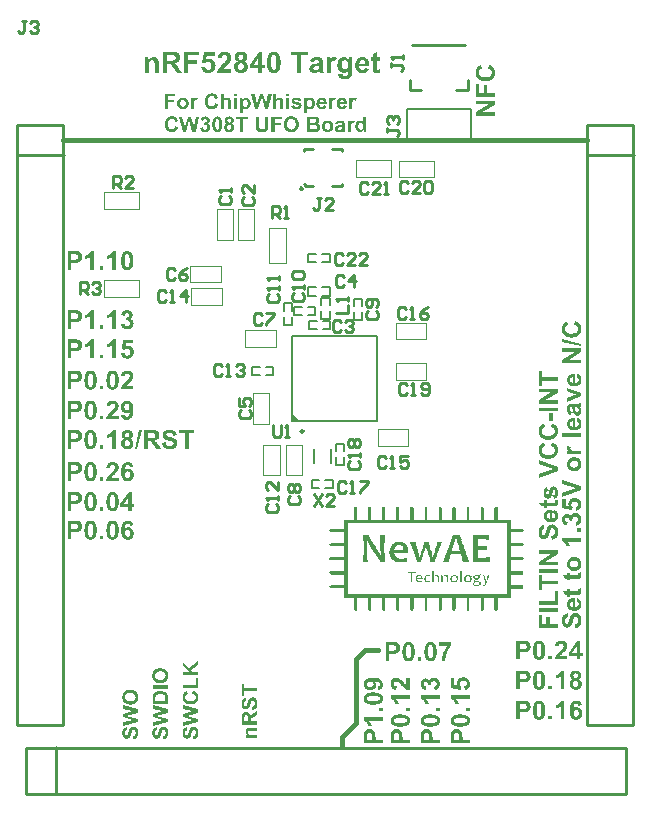
<source format=gto>
G04*
G04 #@! TF.GenerationSoftware,Altium Limited,Altium Designer,19.1.7 (138)*
G04*
G04 Layer_Color=65535*
%FSLAX25Y25*%
%MOIN*%
G70*
G01*
G75*
%ADD10C,0.01000*%
%ADD11C,0.00984*%
%ADD12C,0.01500*%
%ADD13C,0.00394*%
%ADD14C,0.00787*%
%ADD15C,0.00600*%
G36*
X94689Y125236D02*
X92721D01*
X92720Y127205D01*
X94689Y125236D01*
D02*
G37*
G36*
X160535Y96391D02*
Y96298D01*
X160722D01*
Y96204D01*
X160816D01*
Y96110D01*
Y96017D01*
Y95923D01*
X160909D01*
Y95829D01*
Y95736D01*
Y95642D01*
Y95548D01*
Y95455D01*
Y95361D01*
Y95267D01*
Y95173D01*
Y95080D01*
Y94986D01*
Y94892D01*
Y94799D01*
Y94705D01*
Y94611D01*
Y94517D01*
Y94424D01*
Y94330D01*
Y94236D01*
Y94143D01*
Y94049D01*
Y93955D01*
Y93862D01*
Y93768D01*
Y93674D01*
Y93581D01*
Y93487D01*
Y93393D01*
Y93299D01*
Y93206D01*
Y93112D01*
Y93018D01*
Y92925D01*
Y92831D01*
Y92737D01*
Y92644D01*
Y92550D01*
Y92456D01*
Y92362D01*
Y92269D01*
Y92175D01*
Y92081D01*
Y91988D01*
X165313D01*
Y91894D01*
X165407D01*
Y91800D01*
Y91707D01*
Y91613D01*
Y91519D01*
Y91426D01*
Y91332D01*
Y91238D01*
Y91144D01*
Y91051D01*
Y90957D01*
Y90863D01*
Y90770D01*
Y90676D01*
Y90582D01*
Y90488D01*
Y90395D01*
Y90301D01*
Y90207D01*
Y90114D01*
Y90020D01*
Y89926D01*
Y89833D01*
Y89739D01*
Y89645D01*
Y89552D01*
Y89458D01*
Y89364D01*
Y89271D01*
Y89177D01*
Y89083D01*
Y88989D01*
X169061D01*
Y88896D01*
X169342D01*
Y88802D01*
X169436D01*
Y88708D01*
Y88615D01*
Y88521D01*
X169623D01*
Y88427D01*
Y88333D01*
Y88240D01*
X169436D01*
Y88146D01*
X169342D01*
Y88052D01*
X169248D01*
Y87959D01*
Y87865D01*
X165407D01*
Y87771D01*
Y87678D01*
Y87584D01*
Y87490D01*
Y87397D01*
Y87303D01*
Y87209D01*
Y87116D01*
Y87022D01*
Y86928D01*
Y86834D01*
Y86741D01*
Y86647D01*
Y86553D01*
Y86460D01*
Y86366D01*
Y86272D01*
Y86178D01*
Y86085D01*
Y85991D01*
Y85897D01*
Y85804D01*
Y85710D01*
Y85616D01*
Y85523D01*
Y85429D01*
Y85335D01*
Y85242D01*
Y85148D01*
Y85054D01*
Y84961D01*
Y84867D01*
Y84773D01*
Y84679D01*
Y84586D01*
Y84492D01*
Y84398D01*
Y84305D01*
X169248D01*
Y84211D01*
Y84117D01*
X169342D01*
Y84023D01*
X169436D01*
Y83930D01*
X169623D01*
Y83836D01*
Y83742D01*
Y83649D01*
X169436D01*
Y83555D01*
Y83461D01*
Y83368D01*
X169342D01*
Y83274D01*
X169155D01*
Y83180D01*
X165407D01*
Y83087D01*
Y82993D01*
Y82899D01*
Y82805D01*
Y82712D01*
Y82618D01*
Y82524D01*
Y82431D01*
Y82337D01*
Y82243D01*
Y82149D01*
Y82056D01*
Y81962D01*
Y81868D01*
Y81775D01*
Y81681D01*
Y81587D01*
Y81494D01*
Y81400D01*
Y81306D01*
Y81213D01*
Y81119D01*
Y81025D01*
Y80932D01*
Y80838D01*
Y80744D01*
Y80650D01*
Y80557D01*
Y80463D01*
Y80369D01*
Y80276D01*
Y80182D01*
Y80088D01*
Y79994D01*
Y79901D01*
Y79807D01*
Y79713D01*
Y79620D01*
Y79526D01*
X169248D01*
Y79432D01*
X169436D01*
Y79339D01*
Y79245D01*
X169623D01*
Y79151D01*
Y79058D01*
Y78964D01*
Y78870D01*
X169436D01*
Y78777D01*
Y78683D01*
X169342D01*
Y78589D01*
X165407D01*
Y78495D01*
Y78402D01*
Y78308D01*
Y78214D01*
Y78121D01*
Y78027D01*
Y77933D01*
Y77839D01*
Y77746D01*
Y77652D01*
Y77558D01*
Y77465D01*
Y77371D01*
Y77277D01*
Y77184D01*
Y77090D01*
Y76996D01*
Y76903D01*
Y76809D01*
Y76715D01*
Y76622D01*
Y76528D01*
Y76434D01*
Y76340D01*
Y76247D01*
Y76153D01*
Y76059D01*
Y75966D01*
Y75872D01*
Y75778D01*
Y75684D01*
Y75591D01*
Y75497D01*
Y75403D01*
Y75310D01*
Y75216D01*
Y75122D01*
Y75029D01*
Y74935D01*
X169061D01*
Y74841D01*
X169342D01*
Y74748D01*
X169436D01*
Y74654D01*
Y74560D01*
Y74466D01*
X169623D01*
Y74373D01*
Y74279D01*
X169436D01*
Y74185D01*
Y74092D01*
X169342D01*
Y73998D01*
X169248D01*
Y73904D01*
Y73811D01*
X165407D01*
Y73717D01*
Y73623D01*
Y73529D01*
Y73436D01*
Y73342D01*
Y73248D01*
Y73155D01*
Y73061D01*
Y72967D01*
Y72874D01*
Y72780D01*
Y72686D01*
Y72593D01*
Y72499D01*
Y72405D01*
Y72311D01*
Y72218D01*
Y72124D01*
Y72030D01*
Y71937D01*
Y71843D01*
Y71749D01*
Y71655D01*
Y71562D01*
Y71468D01*
Y71374D01*
Y71281D01*
Y71187D01*
Y71093D01*
Y71000D01*
Y70906D01*
Y70812D01*
Y70719D01*
Y70625D01*
Y70531D01*
Y70438D01*
Y70344D01*
Y70250D01*
X169248D01*
Y70156D01*
Y70063D01*
X169342D01*
Y69969D01*
X169436D01*
Y69875D01*
Y69782D01*
X169623D01*
Y69688D01*
Y69594D01*
X169436D01*
Y69500D01*
Y69407D01*
Y69313D01*
X169342D01*
Y69219D01*
X169155D01*
Y69126D01*
X165407D01*
Y69032D01*
Y68938D01*
Y68845D01*
Y68751D01*
Y68657D01*
Y68564D01*
Y68470D01*
Y68376D01*
Y68283D01*
Y68189D01*
Y68095D01*
Y68001D01*
Y67908D01*
Y67814D01*
Y67720D01*
Y67627D01*
Y67533D01*
Y67439D01*
Y67345D01*
Y67252D01*
Y67158D01*
Y67064D01*
Y66971D01*
Y66877D01*
Y66783D01*
Y66690D01*
Y66596D01*
Y66502D01*
Y66408D01*
Y66315D01*
Y66221D01*
Y66127D01*
X165313D01*
Y66034D01*
Y65940D01*
X160909D01*
Y65846D01*
Y65753D01*
Y65659D01*
Y65565D01*
Y65472D01*
Y65378D01*
Y65284D01*
Y65191D01*
Y65097D01*
Y65003D01*
Y64909D01*
Y64816D01*
Y64722D01*
Y64628D01*
Y64535D01*
Y64441D01*
Y64347D01*
Y64253D01*
Y64160D01*
Y64066D01*
Y63972D01*
Y63879D01*
Y63785D01*
Y63691D01*
Y63598D01*
Y63504D01*
Y63410D01*
Y63317D01*
Y63223D01*
Y63129D01*
Y63036D01*
Y62942D01*
Y62848D01*
Y62754D01*
Y62661D01*
Y62567D01*
Y62473D01*
Y62380D01*
Y62286D01*
Y62192D01*
X160816D01*
Y62098D01*
Y62005D01*
Y61911D01*
X160722D01*
Y61817D01*
X160441D01*
Y61724D01*
Y61630D01*
X160160D01*
Y61724D01*
Y61817D01*
X159973D01*
Y61911D01*
X159879D01*
Y62005D01*
X159785D01*
Y62098D01*
Y62192D01*
Y62286D01*
Y62380D01*
Y62473D01*
Y62567D01*
Y62661D01*
Y62754D01*
Y62848D01*
Y62942D01*
Y63036D01*
Y63129D01*
Y63223D01*
Y63317D01*
Y63410D01*
Y63504D01*
Y63598D01*
Y63691D01*
Y63785D01*
Y63879D01*
Y63972D01*
Y64066D01*
Y64160D01*
Y64253D01*
Y64347D01*
Y64441D01*
Y64535D01*
Y64628D01*
Y64722D01*
Y64816D01*
Y64909D01*
Y65003D01*
Y65097D01*
Y65191D01*
Y65284D01*
Y65378D01*
Y65472D01*
Y65565D01*
Y65659D01*
Y65753D01*
Y65846D01*
Y65940D01*
X156225D01*
Y65846D01*
Y65753D01*
Y65659D01*
Y65565D01*
Y65472D01*
Y65378D01*
Y65284D01*
Y65191D01*
Y65097D01*
Y65003D01*
Y64909D01*
Y64816D01*
Y64722D01*
Y64628D01*
Y64535D01*
Y64441D01*
Y64347D01*
Y64253D01*
Y64160D01*
Y64066D01*
Y63972D01*
Y63879D01*
Y63785D01*
Y63691D01*
Y63598D01*
Y63504D01*
Y63410D01*
Y63317D01*
Y63223D01*
Y63129D01*
Y63036D01*
Y62942D01*
Y62848D01*
Y62754D01*
Y62661D01*
Y62567D01*
Y62473D01*
Y62380D01*
Y62286D01*
Y62192D01*
Y62098D01*
Y62005D01*
X156131D01*
Y61911D01*
X155944D01*
Y61817D01*
X155850D01*
Y61724D01*
Y61630D01*
X155569D01*
Y61724D01*
Y61817D01*
X155288D01*
Y61911D01*
X155194D01*
Y62005D01*
Y62098D01*
Y62192D01*
Y62286D01*
Y62380D01*
Y62473D01*
Y62567D01*
Y62661D01*
Y62754D01*
Y62848D01*
Y62942D01*
Y63036D01*
Y63129D01*
Y63223D01*
Y63317D01*
Y63410D01*
Y63504D01*
Y63598D01*
Y63691D01*
Y63785D01*
Y63879D01*
Y63972D01*
Y64066D01*
Y64160D01*
Y64253D01*
Y64347D01*
Y64441D01*
Y64535D01*
Y64628D01*
Y64722D01*
Y64816D01*
Y64909D01*
Y65003D01*
Y65097D01*
Y65191D01*
Y65284D01*
Y65378D01*
Y65472D01*
Y65565D01*
Y65659D01*
Y65753D01*
Y65846D01*
Y65940D01*
X151446D01*
Y65846D01*
Y65753D01*
Y65659D01*
Y65565D01*
Y65472D01*
Y65378D01*
Y65284D01*
Y65191D01*
Y65097D01*
Y65003D01*
Y64909D01*
Y64816D01*
Y64722D01*
Y64628D01*
Y64535D01*
Y64441D01*
Y64347D01*
Y64253D01*
Y64160D01*
Y64066D01*
Y63972D01*
Y63879D01*
Y63785D01*
Y63691D01*
Y63598D01*
Y63504D01*
Y63410D01*
Y63317D01*
Y63223D01*
Y63129D01*
Y63036D01*
Y62942D01*
Y62848D01*
Y62754D01*
Y62661D01*
Y62567D01*
Y62473D01*
Y62380D01*
Y62286D01*
Y62192D01*
Y62098D01*
Y62005D01*
Y61911D01*
X151352D01*
Y61817D01*
X151165D01*
Y61724D01*
Y61630D01*
X150790D01*
Y61724D01*
Y61817D01*
X150603D01*
Y61911D01*
Y62005D01*
X150509D01*
Y62098D01*
Y62192D01*
Y62286D01*
Y62380D01*
Y62473D01*
Y62567D01*
Y62661D01*
Y62754D01*
Y62848D01*
Y62942D01*
Y63036D01*
Y63129D01*
Y63223D01*
Y63317D01*
Y63410D01*
Y63504D01*
Y63598D01*
Y63691D01*
Y63785D01*
Y63879D01*
Y63972D01*
Y64066D01*
Y64160D01*
Y64253D01*
Y64347D01*
Y64441D01*
Y64535D01*
Y64628D01*
Y64722D01*
Y64816D01*
Y64909D01*
Y65003D01*
Y65097D01*
Y65191D01*
Y65284D01*
Y65378D01*
Y65472D01*
Y65565D01*
Y65659D01*
Y65753D01*
Y65846D01*
Y65940D01*
X146855D01*
Y65846D01*
Y65753D01*
Y65659D01*
Y65565D01*
Y65472D01*
Y65378D01*
Y65284D01*
Y65191D01*
Y65097D01*
Y65003D01*
Y64909D01*
Y64816D01*
Y64722D01*
Y64628D01*
Y64535D01*
Y64441D01*
Y64347D01*
Y64253D01*
Y64160D01*
Y64066D01*
Y63972D01*
Y63879D01*
Y63785D01*
Y63691D01*
Y63598D01*
Y63504D01*
Y63410D01*
Y63317D01*
Y63223D01*
Y63129D01*
Y63036D01*
Y62942D01*
Y62848D01*
Y62754D01*
Y62661D01*
Y62567D01*
Y62473D01*
Y62380D01*
Y62286D01*
Y62192D01*
X146761D01*
Y62098D01*
Y62005D01*
Y61911D01*
X146668D01*
Y61817D01*
X146387D01*
Y61724D01*
Y61630D01*
X146199D01*
Y61724D01*
Y61817D01*
X145918D01*
Y61911D01*
X145824D01*
Y62005D01*
X145731D01*
Y62098D01*
Y62192D01*
Y62286D01*
Y62380D01*
Y62473D01*
Y62567D01*
Y62661D01*
Y62754D01*
Y62848D01*
Y62942D01*
Y63036D01*
Y63129D01*
Y63223D01*
Y63317D01*
Y63410D01*
Y63504D01*
Y63598D01*
Y63691D01*
Y63785D01*
Y63879D01*
Y63972D01*
Y64066D01*
Y64160D01*
Y64253D01*
Y64347D01*
Y64441D01*
Y64535D01*
Y64628D01*
Y64722D01*
Y64816D01*
Y64909D01*
Y65003D01*
Y65097D01*
Y65191D01*
Y65284D01*
Y65378D01*
Y65472D01*
Y65565D01*
Y65659D01*
Y65753D01*
Y65846D01*
Y65940D01*
X142170D01*
Y65846D01*
Y65753D01*
Y65659D01*
Y65565D01*
Y65472D01*
Y65378D01*
Y65284D01*
Y65191D01*
Y65097D01*
Y65003D01*
Y64909D01*
Y64816D01*
Y64722D01*
Y64628D01*
Y64535D01*
Y64441D01*
Y64347D01*
Y64253D01*
Y64160D01*
Y64066D01*
Y63972D01*
Y63879D01*
Y63785D01*
Y63691D01*
Y63598D01*
Y63504D01*
Y63410D01*
Y63317D01*
Y63223D01*
Y63129D01*
Y63036D01*
Y62942D01*
Y62848D01*
Y62754D01*
Y62661D01*
Y62567D01*
Y62473D01*
Y62380D01*
Y62286D01*
Y62192D01*
Y62098D01*
Y62005D01*
X141983D01*
Y61911D01*
X142077D01*
Y61817D01*
X141795D01*
Y61724D01*
Y61630D01*
X141514D01*
Y61724D01*
Y61817D01*
X141233D01*
Y61911D01*
X141139D01*
Y62005D01*
Y62098D01*
Y62192D01*
Y62286D01*
Y62380D01*
Y62473D01*
Y62567D01*
Y62661D01*
Y62754D01*
Y62848D01*
Y62942D01*
Y63036D01*
Y63129D01*
Y63223D01*
Y63317D01*
Y63410D01*
Y63504D01*
Y63598D01*
Y63691D01*
Y63785D01*
Y63879D01*
Y63972D01*
Y64066D01*
Y64160D01*
Y64253D01*
Y64347D01*
Y64441D01*
Y64535D01*
Y64628D01*
Y64722D01*
Y64816D01*
Y64909D01*
Y65003D01*
Y65097D01*
Y65191D01*
Y65284D01*
Y65378D01*
Y65472D01*
Y65565D01*
Y65659D01*
Y65753D01*
Y65846D01*
Y65940D01*
X137392D01*
Y65846D01*
Y65753D01*
Y65659D01*
Y65565D01*
Y65472D01*
Y65378D01*
Y65284D01*
Y65191D01*
Y65097D01*
Y65003D01*
Y64909D01*
Y64816D01*
Y64722D01*
Y64628D01*
Y64535D01*
Y64441D01*
Y64347D01*
Y64253D01*
Y64160D01*
Y64066D01*
Y63972D01*
Y63879D01*
Y63785D01*
Y63691D01*
Y63598D01*
Y63504D01*
Y63410D01*
Y63317D01*
Y63223D01*
Y63129D01*
Y63036D01*
Y62942D01*
Y62848D01*
Y62754D01*
Y62661D01*
Y62567D01*
Y62473D01*
Y62380D01*
Y62286D01*
Y62192D01*
Y62098D01*
Y62005D01*
Y61911D01*
X137298D01*
Y61817D01*
X137111D01*
Y61724D01*
Y61630D01*
X136736D01*
Y61724D01*
Y61817D01*
X136548D01*
Y61911D01*
Y62005D01*
X136455D01*
Y62098D01*
Y62192D01*
Y62286D01*
Y62380D01*
Y62473D01*
Y62567D01*
Y62661D01*
Y62754D01*
Y62848D01*
Y62942D01*
Y63036D01*
Y63129D01*
Y63223D01*
Y63317D01*
Y63410D01*
Y63504D01*
Y63598D01*
Y63691D01*
Y63785D01*
Y63879D01*
Y63972D01*
Y64066D01*
Y64160D01*
Y64253D01*
Y64347D01*
Y64441D01*
Y64535D01*
Y64628D01*
Y64722D01*
Y64816D01*
Y64909D01*
Y65003D01*
Y65097D01*
Y65191D01*
Y65284D01*
Y65378D01*
Y65472D01*
Y65565D01*
Y65659D01*
Y65753D01*
Y65846D01*
Y65940D01*
X132800D01*
Y65846D01*
Y65753D01*
Y65659D01*
Y65565D01*
Y65472D01*
Y65378D01*
Y65284D01*
Y65191D01*
Y65097D01*
Y65003D01*
Y64909D01*
Y64816D01*
Y64722D01*
Y64628D01*
Y64535D01*
Y64441D01*
Y64347D01*
Y64253D01*
Y64160D01*
Y64066D01*
Y63972D01*
Y63879D01*
Y63785D01*
Y63691D01*
Y63598D01*
Y63504D01*
Y63410D01*
Y63317D01*
Y63223D01*
Y63129D01*
Y63036D01*
Y62942D01*
Y62848D01*
Y62754D01*
Y62661D01*
Y62567D01*
Y62473D01*
Y62380D01*
Y62286D01*
Y62192D01*
X132707D01*
Y62098D01*
Y62005D01*
Y61911D01*
X132613D01*
Y61817D01*
X132332D01*
Y61724D01*
Y61630D01*
X132145D01*
Y61724D01*
Y61817D01*
X131864D01*
Y61911D01*
X131770D01*
Y62005D01*
X131676D01*
Y62098D01*
Y62192D01*
Y62286D01*
Y62380D01*
Y62473D01*
Y62567D01*
Y62661D01*
Y62754D01*
Y62848D01*
Y62942D01*
Y63036D01*
Y63129D01*
Y63223D01*
Y63317D01*
Y63410D01*
Y63504D01*
Y63598D01*
Y63691D01*
Y63785D01*
Y63879D01*
Y63972D01*
Y64066D01*
Y64160D01*
Y64253D01*
Y64347D01*
Y64441D01*
Y64535D01*
Y64628D01*
Y64722D01*
Y64816D01*
Y64909D01*
Y65003D01*
Y65097D01*
Y65191D01*
Y65284D01*
Y65378D01*
Y65472D01*
Y65565D01*
Y65659D01*
Y65753D01*
Y65846D01*
Y65940D01*
X128116D01*
Y65846D01*
Y65753D01*
Y65659D01*
Y65565D01*
Y65472D01*
Y65378D01*
Y65284D01*
Y65191D01*
Y65097D01*
Y65003D01*
Y64909D01*
Y64816D01*
Y64722D01*
Y64628D01*
Y64535D01*
Y64441D01*
Y64347D01*
Y64253D01*
Y64160D01*
Y64066D01*
Y63972D01*
Y63879D01*
Y63785D01*
Y63691D01*
Y63598D01*
Y63504D01*
Y63410D01*
Y63317D01*
Y63223D01*
Y63129D01*
Y63036D01*
Y62942D01*
Y62848D01*
Y62754D01*
Y62661D01*
Y62567D01*
Y62473D01*
Y62380D01*
Y62286D01*
Y62192D01*
Y62098D01*
Y62005D01*
X128022D01*
Y61911D01*
Y61817D01*
X127741D01*
Y61724D01*
Y61630D01*
X127460D01*
Y61724D01*
Y61817D01*
X127179D01*
Y61911D01*
X127085D01*
Y62005D01*
Y62098D01*
Y62192D01*
Y62286D01*
Y62380D01*
Y62473D01*
Y62567D01*
Y62661D01*
Y62754D01*
Y62848D01*
Y62942D01*
Y63036D01*
Y63129D01*
Y63223D01*
Y63317D01*
Y63410D01*
Y63504D01*
Y63598D01*
Y63691D01*
Y63785D01*
Y63879D01*
Y63972D01*
Y64066D01*
Y64160D01*
Y64253D01*
Y64347D01*
Y64441D01*
Y64535D01*
Y64628D01*
Y64722D01*
Y64816D01*
Y64909D01*
Y65003D01*
Y65097D01*
Y65191D01*
Y65284D01*
Y65378D01*
Y65472D01*
Y65565D01*
Y65659D01*
Y65753D01*
Y65846D01*
Y65940D01*
X123337D01*
Y65846D01*
Y65753D01*
Y65659D01*
Y65565D01*
Y65472D01*
Y65378D01*
Y65284D01*
Y65191D01*
Y65097D01*
Y65003D01*
Y64909D01*
Y64816D01*
Y64722D01*
Y64628D01*
Y64535D01*
Y64441D01*
Y64347D01*
Y64253D01*
Y64160D01*
Y64066D01*
Y63972D01*
Y63879D01*
Y63785D01*
Y63691D01*
Y63598D01*
Y63504D01*
Y63410D01*
Y63317D01*
Y63223D01*
Y63129D01*
Y63036D01*
Y62942D01*
Y62848D01*
Y62754D01*
Y62661D01*
Y62567D01*
Y62473D01*
Y62380D01*
Y62286D01*
Y62192D01*
Y62098D01*
Y62005D01*
Y61911D01*
X123243D01*
Y61817D01*
X123056D01*
Y61724D01*
Y61630D01*
X122681D01*
Y61724D01*
Y61817D01*
X122494D01*
Y61911D01*
Y62005D01*
X122400D01*
Y62098D01*
Y62192D01*
Y62286D01*
Y62380D01*
Y62473D01*
Y62567D01*
Y62661D01*
Y62754D01*
Y62848D01*
Y62942D01*
Y63036D01*
Y63129D01*
Y63223D01*
Y63317D01*
Y63410D01*
Y63504D01*
Y63598D01*
Y63691D01*
Y63785D01*
Y63879D01*
Y63972D01*
Y64066D01*
Y64160D01*
Y64253D01*
Y64347D01*
Y64441D01*
Y64535D01*
Y64628D01*
Y64722D01*
Y64816D01*
Y64909D01*
Y65003D01*
Y65097D01*
Y65191D01*
Y65284D01*
Y65378D01*
Y65472D01*
Y65565D01*
Y65659D01*
Y65753D01*
Y65846D01*
Y65940D01*
X118746D01*
Y65846D01*
Y65753D01*
Y65659D01*
Y65565D01*
Y65472D01*
Y65378D01*
Y65284D01*
Y65191D01*
Y65097D01*
Y65003D01*
Y64909D01*
Y64816D01*
Y64722D01*
Y64628D01*
Y64535D01*
Y64441D01*
Y64347D01*
Y64253D01*
Y64160D01*
Y64066D01*
Y63972D01*
Y63879D01*
Y63785D01*
Y63691D01*
Y63598D01*
Y63504D01*
Y63410D01*
Y63317D01*
Y63223D01*
Y63129D01*
Y63036D01*
Y62942D01*
Y62848D01*
Y62754D01*
Y62661D01*
Y62567D01*
Y62473D01*
Y62380D01*
Y62286D01*
Y62192D01*
X118652D01*
Y62098D01*
Y62005D01*
Y61911D01*
X118559D01*
Y61817D01*
X118278D01*
Y61724D01*
Y61630D01*
X118090D01*
Y61724D01*
Y61817D01*
X117903D01*
Y61911D01*
X117715D01*
Y62005D01*
X117622D01*
Y62098D01*
Y62192D01*
Y62286D01*
Y62380D01*
Y62473D01*
Y62567D01*
Y62661D01*
Y62754D01*
Y62848D01*
Y62942D01*
Y63036D01*
Y63129D01*
Y63223D01*
Y63317D01*
Y63410D01*
Y63504D01*
Y63598D01*
Y63691D01*
Y63785D01*
Y63879D01*
Y63972D01*
Y64066D01*
Y64160D01*
Y64253D01*
Y64347D01*
Y64441D01*
Y64535D01*
Y64628D01*
Y64722D01*
Y64816D01*
Y64909D01*
Y65003D01*
Y65097D01*
Y65191D01*
Y65284D01*
Y65378D01*
Y65472D01*
Y65565D01*
Y65659D01*
Y65753D01*
Y65846D01*
Y65940D01*
X114061D01*
Y65846D01*
Y65753D01*
Y65659D01*
Y65565D01*
Y65472D01*
Y65378D01*
Y65284D01*
Y65191D01*
Y65097D01*
Y65003D01*
Y64909D01*
Y64816D01*
Y64722D01*
Y64628D01*
Y64535D01*
Y64441D01*
Y64347D01*
Y64253D01*
Y64160D01*
Y64066D01*
Y63972D01*
Y63879D01*
Y63785D01*
Y63691D01*
Y63598D01*
Y63504D01*
Y63410D01*
Y63317D01*
Y63223D01*
Y63129D01*
Y63036D01*
Y62942D01*
Y62848D01*
Y62754D01*
Y62661D01*
Y62567D01*
Y62473D01*
Y62380D01*
Y62286D01*
Y62192D01*
Y62098D01*
Y62005D01*
X113968D01*
Y61911D01*
Y61817D01*
X113686D01*
Y61724D01*
Y61630D01*
X113405D01*
Y61724D01*
Y61817D01*
X113124D01*
Y61911D01*
X113031D01*
Y62005D01*
Y62098D01*
Y62192D01*
Y62286D01*
Y62380D01*
Y62473D01*
Y62567D01*
Y62661D01*
Y62754D01*
Y62848D01*
Y62942D01*
Y63036D01*
Y63129D01*
Y63223D01*
Y63317D01*
Y63410D01*
Y63504D01*
Y63598D01*
Y63691D01*
Y63785D01*
Y63879D01*
Y63972D01*
Y64066D01*
Y64160D01*
Y64253D01*
Y64347D01*
Y64441D01*
Y64535D01*
Y64628D01*
Y64722D01*
Y64816D01*
Y64909D01*
Y65003D01*
Y65097D01*
Y65191D01*
Y65284D01*
Y65378D01*
Y65472D01*
Y65565D01*
Y65659D01*
Y65753D01*
Y65846D01*
Y65940D01*
X109939D01*
Y66034D01*
X109845D01*
Y66127D01*
X109751D01*
Y66221D01*
X109845D01*
Y66315D01*
X109658D01*
Y66408D01*
Y66502D01*
Y66596D01*
Y66690D01*
Y66783D01*
Y66877D01*
Y66971D01*
Y67064D01*
Y67158D01*
Y67252D01*
Y67345D01*
Y67439D01*
Y67533D01*
Y67627D01*
Y67720D01*
Y67814D01*
Y67908D01*
Y68001D01*
Y68095D01*
Y68189D01*
Y68283D01*
Y68376D01*
Y68470D01*
Y68564D01*
Y68657D01*
Y68751D01*
Y68845D01*
Y68938D01*
Y69032D01*
Y69126D01*
Y69219D01*
X105066D01*
Y69313D01*
X104973D01*
Y69407D01*
X104879D01*
Y69500D01*
X104785D01*
Y69594D01*
Y69688D01*
Y69782D01*
Y69875D01*
X104973D01*
Y69969D01*
Y70063D01*
X105160D01*
Y70156D01*
Y70250D01*
X109658D01*
Y70344D01*
Y70438D01*
Y70531D01*
Y70625D01*
Y70719D01*
Y70812D01*
Y70906D01*
Y71000D01*
Y71093D01*
Y71187D01*
Y71281D01*
Y71374D01*
Y71468D01*
Y71562D01*
Y71655D01*
Y71749D01*
Y71843D01*
Y71937D01*
Y72030D01*
Y72124D01*
Y72218D01*
Y72311D01*
Y72405D01*
Y72499D01*
Y72593D01*
Y72686D01*
Y72780D01*
Y72874D01*
Y72967D01*
Y73061D01*
Y73155D01*
Y73248D01*
Y73342D01*
Y73436D01*
Y73529D01*
Y73623D01*
Y73717D01*
Y73811D01*
X105160D01*
Y73904D01*
Y73998D01*
X105066D01*
Y74092D01*
X104973D01*
Y74185D01*
X104785D01*
Y74279D01*
Y74373D01*
Y74466D01*
Y74560D01*
X104879D01*
Y74654D01*
X104973D01*
Y74748D01*
X105066D01*
Y74841D01*
X105254D01*
Y74935D01*
X109658D01*
Y75029D01*
Y75122D01*
Y75216D01*
Y75310D01*
Y75403D01*
Y75497D01*
Y75591D01*
Y75684D01*
Y75778D01*
Y75872D01*
Y75966D01*
Y76059D01*
Y76153D01*
Y76247D01*
Y76340D01*
Y76434D01*
Y76528D01*
Y76622D01*
Y76715D01*
Y76809D01*
Y76903D01*
Y76996D01*
Y77090D01*
Y77184D01*
Y77277D01*
Y77371D01*
Y77465D01*
Y77558D01*
Y77652D01*
Y77746D01*
Y77839D01*
Y77933D01*
Y78027D01*
Y78121D01*
Y78214D01*
Y78308D01*
Y78402D01*
Y78495D01*
Y78589D01*
X105066D01*
Y78683D01*
X104973D01*
Y78777D01*
X104785D01*
Y78870D01*
Y78964D01*
Y79058D01*
Y79151D01*
Y79245D01*
Y79339D01*
X104973D01*
Y79432D01*
X105066D01*
Y79526D01*
X109658D01*
Y79620D01*
Y79713D01*
Y79807D01*
Y79901D01*
Y79994D01*
Y80088D01*
Y80182D01*
Y80276D01*
Y80369D01*
Y80463D01*
Y80557D01*
Y80650D01*
Y80744D01*
Y80838D01*
Y80932D01*
Y81025D01*
Y81119D01*
Y81213D01*
Y81306D01*
Y81400D01*
Y81494D01*
Y81587D01*
Y81681D01*
Y81775D01*
Y81868D01*
Y81962D01*
Y82056D01*
Y82149D01*
Y82243D01*
Y82337D01*
Y82431D01*
Y82524D01*
Y82618D01*
Y82712D01*
Y82805D01*
Y82899D01*
Y82993D01*
Y83087D01*
Y83180D01*
Y83274D01*
X105066D01*
Y83368D01*
X104973D01*
Y83461D01*
X104879D01*
Y83555D01*
X104785D01*
Y83649D01*
Y83742D01*
Y83836D01*
Y83930D01*
X104973D01*
Y84023D01*
Y84117D01*
X105160D01*
Y84211D01*
Y84305D01*
X109658D01*
Y84398D01*
Y84492D01*
Y84586D01*
Y84679D01*
Y84773D01*
Y84867D01*
Y84961D01*
Y85054D01*
Y85148D01*
Y85242D01*
Y85335D01*
Y85429D01*
Y85523D01*
Y85616D01*
Y85710D01*
Y85804D01*
Y85897D01*
Y85991D01*
Y86085D01*
Y86178D01*
Y86272D01*
Y86366D01*
Y86460D01*
Y86553D01*
Y86647D01*
Y86741D01*
Y86834D01*
Y86928D01*
Y87022D01*
Y87116D01*
Y87209D01*
Y87303D01*
Y87397D01*
Y87490D01*
Y87584D01*
Y87678D01*
Y87771D01*
Y87865D01*
X105160D01*
Y87959D01*
Y88052D01*
X105066D01*
Y88146D01*
X104973D01*
Y88240D01*
X104785D01*
Y88333D01*
Y88427D01*
Y88521D01*
Y88615D01*
X104879D01*
Y88708D01*
X104973D01*
Y88802D01*
X105066D01*
Y88896D01*
X105160D01*
Y88989D01*
X109658D01*
Y89083D01*
Y89177D01*
Y89271D01*
Y89364D01*
Y89458D01*
Y89552D01*
Y89645D01*
Y89739D01*
Y89833D01*
Y89926D01*
Y90020D01*
Y90114D01*
Y90207D01*
Y90301D01*
Y90395D01*
Y90488D01*
Y90582D01*
Y90676D01*
Y90770D01*
Y90863D01*
Y90957D01*
Y91051D01*
Y91144D01*
Y91238D01*
Y91332D01*
Y91426D01*
Y91519D01*
Y91613D01*
Y91707D01*
X109845D01*
Y91800D01*
X109751D01*
Y91894D01*
X109845D01*
Y91988D01*
X113031D01*
Y92081D01*
Y92175D01*
Y92269D01*
Y92362D01*
Y92456D01*
Y92550D01*
Y92644D01*
Y92737D01*
Y92831D01*
Y92925D01*
Y93018D01*
Y93112D01*
Y93206D01*
Y93299D01*
Y93393D01*
Y93487D01*
Y93581D01*
Y93674D01*
Y93768D01*
Y93862D01*
Y93955D01*
Y94049D01*
Y94143D01*
Y94236D01*
Y94330D01*
Y94424D01*
Y94517D01*
Y94611D01*
Y94705D01*
Y94799D01*
Y94892D01*
Y94986D01*
Y95080D01*
Y95173D01*
Y95267D01*
Y95361D01*
Y95455D01*
Y95548D01*
Y95642D01*
Y95736D01*
Y95829D01*
Y95923D01*
Y96017D01*
Y96110D01*
Y96204D01*
X113124D01*
Y96298D01*
X113312D01*
Y96391D01*
Y96485D01*
X113686D01*
Y96391D01*
Y96298D01*
X113968D01*
Y96204D01*
Y96110D01*
X114061D01*
Y96017D01*
Y95923D01*
Y95829D01*
Y95736D01*
Y95642D01*
Y95548D01*
Y95455D01*
Y95361D01*
Y95267D01*
Y95173D01*
Y95080D01*
Y94986D01*
Y94892D01*
Y94799D01*
Y94705D01*
Y94611D01*
Y94517D01*
Y94424D01*
Y94330D01*
Y94236D01*
Y94143D01*
Y94049D01*
Y93955D01*
Y93862D01*
Y93768D01*
Y93674D01*
Y93581D01*
Y93487D01*
Y93393D01*
Y93299D01*
Y93206D01*
Y93112D01*
Y93018D01*
Y92925D01*
Y92831D01*
Y92737D01*
Y92644D01*
Y92550D01*
Y92456D01*
Y92362D01*
Y92269D01*
Y92175D01*
Y92081D01*
Y91988D01*
X117622D01*
Y92081D01*
Y92175D01*
Y92269D01*
Y92362D01*
Y92456D01*
Y92550D01*
Y92644D01*
Y92737D01*
Y92831D01*
Y92925D01*
Y93018D01*
Y93112D01*
Y93206D01*
Y93299D01*
Y93393D01*
Y93487D01*
Y93581D01*
Y93674D01*
Y93768D01*
Y93862D01*
Y93955D01*
Y94049D01*
Y94143D01*
Y94236D01*
Y94330D01*
Y94424D01*
Y94517D01*
Y94611D01*
Y94705D01*
Y94799D01*
Y94892D01*
Y94986D01*
Y95080D01*
Y95173D01*
Y95267D01*
Y95361D01*
Y95455D01*
Y95548D01*
Y95642D01*
Y95736D01*
Y95829D01*
Y95923D01*
Y96017D01*
Y96110D01*
X117715D01*
Y96204D01*
X117903D01*
Y96298D01*
X117997D01*
Y96391D01*
Y96485D01*
X118465D01*
Y96391D01*
Y96298D01*
X118559D01*
Y96204D01*
X118652D01*
Y96110D01*
Y96017D01*
Y95923D01*
X118746D01*
Y95829D01*
Y95736D01*
Y95642D01*
Y95548D01*
Y95455D01*
Y95361D01*
Y95267D01*
Y95173D01*
Y95080D01*
Y94986D01*
Y94892D01*
Y94799D01*
Y94705D01*
Y94611D01*
Y94517D01*
Y94424D01*
Y94330D01*
Y94236D01*
Y94143D01*
Y94049D01*
Y93955D01*
Y93862D01*
Y93768D01*
Y93674D01*
Y93581D01*
Y93487D01*
Y93393D01*
Y93299D01*
Y93206D01*
Y93112D01*
Y93018D01*
Y92925D01*
Y92831D01*
Y92737D01*
Y92644D01*
Y92550D01*
Y92456D01*
Y92362D01*
Y92269D01*
Y92175D01*
Y92081D01*
Y91988D01*
X122400D01*
Y92081D01*
Y92175D01*
Y92269D01*
Y92362D01*
Y92456D01*
Y92550D01*
Y92644D01*
Y92737D01*
Y92831D01*
Y92925D01*
Y93018D01*
Y93112D01*
Y93206D01*
Y93299D01*
Y93393D01*
Y93487D01*
Y93581D01*
Y93674D01*
Y93768D01*
Y93862D01*
Y93955D01*
Y94049D01*
Y94143D01*
Y94236D01*
Y94330D01*
Y94424D01*
Y94517D01*
Y94611D01*
Y94705D01*
Y94799D01*
Y94892D01*
Y94986D01*
Y95080D01*
Y95173D01*
Y95267D01*
Y95361D01*
Y95455D01*
Y95548D01*
Y95642D01*
Y95736D01*
Y95829D01*
Y95923D01*
Y96017D01*
Y96110D01*
Y96204D01*
X122494D01*
Y96298D01*
X122588D01*
Y96391D01*
Y96485D01*
X123150D01*
Y96391D01*
Y96298D01*
X123243D01*
Y96204D01*
X123337D01*
Y96110D01*
Y96017D01*
Y95923D01*
Y95829D01*
Y95736D01*
Y95642D01*
Y95548D01*
Y95455D01*
Y95361D01*
Y95267D01*
Y95173D01*
Y95080D01*
Y94986D01*
Y94892D01*
Y94799D01*
Y94705D01*
Y94611D01*
Y94517D01*
Y94424D01*
Y94330D01*
Y94236D01*
Y94143D01*
Y94049D01*
Y93955D01*
Y93862D01*
Y93768D01*
Y93674D01*
Y93581D01*
Y93487D01*
Y93393D01*
Y93299D01*
Y93206D01*
Y93112D01*
Y93018D01*
Y92925D01*
Y92831D01*
Y92737D01*
Y92644D01*
Y92550D01*
Y92456D01*
Y92362D01*
Y92269D01*
Y92175D01*
Y92081D01*
X123431D01*
Y91988D01*
X127085D01*
Y92081D01*
Y92175D01*
Y92269D01*
Y92362D01*
Y92456D01*
Y92550D01*
Y92644D01*
Y92737D01*
Y92831D01*
Y92925D01*
Y93018D01*
Y93112D01*
Y93206D01*
Y93299D01*
Y93393D01*
Y93487D01*
Y93581D01*
Y93674D01*
Y93768D01*
Y93862D01*
Y93955D01*
Y94049D01*
Y94143D01*
Y94236D01*
Y94330D01*
Y94424D01*
Y94517D01*
Y94611D01*
Y94705D01*
Y94799D01*
Y94892D01*
Y94986D01*
Y95080D01*
Y95173D01*
Y95267D01*
Y95361D01*
Y95455D01*
Y95548D01*
Y95642D01*
Y95736D01*
Y95829D01*
Y95923D01*
Y96017D01*
Y96110D01*
Y96204D01*
X127179D01*
Y96298D01*
X127366D01*
Y96391D01*
Y96485D01*
X127741D01*
Y96391D01*
Y96298D01*
X128022D01*
Y96204D01*
Y96110D01*
X128116D01*
Y96017D01*
Y95923D01*
Y95829D01*
Y95736D01*
Y95642D01*
Y95548D01*
Y95455D01*
Y95361D01*
Y95267D01*
Y95173D01*
Y95080D01*
Y94986D01*
Y94892D01*
Y94799D01*
Y94705D01*
Y94611D01*
Y94517D01*
Y94424D01*
Y94330D01*
Y94236D01*
Y94143D01*
Y94049D01*
Y93955D01*
Y93862D01*
Y93768D01*
Y93674D01*
Y93581D01*
Y93487D01*
Y93393D01*
Y93299D01*
Y93206D01*
Y93112D01*
Y93018D01*
Y92925D01*
Y92831D01*
Y92737D01*
Y92644D01*
Y92550D01*
Y92456D01*
Y92362D01*
Y92269D01*
Y92175D01*
Y92081D01*
Y91988D01*
X131676D01*
Y92081D01*
Y92175D01*
Y92269D01*
Y92362D01*
Y92456D01*
Y92550D01*
Y92644D01*
Y92737D01*
Y92831D01*
Y92925D01*
Y93018D01*
Y93112D01*
Y93206D01*
Y93299D01*
Y93393D01*
Y93487D01*
Y93581D01*
Y93674D01*
Y93768D01*
Y93862D01*
Y93955D01*
Y94049D01*
Y94143D01*
Y94236D01*
Y94330D01*
Y94424D01*
Y94517D01*
Y94611D01*
Y94705D01*
Y94799D01*
Y94892D01*
Y94986D01*
Y95080D01*
Y95173D01*
Y95267D01*
Y95361D01*
Y95455D01*
Y95548D01*
Y95642D01*
Y95736D01*
Y95829D01*
Y95923D01*
Y96017D01*
Y96110D01*
X131770D01*
Y96204D01*
X131864D01*
Y96298D01*
X132051D01*
Y96391D01*
Y96485D01*
X132426D01*
Y96391D01*
Y96298D01*
X132613D01*
Y96204D01*
X132707D01*
Y96110D01*
Y96017D01*
Y95923D01*
X132800D01*
Y95829D01*
Y95736D01*
Y95642D01*
Y95548D01*
Y95455D01*
Y95361D01*
Y95267D01*
Y95173D01*
Y95080D01*
Y94986D01*
Y94892D01*
Y94799D01*
Y94705D01*
Y94611D01*
Y94517D01*
Y94424D01*
Y94330D01*
Y94236D01*
Y94143D01*
Y94049D01*
Y93955D01*
Y93862D01*
Y93768D01*
Y93674D01*
Y93581D01*
Y93487D01*
Y93393D01*
Y93299D01*
Y93206D01*
Y93112D01*
Y93018D01*
Y92925D01*
Y92831D01*
Y92737D01*
Y92644D01*
Y92550D01*
Y92456D01*
Y92362D01*
Y92269D01*
Y92175D01*
Y92081D01*
Y91988D01*
X136455D01*
Y92081D01*
Y92175D01*
Y92269D01*
Y92362D01*
Y92456D01*
Y92550D01*
Y92644D01*
Y92737D01*
Y92831D01*
Y92925D01*
Y93018D01*
Y93112D01*
Y93206D01*
Y93299D01*
Y93393D01*
Y93487D01*
Y93581D01*
Y93674D01*
Y93768D01*
Y93862D01*
Y93955D01*
Y94049D01*
Y94143D01*
Y94236D01*
Y94330D01*
Y94424D01*
Y94517D01*
Y94611D01*
Y94705D01*
Y94799D01*
Y94892D01*
Y94986D01*
Y95080D01*
Y95173D01*
Y95267D01*
Y95361D01*
Y95455D01*
Y95548D01*
Y95642D01*
Y95736D01*
Y95829D01*
Y95923D01*
Y96017D01*
Y96110D01*
Y96204D01*
X136548D01*
Y96298D01*
X136736D01*
Y96391D01*
Y96485D01*
X137204D01*
Y96391D01*
Y96298D01*
X137298D01*
Y96204D01*
X137392D01*
Y96110D01*
Y96017D01*
Y95923D01*
Y95829D01*
Y95736D01*
Y95642D01*
Y95548D01*
Y95455D01*
Y95361D01*
Y95267D01*
Y95173D01*
Y95080D01*
Y94986D01*
Y94892D01*
Y94799D01*
Y94705D01*
Y94611D01*
Y94517D01*
Y94424D01*
Y94330D01*
Y94236D01*
Y94143D01*
Y94049D01*
Y93955D01*
Y93862D01*
Y93768D01*
Y93674D01*
Y93581D01*
Y93487D01*
Y93393D01*
Y93299D01*
Y93206D01*
Y93112D01*
Y93018D01*
Y92925D01*
Y92831D01*
Y92737D01*
Y92644D01*
Y92550D01*
Y92456D01*
Y92362D01*
Y92269D01*
Y92175D01*
Y92081D01*
Y91988D01*
X141139D01*
Y92081D01*
Y92175D01*
Y92269D01*
Y92362D01*
Y92456D01*
Y92550D01*
Y92644D01*
Y92737D01*
Y92831D01*
Y92925D01*
Y93018D01*
Y93112D01*
Y93206D01*
Y93299D01*
Y93393D01*
Y93487D01*
Y93581D01*
Y93674D01*
Y93768D01*
Y93862D01*
Y93955D01*
Y94049D01*
Y94143D01*
Y94236D01*
Y94330D01*
Y94424D01*
Y94517D01*
Y94611D01*
Y94705D01*
Y94799D01*
Y94892D01*
Y94986D01*
Y95080D01*
Y95173D01*
Y95267D01*
Y95361D01*
Y95455D01*
Y95548D01*
Y95642D01*
Y95736D01*
Y95829D01*
Y95923D01*
Y96017D01*
Y96110D01*
Y96204D01*
X141233D01*
Y96298D01*
X141421D01*
Y96391D01*
Y96485D01*
X141795D01*
Y96391D01*
Y96298D01*
X142077D01*
Y96204D01*
X141983D01*
Y96110D01*
X142170D01*
Y96017D01*
Y95923D01*
Y95829D01*
Y95736D01*
Y95642D01*
Y95548D01*
Y95455D01*
Y95361D01*
Y95267D01*
Y95173D01*
Y95080D01*
Y94986D01*
Y94892D01*
Y94799D01*
Y94705D01*
Y94611D01*
Y94517D01*
Y94424D01*
Y94330D01*
Y94236D01*
Y94143D01*
Y94049D01*
Y93955D01*
Y93862D01*
Y93768D01*
Y93674D01*
Y93581D01*
Y93487D01*
Y93393D01*
Y93299D01*
Y93206D01*
Y93112D01*
Y93018D01*
Y92925D01*
Y92831D01*
Y92737D01*
Y92644D01*
Y92550D01*
Y92456D01*
Y92362D01*
Y92269D01*
Y92175D01*
Y92081D01*
Y91988D01*
X145731D01*
Y92081D01*
Y92175D01*
Y92269D01*
Y92362D01*
Y92456D01*
Y92550D01*
Y92644D01*
Y92737D01*
Y92831D01*
Y92925D01*
Y93018D01*
Y93112D01*
Y93206D01*
Y93299D01*
Y93393D01*
Y93487D01*
Y93581D01*
Y93674D01*
Y93768D01*
Y93862D01*
Y93955D01*
Y94049D01*
Y94143D01*
Y94236D01*
Y94330D01*
Y94424D01*
Y94517D01*
Y94611D01*
Y94705D01*
Y94799D01*
Y94892D01*
Y94986D01*
Y95080D01*
Y95173D01*
Y95267D01*
Y95361D01*
Y95455D01*
Y95548D01*
Y95642D01*
Y95736D01*
Y95829D01*
Y95923D01*
Y96017D01*
Y96110D01*
X145824D01*
Y96204D01*
Y96298D01*
X146105D01*
Y96391D01*
Y96485D01*
X146480D01*
Y96391D01*
Y96298D01*
X146668D01*
Y96204D01*
X146761D01*
Y96110D01*
Y96017D01*
Y95923D01*
X146855D01*
Y95829D01*
Y95736D01*
Y95642D01*
Y95548D01*
Y95455D01*
Y95361D01*
Y95267D01*
Y95173D01*
Y95080D01*
Y94986D01*
Y94892D01*
Y94799D01*
Y94705D01*
Y94611D01*
Y94517D01*
Y94424D01*
Y94330D01*
Y94236D01*
Y94143D01*
Y94049D01*
Y93955D01*
Y93862D01*
Y93768D01*
Y93674D01*
Y93581D01*
Y93487D01*
Y93393D01*
Y93299D01*
Y93206D01*
Y93112D01*
Y93018D01*
Y92925D01*
Y92831D01*
Y92737D01*
Y92644D01*
Y92550D01*
Y92456D01*
Y92362D01*
Y92269D01*
Y92175D01*
Y92081D01*
Y91988D01*
X150416D01*
Y92081D01*
X150509D01*
Y92175D01*
Y92269D01*
Y92362D01*
Y92456D01*
Y92550D01*
Y92644D01*
Y92737D01*
Y92831D01*
Y92925D01*
Y93018D01*
Y93112D01*
Y93206D01*
Y93299D01*
Y93393D01*
Y93487D01*
Y93581D01*
Y93674D01*
Y93768D01*
Y93862D01*
Y93955D01*
Y94049D01*
Y94143D01*
Y94236D01*
Y94330D01*
Y94424D01*
Y94517D01*
Y94611D01*
Y94705D01*
Y94799D01*
Y94892D01*
Y94986D01*
Y95080D01*
Y95173D01*
Y95267D01*
Y95361D01*
Y95455D01*
Y95548D01*
Y95642D01*
Y95736D01*
Y95829D01*
Y95923D01*
Y96017D01*
Y96110D01*
Y96204D01*
X150603D01*
Y96298D01*
X150697D01*
Y96391D01*
Y96485D01*
X151165D01*
Y96391D01*
Y96298D01*
X151352D01*
Y96204D01*
X151446D01*
Y96110D01*
Y96017D01*
Y95923D01*
Y95829D01*
Y95736D01*
Y95642D01*
Y95548D01*
Y95455D01*
Y95361D01*
Y95267D01*
Y95173D01*
Y95080D01*
Y94986D01*
Y94892D01*
Y94799D01*
Y94705D01*
Y94611D01*
Y94517D01*
Y94424D01*
Y94330D01*
Y94236D01*
Y94143D01*
Y94049D01*
Y93955D01*
Y93862D01*
Y93768D01*
Y93674D01*
Y93581D01*
Y93487D01*
Y93393D01*
Y93299D01*
Y93206D01*
Y93112D01*
Y93018D01*
Y92925D01*
Y92831D01*
Y92737D01*
Y92644D01*
Y92550D01*
Y92456D01*
Y92362D01*
Y92269D01*
Y92175D01*
Y92081D01*
Y91988D01*
X155194D01*
Y92081D01*
Y92175D01*
Y92269D01*
Y92362D01*
Y92456D01*
Y92550D01*
Y92644D01*
Y92737D01*
Y92831D01*
Y92925D01*
Y93018D01*
Y93112D01*
Y93206D01*
Y93299D01*
Y93393D01*
Y93487D01*
Y93581D01*
Y93674D01*
Y93768D01*
Y93862D01*
Y93955D01*
Y94049D01*
Y94143D01*
Y94236D01*
Y94330D01*
Y94424D01*
Y94517D01*
Y94611D01*
Y94705D01*
Y94799D01*
Y94892D01*
Y94986D01*
Y95080D01*
Y95173D01*
Y95267D01*
Y95361D01*
Y95455D01*
Y95548D01*
Y95642D01*
Y95736D01*
Y95829D01*
Y95923D01*
Y96017D01*
Y96110D01*
Y96204D01*
X155288D01*
Y96298D01*
X155381D01*
Y96391D01*
Y96485D01*
X155850D01*
Y96391D01*
Y96298D01*
X156037D01*
Y96204D01*
Y96110D01*
X156225D01*
Y96017D01*
Y95923D01*
Y95829D01*
Y95736D01*
Y95642D01*
Y95548D01*
Y95455D01*
Y95361D01*
Y95267D01*
Y95173D01*
Y95080D01*
Y94986D01*
Y94892D01*
Y94799D01*
Y94705D01*
Y94611D01*
Y94517D01*
Y94424D01*
Y94330D01*
Y94236D01*
Y94143D01*
Y94049D01*
Y93955D01*
Y93862D01*
Y93768D01*
Y93674D01*
Y93581D01*
Y93487D01*
Y93393D01*
Y93299D01*
Y93206D01*
Y93112D01*
Y93018D01*
Y92925D01*
Y92831D01*
Y92737D01*
Y92644D01*
Y92550D01*
Y92456D01*
Y92362D01*
Y92269D01*
Y92175D01*
Y92081D01*
Y91988D01*
X159785D01*
Y92081D01*
Y92175D01*
Y92269D01*
Y92362D01*
Y92456D01*
Y92550D01*
Y92644D01*
Y92737D01*
Y92831D01*
Y92925D01*
Y93018D01*
Y93112D01*
Y93206D01*
Y93299D01*
Y93393D01*
Y93487D01*
Y93581D01*
Y93674D01*
Y93768D01*
Y93862D01*
Y93955D01*
Y94049D01*
Y94143D01*
Y94236D01*
Y94330D01*
Y94424D01*
Y94517D01*
Y94611D01*
Y94705D01*
Y94799D01*
Y94892D01*
Y94986D01*
Y95080D01*
Y95173D01*
Y95267D01*
Y95361D01*
Y95455D01*
Y95548D01*
Y95642D01*
Y95736D01*
Y95829D01*
Y95923D01*
Y96017D01*
Y96110D01*
X159879D01*
Y96204D01*
Y96298D01*
X160160D01*
Y96391D01*
Y96485D01*
X160535D01*
Y96391D01*
D02*
G37*
G36*
X157970Y243712D02*
X157984Y243708D01*
X158002Y243703D01*
X158025Y243694D01*
X158057Y243685D01*
X158125Y243662D01*
X158211Y243630D01*
X158311Y243589D01*
X158421Y243544D01*
X158535Y243489D01*
X158657Y243430D01*
X158785Y243362D01*
X158912Y243284D01*
X159039Y243198D01*
X159162Y243102D01*
X159281Y243002D01*
X159390Y242889D01*
X159490Y242770D01*
X159494Y242761D01*
X159513Y242738D01*
X159536Y242702D01*
X159567Y242652D01*
X159604Y242588D01*
X159649Y242511D01*
X159695Y242420D01*
X159740Y242315D01*
X159786Y242201D01*
X159831Y242074D01*
X159872Y241938D01*
X159913Y241788D01*
X159945Y241633D01*
X159968Y241464D01*
X159986Y241287D01*
X159991Y241100D01*
Y241046D01*
X159986Y241014D01*
Y240978D01*
X159981Y240937D01*
X159977Y240891D01*
X159972Y240841D01*
X159963Y240787D01*
X159945Y240659D01*
X159918Y240523D01*
X159881Y240372D01*
X159840Y240213D01*
X159781Y240045D01*
X159713Y239877D01*
X159631Y239699D01*
X159531Y239531D01*
X159417Y239358D01*
X159353Y239276D01*
X159285Y239194D01*
X159212Y239117D01*
X159135Y239039D01*
X159131D01*
X159126Y239030D01*
X159112Y239021D01*
X159094Y239003D01*
X159071Y238985D01*
X159044Y238966D01*
X159012Y238939D01*
X158976Y238912D01*
X158935Y238885D01*
X158889Y238853D01*
X158839Y238821D01*
X158785Y238785D01*
X158662Y238712D01*
X158521Y238639D01*
X158362Y238562D01*
X158189Y238489D01*
X157993Y238421D01*
X157784Y238361D01*
X157561Y238307D01*
X157320Y238270D01*
X157065Y238243D01*
X156928Y238239D01*
X156792Y238234D01*
X156787D01*
X156774D01*
X156751D01*
X156724D01*
X156687Y238239D01*
X156642D01*
X156592Y238243D01*
X156533Y238248D01*
X156469Y238252D01*
X156401Y238257D01*
X156328Y238266D01*
X156250Y238275D01*
X156082Y238302D01*
X155900Y238334D01*
X155704Y238380D01*
X155504Y238430D01*
X155304Y238498D01*
X155099Y238575D01*
X154899Y238671D01*
X154708Y238775D01*
X154521Y238903D01*
X154435Y238971D01*
X154353Y239044D01*
X154349Y239048D01*
X154344Y239053D01*
X154330Y239067D01*
X154317Y239080D01*
X154271Y239126D01*
X154217Y239189D01*
X154148Y239271D01*
X154076Y239371D01*
X153998Y239485D01*
X153916Y239613D01*
X153834Y239758D01*
X153757Y239922D01*
X153680Y240095D01*
X153616Y240286D01*
X153561Y240491D01*
X153516Y240705D01*
X153489Y240937D01*
X153484Y241055D01*
X153479Y241178D01*
Y241228D01*
X153484Y241255D01*
Y241287D01*
X153489Y241328D01*
Y241369D01*
X153502Y241469D01*
X153516Y241578D01*
X153539Y241706D01*
X153566Y241842D01*
X153602Y241988D01*
X153648Y242142D01*
X153702Y242297D01*
X153771Y242456D01*
X153848Y242611D01*
X153939Y242766D01*
X154044Y242911D01*
X154166Y243052D01*
X154171Y243057D01*
X154185Y243071D01*
X154207Y243093D01*
X154239Y243121D01*
X154280Y243157D01*
X154335Y243198D01*
X154394Y243244D01*
X154462Y243293D01*
X154540Y243344D01*
X154626Y243398D01*
X154722Y243453D01*
X154822Y243507D01*
X154935Y243557D01*
X155054Y243607D01*
X155186Y243657D01*
X155322Y243699D01*
X155622Y242438D01*
X155618D01*
X155600Y242434D01*
X155577Y242425D01*
X155541Y242415D01*
X155500Y242402D01*
X155454Y242384D01*
X155400Y242361D01*
X155345Y242338D01*
X155222Y242274D01*
X155158Y242233D01*
X155095Y242192D01*
X155031Y242147D01*
X154967Y242092D01*
X154908Y242033D01*
X154853Y241969D01*
X154849Y241965D01*
X154840Y241956D01*
X154826Y241933D01*
X154808Y241906D01*
X154785Y241874D01*
X154762Y241833D01*
X154735Y241783D01*
X154708Y241733D01*
X154685Y241669D01*
X154658Y241605D01*
X154635Y241533D01*
X154612Y241460D01*
X154594Y241378D01*
X154580Y241291D01*
X154571Y241205D01*
X154567Y241109D01*
Y241078D01*
X154571Y241041D01*
X154576Y240996D01*
X154580Y240937D01*
X154594Y240868D01*
X154608Y240791D01*
X154631Y240709D01*
X154658Y240618D01*
X154690Y240527D01*
X154731Y240432D01*
X154781Y240336D01*
X154840Y240245D01*
X154904Y240149D01*
X154981Y240063D01*
X155072Y239977D01*
X155077Y239972D01*
X155095Y239958D01*
X155127Y239936D01*
X155167Y239908D01*
X155222Y239877D01*
X155290Y239840D01*
X155368Y239799D01*
X155463Y239763D01*
X155568Y239722D01*
X155691Y239681D01*
X155823Y239644D01*
X155968Y239613D01*
X156132Y239585D01*
X156305Y239563D01*
X156496Y239549D01*
X156701Y239544D01*
X156705D01*
X156714D01*
X156733D01*
X156751D01*
X156783D01*
X156815Y239549D01*
X156851D01*
X156896Y239553D01*
X156992Y239558D01*
X157106Y239567D01*
X157229Y239581D01*
X157361Y239599D01*
X157497Y239622D01*
X157638Y239649D01*
X157779Y239685D01*
X157920Y239726D01*
X158052Y239772D01*
X158180Y239831D01*
X158293Y239895D01*
X158398Y239972D01*
X158403Y239977D01*
X158421Y239990D01*
X158443Y240018D01*
X158475Y240049D01*
X158516Y240090D01*
X158557Y240145D01*
X158603Y240204D01*
X158648Y240272D01*
X158698Y240350D01*
X158744Y240432D01*
X158785Y240523D01*
X158826Y240623D01*
X158858Y240727D01*
X158880Y240841D01*
X158898Y240959D01*
X158903Y241087D01*
Y241137D01*
X158898Y241173D01*
X158894Y241214D01*
X158885Y241264D01*
X158876Y241323D01*
X158862Y241387D01*
X158848Y241451D01*
X158826Y241519D01*
X158798Y241592D01*
X158766Y241665D01*
X158730Y241742D01*
X158689Y241815D01*
X158639Y241888D01*
X158584Y241956D01*
X158580Y241960D01*
X158571Y241974D01*
X158548Y241992D01*
X158521Y242015D01*
X158489Y242047D01*
X158443Y242083D01*
X158393Y242120D01*
X158334Y242161D01*
X158271Y242201D01*
X158193Y242247D01*
X158111Y242292D01*
X158020Y242334D01*
X157916Y242374D01*
X157811Y242415D01*
X157693Y242452D01*
X157565Y242484D01*
X157957Y243717D01*
X157961D01*
X157970Y243712D01*
D02*
G37*
G36*
X154649Y234357D02*
X156141D01*
Y236987D01*
X157206D01*
Y234357D01*
X159881D01*
Y233088D01*
X153584D01*
Y237406D01*
X154649D01*
Y234357D01*
D02*
G37*
G36*
X159881Y230463D02*
X155759Y227919D01*
X159881D01*
Y226741D01*
X153584D01*
Y227974D01*
X157802Y230558D01*
X153584D01*
Y231736D01*
X159881D01*
Y230463D01*
D02*
G37*
G36*
X186725Y158271D02*
X186739Y158267D01*
X186757Y158262D01*
X186780Y158253D01*
X186812Y158244D01*
X186880Y158221D01*
X186966Y158189D01*
X187066Y158149D01*
X187176Y158103D01*
X187290Y158048D01*
X187412Y157989D01*
X187540Y157921D01*
X187667Y157844D01*
X187794Y157757D01*
X187917Y157662D01*
X188036Y157562D01*
X188145Y157448D01*
X188245Y157330D01*
X188250Y157320D01*
X188268Y157298D01*
X188291Y157261D01*
X188322Y157211D01*
X188359Y157148D01*
X188404Y157070D01*
X188450Y156979D01*
X188495Y156875D01*
X188541Y156761D01*
X188586Y156633D01*
X188627Y156497D01*
X188668Y156347D01*
X188700Y156192D01*
X188723Y156024D01*
X188741Y155846D01*
X188745Y155660D01*
Y155605D01*
X188741Y155573D01*
Y155537D01*
X188736Y155496D01*
X188732Y155450D01*
X188727Y155400D01*
X188718Y155346D01*
X188700Y155218D01*
X188673Y155082D01*
X188636Y154932D01*
X188595Y154772D01*
X188536Y154604D01*
X188468Y154436D01*
X188386Y154258D01*
X188286Y154090D01*
X188172Y153917D01*
X188108Y153835D01*
X188040Y153753D01*
X187967Y153676D01*
X187890Y153599D01*
X187885D01*
X187881Y153589D01*
X187867Y153580D01*
X187849Y153562D01*
X187826Y153544D01*
X187799Y153526D01*
X187767Y153498D01*
X187731Y153471D01*
X187690Y153444D01*
X187644Y153412D01*
X187594Y153380D01*
X187540Y153344D01*
X187417Y153271D01*
X187276Y153198D01*
X187117Y153121D01*
X186944Y153048D01*
X186748Y152980D01*
X186539Y152921D01*
X186316Y152866D01*
X186075Y152830D01*
X185820Y152802D01*
X185683Y152798D01*
X185547Y152793D01*
X185542D01*
X185529D01*
X185506D01*
X185478D01*
X185442Y152798D01*
X185397D01*
X185347Y152802D01*
X185287Y152807D01*
X185224Y152811D01*
X185155Y152816D01*
X185083Y152825D01*
X185005Y152834D01*
X184837Y152861D01*
X184655Y152893D01*
X184459Y152939D01*
X184259Y152989D01*
X184059Y153057D01*
X183854Y153135D01*
X183654Y153230D01*
X183463Y153335D01*
X183276Y153462D01*
X183190Y153530D01*
X183108Y153603D01*
X183103Y153608D01*
X183099Y153612D01*
X183085Y153626D01*
X183072Y153639D01*
X183026Y153685D01*
X182972Y153749D01*
X182903Y153831D01*
X182830Y153931D01*
X182753Y154044D01*
X182671Y154172D01*
X182589Y154317D01*
X182512Y154481D01*
X182435Y154654D01*
X182371Y154845D01*
X182316Y155050D01*
X182271Y155264D01*
X182244Y155496D01*
X182239Y155614D01*
X182234Y155737D01*
Y155787D01*
X182239Y155814D01*
Y155846D01*
X182244Y155887D01*
Y155928D01*
X182257Y156028D01*
X182271Y156138D01*
X182294Y156265D01*
X182321Y156401D01*
X182357Y156547D01*
X182403Y156702D01*
X182457Y156856D01*
X182526Y157016D01*
X182603Y157170D01*
X182694Y157325D01*
X182799Y157471D01*
X182922Y157612D01*
X182926Y157616D01*
X182940Y157630D01*
X182962Y157653D01*
X182994Y157680D01*
X183035Y157716D01*
X183090Y157757D01*
X183149Y157803D01*
X183217Y157853D01*
X183295Y157903D01*
X183381Y157957D01*
X183476Y158012D01*
X183577Y158067D01*
X183690Y158117D01*
X183809Y158167D01*
X183941Y158217D01*
X184077Y158258D01*
X184377Y156997D01*
X184373D01*
X184355Y156993D01*
X184332Y156984D01*
X184296Y156975D01*
X184255Y156961D01*
X184209Y156943D01*
X184154Y156920D01*
X184100Y156897D01*
X183977Y156834D01*
X183913Y156793D01*
X183850Y156752D01*
X183786Y156706D01*
X183722Y156652D01*
X183663Y156593D01*
X183608Y156529D01*
X183604Y156524D01*
X183595Y156515D01*
X183581Y156492D01*
X183563Y156465D01*
X183540Y156433D01*
X183518Y156392D01*
X183490Y156342D01*
X183463Y156292D01*
X183440Y156228D01*
X183413Y156165D01*
X183390Y156092D01*
X183367Y156019D01*
X183349Y155937D01*
X183335Y155851D01*
X183326Y155764D01*
X183322Y155669D01*
Y155637D01*
X183326Y155601D01*
X183331Y155555D01*
X183335Y155496D01*
X183349Y155428D01*
X183363Y155350D01*
X183386Y155268D01*
X183413Y155177D01*
X183445Y155086D01*
X183486Y154991D01*
X183536Y154895D01*
X183595Y154804D01*
X183659Y154709D01*
X183736Y154622D01*
X183827Y154536D01*
X183831Y154531D01*
X183850Y154518D01*
X183881Y154495D01*
X183923Y154468D01*
X183977Y154436D01*
X184045Y154399D01*
X184123Y154358D01*
X184218Y154322D01*
X184323Y154281D01*
X184446Y154240D01*
X184578Y154204D01*
X184723Y154172D01*
X184887Y154145D01*
X185060Y154122D01*
X185251Y154108D01*
X185456Y154104D01*
X185460D01*
X185469D01*
X185488D01*
X185506D01*
X185538D01*
X185570Y154108D01*
X185606D01*
X185651Y154113D01*
X185747Y154117D01*
X185861Y154126D01*
X185984Y154140D01*
X186116Y154158D01*
X186252Y154181D01*
X186393Y154208D01*
X186534Y154245D01*
X186675Y154286D01*
X186807Y154331D01*
X186934Y154390D01*
X187048Y154454D01*
X187153Y154531D01*
X187157Y154536D01*
X187176Y154550D01*
X187198Y154577D01*
X187230Y154609D01*
X187271Y154650D01*
X187312Y154704D01*
X187358Y154763D01*
X187403Y154832D01*
X187453Y154909D01*
X187499Y154991D01*
X187540Y155082D01*
X187581Y155182D01*
X187612Y155287D01*
X187635Y155400D01*
X187653Y155519D01*
X187658Y155646D01*
Y155696D01*
X187653Y155733D01*
X187649Y155773D01*
X187640Y155824D01*
X187631Y155883D01*
X187617Y155946D01*
X187603Y156010D01*
X187581Y156078D01*
X187553Y156151D01*
X187522Y156224D01*
X187485Y156301D01*
X187444Y156374D01*
X187394Y156447D01*
X187339Y156515D01*
X187335Y156520D01*
X187326Y156533D01*
X187303Y156552D01*
X187276Y156574D01*
X187244Y156606D01*
X187198Y156642D01*
X187148Y156679D01*
X187089Y156720D01*
X187025Y156761D01*
X186948Y156806D01*
X186866Y156852D01*
X186775Y156893D01*
X186671Y156934D01*
X186566Y156975D01*
X186448Y157011D01*
X186320Y157043D01*
X186712Y158276D01*
X186716D01*
X186725Y158271D01*
D02*
G37*
G36*
X188745Y150805D02*
Y149913D01*
X182234Y151474D01*
Y152384D01*
X188745Y150805D01*
D02*
G37*
G36*
X188636Y147952D02*
X184514Y145409D01*
X188636D01*
Y144230D01*
X182339D01*
Y145463D01*
X186557Y148048D01*
X182339D01*
Y149226D01*
X188636D01*
Y147952D01*
D02*
G37*
G36*
X175629Y139712D02*
X180861D01*
Y138443D01*
X175629D01*
Y136573D01*
X174564D01*
Y141577D01*
X175629D01*
Y139712D01*
D02*
G37*
G36*
X186707Y137760D02*
X186712D01*
X186730D01*
X186757Y137765D01*
X186793D01*
X186839Y137769D01*
X186894Y137778D01*
X186948Y137787D01*
X187012Y137801D01*
X187148Y137833D01*
X187217Y137856D01*
X187285Y137883D01*
X187353Y137919D01*
X187421Y137956D01*
X187485Y137997D01*
X187544Y138047D01*
X187549Y138051D01*
X187558Y138060D01*
X187572Y138074D01*
X187590Y138097D01*
X187612Y138124D01*
X187640Y138160D01*
X187663Y138197D01*
X187690Y138242D01*
X187722Y138288D01*
X187744Y138342D01*
X187794Y138461D01*
X187813Y138529D01*
X187826Y138597D01*
X187835Y138670D01*
X187840Y138747D01*
Y138775D01*
X187835Y138797D01*
X187831Y138847D01*
X187822Y138916D01*
X187804Y138988D01*
X187776Y139070D01*
X187740Y139148D01*
X187690Y139225D01*
Y139230D01*
X187681Y139234D01*
X187658Y139257D01*
X187622Y139293D01*
X187567Y139334D01*
X187499Y139384D01*
X187412Y139434D01*
X187312Y139480D01*
X187189Y139521D01*
X187390Y140722D01*
X187399Y140717D01*
X187417Y140713D01*
X187453Y140699D01*
X187499Y140677D01*
X187553Y140654D01*
X187617Y140622D01*
X187690Y140586D01*
X187763Y140540D01*
X187845Y140495D01*
X187926Y140440D01*
X188013Y140376D01*
X188095Y140313D01*
X188177Y140240D01*
X188259Y140162D01*
X188331Y140076D01*
X188400Y139985D01*
X188404Y139980D01*
X188413Y139962D01*
X188432Y139935D01*
X188454Y139894D01*
X188477Y139844D01*
X188509Y139789D01*
X188536Y139716D01*
X188568Y139639D01*
X188600Y139553D01*
X188632Y139462D01*
X188664Y139357D01*
X188686Y139248D01*
X188709Y139130D01*
X188727Y139002D01*
X188736Y138870D01*
X188741Y138734D01*
Y138684D01*
X188736Y138652D01*
Y138620D01*
X188732Y138584D01*
X188727Y138538D01*
X188718Y138438D01*
X188700Y138329D01*
X188677Y138201D01*
X188645Y138065D01*
X188604Y137924D01*
X188550Y137778D01*
X188491Y137633D01*
X188413Y137487D01*
X188327Y137346D01*
X188222Y137214D01*
X188104Y137087D01*
X187967Y136973D01*
X187958Y136968D01*
X187940Y136955D01*
X187904Y136932D01*
X187854Y136905D01*
X187794Y136868D01*
X187722Y136832D01*
X187635Y136791D01*
X187535Y136750D01*
X187426Y136704D01*
X187308Y136663D01*
X187180Y136627D01*
X187039Y136595D01*
X186894Y136563D01*
X186734Y136541D01*
X186566Y136527D01*
X186393Y136522D01*
X186389D01*
X186379D01*
X186366D01*
X186343D01*
X186316Y136527D01*
X186284D01*
X186248D01*
X186206Y136531D01*
X186111Y136541D01*
X186002Y136554D01*
X185879Y136573D01*
X185747Y136595D01*
X185606Y136627D01*
X185460Y136668D01*
X185315Y136714D01*
X185165Y136773D01*
X185019Y136841D01*
X184878Y136918D01*
X184746Y137009D01*
X184619Y137114D01*
X184609Y137123D01*
X184591Y137141D01*
X184559Y137173D01*
X184519Y137219D01*
X184468Y137278D01*
X184414Y137350D01*
X184355Y137432D01*
X184296Y137523D01*
X184236Y137628D01*
X184177Y137742D01*
X184123Y137865D01*
X184073Y137997D01*
X184032Y138138D01*
X184000Y138288D01*
X183982Y138447D01*
X183973Y138615D01*
Y138661D01*
X183977Y138684D01*
Y138711D01*
X183982Y138784D01*
X183991Y138870D01*
X184009Y138966D01*
X184027Y139079D01*
X184054Y139198D01*
X184091Y139321D01*
X184136Y139453D01*
X184191Y139585D01*
X184255Y139721D01*
X184332Y139853D01*
X184423Y139980D01*
X184528Y140103D01*
X184646Y140217D01*
X184655Y140222D01*
X184678Y140244D01*
X184719Y140272D01*
X184773Y140308D01*
X184846Y140354D01*
X184932Y140404D01*
X185037Y140454D01*
X185155Y140508D01*
X185292Y140563D01*
X185447Y140617D01*
X185615Y140663D01*
X185802Y140708D01*
X186002Y140740D01*
X186220Y140768D01*
X186457Y140781D01*
X186707Y140786D01*
Y137760D01*
D02*
G37*
G36*
X188636Y134329D02*
Y133242D01*
X184073Y131404D01*
Y132669D01*
X186402Y133528D01*
X187180Y133779D01*
X187176D01*
X187167Y133783D01*
X187153Y133788D01*
X187130Y133797D01*
X187080Y133811D01*
X187021Y133833D01*
X186953Y133852D01*
X186889Y133874D01*
X186834Y133888D01*
X186807Y133897D01*
X186789Y133902D01*
X186780Y133906D01*
X186757Y133911D01*
X186716Y133924D01*
X186671Y133943D01*
X186611Y133961D01*
X186543Y133984D01*
X186475Y134006D01*
X186402Y134034D01*
X184073Y134898D01*
Y136140D01*
X188636Y134329D01*
D02*
G37*
G36*
Y129866D02*
X188632D01*
X188613Y129857D01*
X188586Y129848D01*
X188545Y129834D01*
X188495Y129816D01*
X188436Y129793D01*
X188363Y129770D01*
X188281Y129747D01*
X188277D01*
X188263Y129743D01*
X188245Y129738D01*
X188222Y129729D01*
X188177Y129716D01*
X188159Y129711D01*
X188140Y129707D01*
X188145Y129702D01*
X188154Y129693D01*
X188168Y129675D01*
X188190Y129652D01*
X188213Y129625D01*
X188245Y129588D01*
X188277Y129552D01*
X188309Y129506D01*
X188381Y129411D01*
X188459Y129297D01*
X188527Y129174D01*
X188591Y129042D01*
Y129038D01*
X188595Y129029D01*
X188604Y129006D01*
X188613Y128983D01*
X188627Y128947D01*
X188636Y128910D01*
X188650Y128865D01*
X188664Y128819D01*
X188682Y128765D01*
X188695Y128706D01*
X188718Y128578D01*
X188736Y128437D01*
X188741Y128291D01*
Y128260D01*
X188736Y128223D01*
Y128173D01*
X188727Y128114D01*
X188723Y128046D01*
X188709Y127973D01*
X188691Y127886D01*
X188673Y127800D01*
X188645Y127709D01*
X188618Y127618D01*
X188582Y127527D01*
X188536Y127436D01*
X188486Y127345D01*
X188427Y127259D01*
X188359Y127181D01*
X188354Y127177D01*
X188340Y127163D01*
X188318Y127145D01*
X188291Y127118D01*
X188254Y127086D01*
X188208Y127054D01*
X188154Y127017D01*
X188095Y126981D01*
X188026Y126940D01*
X187954Y126904D01*
X187876Y126872D01*
X187790Y126840D01*
X187699Y126813D01*
X187603Y126795D01*
X187499Y126781D01*
X187394Y126776D01*
X187390D01*
X187376D01*
X187358D01*
X187330Y126781D01*
X187294D01*
X187258Y126785D01*
X187212Y126790D01*
X187162Y126799D01*
X187057Y126822D01*
X186939Y126854D01*
X186821Y126899D01*
X186707Y126958D01*
X186703Y126963D01*
X186693Y126967D01*
X186680Y126977D01*
X186657Y126995D01*
X186602Y127036D01*
X186534Y127095D01*
X186461Y127168D01*
X186384Y127254D01*
X186307Y127359D01*
X186243Y127477D01*
Y127482D01*
X186234Y127491D01*
X186225Y127513D01*
X186216Y127541D01*
X186202Y127573D01*
X186184Y127613D01*
X186166Y127664D01*
X186147Y127723D01*
X186125Y127786D01*
X186102Y127859D01*
X186079Y127937D01*
X186056Y128023D01*
X186029Y128114D01*
X186006Y128214D01*
X185984Y128323D01*
X185961Y128437D01*
Y128446D01*
X185952Y128473D01*
X185947Y128519D01*
X185933Y128574D01*
X185920Y128642D01*
X185902Y128724D01*
X185883Y128810D01*
X185865Y128901D01*
X185815Y129097D01*
X185765Y129288D01*
X185742Y129379D01*
X185715Y129465D01*
X185688Y129543D01*
X185661Y129611D01*
X185542D01*
X185538D01*
X185529D01*
X185510D01*
X185488Y129606D01*
X185456D01*
X185424Y129602D01*
X185351Y129588D01*
X185269Y129570D01*
X185187Y129538D01*
X185110Y129497D01*
X185078Y129470D01*
X185046Y129438D01*
X185042Y129429D01*
X185033Y129420D01*
X185024Y129402D01*
X185010Y129384D01*
X185001Y129356D01*
X184987Y129329D01*
X184969Y129293D01*
X184955Y129252D01*
X184942Y129201D01*
X184932Y129151D01*
X184919Y129092D01*
X184910Y129024D01*
X184901Y128951D01*
X184896Y128874D01*
Y128733D01*
X184901Y128706D01*
Y128674D01*
X184910Y128605D01*
X184928Y128524D01*
X184951Y128437D01*
X184983Y128355D01*
X185024Y128282D01*
X185028Y128273D01*
X185046Y128255D01*
X185083Y128219D01*
X185128Y128182D01*
X185187Y128137D01*
X185265Y128087D01*
X185360Y128041D01*
X185469Y127996D01*
X185274Y126899D01*
X185265Y126904D01*
X185247Y126908D01*
X185210Y126917D01*
X185165Y126936D01*
X185110Y126954D01*
X185046Y126981D01*
X184978Y127013D01*
X184905Y127045D01*
X184823Y127086D01*
X184746Y127136D01*
X184664Y127186D01*
X184582Y127245D01*
X184505Y127304D01*
X184427Y127377D01*
X184359Y127450D01*
X184296Y127532D01*
X184291Y127536D01*
X184282Y127554D01*
X184264Y127582D01*
X184246Y127618D01*
X184223Y127664D01*
X184195Y127723D01*
X184164Y127791D01*
X184132Y127873D01*
X184104Y127959D01*
X184073Y128059D01*
X184045Y128173D01*
X184023Y128291D01*
X184004Y128423D01*
X183986Y128565D01*
X183977Y128715D01*
X183973Y128878D01*
Y128956D01*
X183977Y129010D01*
Y129079D01*
X183982Y129156D01*
X183986Y129242D01*
X183995Y129333D01*
X184004Y129429D01*
X184018Y129529D01*
X184054Y129729D01*
X184073Y129825D01*
X184100Y129920D01*
X184132Y130007D01*
X184164Y130084D01*
Y130089D01*
X184173Y130102D01*
X184182Y130121D01*
X184200Y130148D01*
X184218Y130180D01*
X184241Y130216D01*
X184296Y130303D01*
X184368Y130394D01*
X184450Y130485D01*
X184546Y130571D01*
X184596Y130607D01*
X184651Y130639D01*
X184655D01*
X184664Y130648D01*
X184682Y130653D01*
X184710Y130667D01*
X184741Y130676D01*
X184787Y130689D01*
X184837Y130708D01*
X184896Y130721D01*
X184964Y130735D01*
X185046Y130753D01*
X185133Y130767D01*
X185233Y130776D01*
X185342Y130789D01*
X185460Y130794D01*
X185592Y130803D01*
X185733D01*
X187139Y130785D01*
X187144D01*
X187167D01*
X187198D01*
X187239D01*
X187290D01*
X187344Y130789D01*
X187408D01*
X187476Y130794D01*
X187622Y130798D01*
X187767Y130808D01*
X187840Y130812D01*
X187908Y130821D01*
X187967Y130830D01*
X188026Y130840D01*
X188031D01*
X188040Y130844D01*
X188054D01*
X188077Y130853D01*
X188104Y130858D01*
X188136Y130867D01*
X188208Y130889D01*
X188300Y130917D01*
X188404Y130958D01*
X188518Y131003D01*
X188636Y131058D01*
Y129866D01*
D02*
G37*
G36*
X180861Y134398D02*
X176739Y131854D01*
X180861D01*
Y130676D01*
X174564D01*
Y131909D01*
X178782Y134493D01*
X174564D01*
Y135672D01*
X180861D01*
Y134398D01*
D02*
G37*
G36*
Y128182D02*
X174564D01*
Y129452D01*
X180861D01*
Y128182D01*
D02*
G37*
G36*
X179182Y125147D02*
X177977D01*
Y127518D01*
X179182D01*
Y125147D01*
D02*
G37*
G36*
X186707Y123086D02*
X186712D01*
X186730D01*
X186757Y123091D01*
X186793D01*
X186839Y123095D01*
X186894Y123105D01*
X186948Y123114D01*
X187012Y123127D01*
X187148Y123159D01*
X187217Y123182D01*
X187285Y123209D01*
X187353Y123246D01*
X187421Y123282D01*
X187485Y123323D01*
X187544Y123373D01*
X187549Y123378D01*
X187558Y123387D01*
X187572Y123400D01*
X187590Y123423D01*
X187612Y123450D01*
X187640Y123487D01*
X187663Y123523D01*
X187690Y123569D01*
X187722Y123614D01*
X187744Y123669D01*
X187794Y123787D01*
X187813Y123855D01*
X187826Y123924D01*
X187835Y123996D01*
X187840Y124074D01*
Y124101D01*
X187835Y124124D01*
X187831Y124174D01*
X187822Y124242D01*
X187804Y124315D01*
X187776Y124397D01*
X187740Y124474D01*
X187690Y124551D01*
Y124556D01*
X187681Y124560D01*
X187658Y124583D01*
X187622Y124620D01*
X187567Y124661D01*
X187499Y124711D01*
X187412Y124761D01*
X187312Y124806D01*
X187189Y124847D01*
X187390Y126048D01*
X187399Y126044D01*
X187417Y126039D01*
X187453Y126026D01*
X187499Y126003D01*
X187553Y125980D01*
X187617Y125948D01*
X187690Y125912D01*
X187763Y125866D01*
X187845Y125821D01*
X187926Y125766D01*
X188013Y125703D01*
X188095Y125639D01*
X188177Y125566D01*
X188259Y125489D01*
X188331Y125402D01*
X188400Y125311D01*
X188404Y125307D01*
X188413Y125288D01*
X188432Y125261D01*
X188454Y125220D01*
X188477Y125170D01*
X188509Y125116D01*
X188536Y125043D01*
X188568Y124965D01*
X188600Y124879D01*
X188632Y124788D01*
X188664Y124683D01*
X188686Y124574D01*
X188709Y124456D01*
X188727Y124328D01*
X188736Y124197D01*
X188741Y124060D01*
Y124010D01*
X188736Y123978D01*
Y123946D01*
X188732Y123910D01*
X188727Y123864D01*
X188718Y123764D01*
X188700Y123655D01*
X188677Y123528D01*
X188645Y123391D01*
X188604Y123250D01*
X188550Y123105D01*
X188491Y122959D01*
X188413Y122813D01*
X188327Y122672D01*
X188222Y122540D01*
X188104Y122413D01*
X187967Y122299D01*
X187958Y122295D01*
X187940Y122281D01*
X187904Y122258D01*
X187854Y122231D01*
X187794Y122195D01*
X187722Y122158D01*
X187635Y122117D01*
X187535Y122076D01*
X187426Y122031D01*
X187308Y121990D01*
X187180Y121953D01*
X187039Y121922D01*
X186894Y121890D01*
X186734Y121867D01*
X186566Y121853D01*
X186393Y121849D01*
X186389D01*
X186379D01*
X186366D01*
X186343D01*
X186316Y121853D01*
X186284D01*
X186248D01*
X186206Y121858D01*
X186111Y121867D01*
X186002Y121880D01*
X185879Y121899D01*
X185747Y121922D01*
X185606Y121953D01*
X185460Y121994D01*
X185315Y122040D01*
X185165Y122099D01*
X185019Y122167D01*
X184878Y122245D01*
X184746Y122336D01*
X184619Y122440D01*
X184609Y122449D01*
X184591Y122468D01*
X184559Y122499D01*
X184519Y122545D01*
X184468Y122604D01*
X184414Y122677D01*
X184355Y122759D01*
X184296Y122850D01*
X184236Y122954D01*
X184177Y123068D01*
X184123Y123191D01*
X184073Y123323D01*
X184032Y123464D01*
X184000Y123614D01*
X183982Y123773D01*
X183973Y123942D01*
Y123987D01*
X183977Y124010D01*
Y124037D01*
X183982Y124110D01*
X183991Y124197D01*
X184009Y124292D01*
X184027Y124406D01*
X184054Y124524D01*
X184091Y124647D01*
X184136Y124779D01*
X184191Y124911D01*
X184255Y125047D01*
X184332Y125179D01*
X184423Y125307D01*
X184528Y125429D01*
X184646Y125543D01*
X184655Y125548D01*
X184678Y125571D01*
X184719Y125598D01*
X184773Y125634D01*
X184846Y125680D01*
X184932Y125730D01*
X185037Y125780D01*
X185155Y125835D01*
X185292Y125889D01*
X185447Y125944D01*
X185615Y125989D01*
X185802Y126035D01*
X186002Y126067D01*
X186220Y126094D01*
X186457Y126108D01*
X186707Y126112D01*
Y123086D01*
D02*
G37*
G36*
X178950Y124197D02*
X178964Y124192D01*
X178982Y124187D01*
X179005Y124178D01*
X179037Y124169D01*
X179105Y124146D01*
X179191Y124115D01*
X179291Y124074D01*
X179401Y124028D01*
X179514Y123974D01*
X179637Y123914D01*
X179765Y123846D01*
X179892Y123769D01*
X180019Y123682D01*
X180142Y123587D01*
X180261Y123487D01*
X180370Y123373D01*
X180470Y123255D01*
X180474Y123246D01*
X180493Y123223D01*
X180515Y123186D01*
X180547Y123136D01*
X180584Y123073D01*
X180629Y122995D01*
X180675Y122904D01*
X180720Y122800D01*
X180766Y122686D01*
X180811Y122558D01*
X180852Y122422D01*
X180893Y122272D01*
X180925Y122117D01*
X180948Y121949D01*
X180966Y121771D01*
X180970Y121585D01*
Y121530D01*
X180966Y121498D01*
Y121462D01*
X180961Y121421D01*
X180957Y121376D01*
X180952Y121325D01*
X180943Y121271D01*
X180925Y121143D01*
X180898Y121007D01*
X180861Y120857D01*
X180820Y120697D01*
X180761Y120529D01*
X180693Y120361D01*
X180611Y120183D01*
X180511Y120015D01*
X180397Y119842D01*
X180333Y119760D01*
X180265Y119678D01*
X180192Y119601D01*
X180115Y119524D01*
X180111D01*
X180106Y119515D01*
X180092Y119505D01*
X180074Y119487D01*
X180051Y119469D01*
X180024Y119451D01*
X179992Y119423D01*
X179956Y119396D01*
X179915Y119369D01*
X179869Y119337D01*
X179819Y119305D01*
X179765Y119269D01*
X179642Y119196D01*
X179501Y119123D01*
X179341Y119046D01*
X179169Y118973D01*
X178973Y118905D01*
X178764Y118846D01*
X178541Y118791D01*
X178300Y118755D01*
X178045Y118727D01*
X177908Y118723D01*
X177772Y118718D01*
X177767D01*
X177754D01*
X177731D01*
X177703D01*
X177667Y118723D01*
X177622D01*
X177572Y118727D01*
X177512Y118732D01*
X177449Y118737D01*
X177381Y118741D01*
X177308Y118750D01*
X177230Y118759D01*
X177062Y118787D01*
X176880Y118818D01*
X176684Y118864D01*
X176484Y118914D01*
X176284Y118982D01*
X176079Y119060D01*
X175879Y119155D01*
X175688Y119260D01*
X175501Y119387D01*
X175415Y119455D01*
X175333Y119528D01*
X175328Y119533D01*
X175324Y119537D01*
X175310Y119551D01*
X175297Y119565D01*
X175251Y119610D01*
X175197Y119674D01*
X175128Y119756D01*
X175055Y119856D01*
X174978Y119969D01*
X174896Y120097D01*
X174814Y120243D01*
X174737Y120406D01*
X174660Y120579D01*
X174596Y120770D01*
X174541Y120975D01*
X174496Y121189D01*
X174469Y121421D01*
X174464Y121539D01*
X174459Y121662D01*
Y121712D01*
X174464Y121739D01*
Y121771D01*
X174469Y121812D01*
Y121853D01*
X174482Y121953D01*
X174496Y122063D01*
X174519Y122190D01*
X174546Y122326D01*
X174582Y122472D01*
X174628Y122627D01*
X174682Y122781D01*
X174751Y122941D01*
X174828Y123095D01*
X174919Y123250D01*
X175024Y123396D01*
X175146Y123537D01*
X175151Y123541D01*
X175165Y123555D01*
X175187Y123578D01*
X175219Y123605D01*
X175260Y123641D01*
X175315Y123682D01*
X175374Y123728D01*
X175442Y123778D01*
X175520Y123828D01*
X175606Y123882D01*
X175701Y123937D01*
X175802Y123992D01*
X175915Y124042D01*
X176034Y124092D01*
X176166Y124142D01*
X176302Y124183D01*
X176602Y122923D01*
X176598D01*
X176580Y122918D01*
X176557Y122909D01*
X176521Y122900D01*
X176480Y122886D01*
X176434Y122868D01*
X176380Y122845D01*
X176325Y122822D01*
X176202Y122759D01*
X176138Y122718D01*
X176075Y122677D01*
X176011Y122631D01*
X175947Y122577D01*
X175888Y122518D01*
X175833Y122454D01*
X175829Y122449D01*
X175820Y122440D01*
X175806Y122417D01*
X175788Y122390D01*
X175765Y122358D01*
X175742Y122317D01*
X175715Y122267D01*
X175688Y122217D01*
X175665Y122153D01*
X175638Y122090D01*
X175615Y122017D01*
X175592Y121944D01*
X175574Y121862D01*
X175560Y121776D01*
X175551Y121689D01*
X175547Y121594D01*
Y121562D01*
X175551Y121526D01*
X175556Y121480D01*
X175560Y121421D01*
X175574Y121353D01*
X175588Y121275D01*
X175610Y121194D01*
X175638Y121102D01*
X175670Y121011D01*
X175711Y120916D01*
X175761Y120820D01*
X175820Y120729D01*
X175883Y120634D01*
X175961Y120547D01*
X176052Y120461D01*
X176056Y120456D01*
X176075Y120443D01*
X176107Y120420D01*
X176147Y120393D01*
X176202Y120361D01*
X176270Y120324D01*
X176348Y120283D01*
X176443Y120247D01*
X176548Y120206D01*
X176671Y120165D01*
X176803Y120129D01*
X176948Y120097D01*
X177112Y120070D01*
X177285Y120047D01*
X177476Y120033D01*
X177681Y120029D01*
X177685D01*
X177694D01*
X177713D01*
X177731D01*
X177763D01*
X177795Y120033D01*
X177831D01*
X177876Y120038D01*
X177972Y120042D01*
X178086Y120051D01*
X178209Y120065D01*
X178340Y120083D01*
X178477Y120106D01*
X178618Y120133D01*
X178759Y120170D01*
X178900Y120211D01*
X179032Y120256D01*
X179159Y120315D01*
X179273Y120379D01*
X179378Y120456D01*
X179383Y120461D01*
X179401Y120475D01*
X179423Y120502D01*
X179455Y120534D01*
X179496Y120575D01*
X179537Y120629D01*
X179583Y120688D01*
X179628Y120757D01*
X179678Y120834D01*
X179724Y120916D01*
X179765Y121007D01*
X179806Y121107D01*
X179838Y121212D01*
X179860Y121325D01*
X179878Y121444D01*
X179883Y121571D01*
Y121621D01*
X179878Y121658D01*
X179874Y121698D01*
X179865Y121749D01*
X179856Y121808D01*
X179842Y121871D01*
X179828Y121935D01*
X179806Y122003D01*
X179778Y122076D01*
X179746Y122149D01*
X179710Y122226D01*
X179669Y122299D01*
X179619Y122372D01*
X179564Y122440D01*
X179560Y122445D01*
X179551Y122458D01*
X179528Y122477D01*
X179501Y122499D01*
X179469Y122531D01*
X179423Y122568D01*
X179373Y122604D01*
X179314Y122645D01*
X179251Y122686D01*
X179173Y122731D01*
X179091Y122777D01*
X179000Y122818D01*
X178896Y122859D01*
X178791Y122900D01*
X178673Y122936D01*
X178545Y122968D01*
X178937Y124201D01*
X178941D01*
X178950Y124197D01*
D02*
G37*
G36*
X188636Y119760D02*
X182339D01*
Y120966D01*
X188636D01*
Y119760D01*
D02*
G37*
G36*
X185256Y116420D02*
X185251Y116416D01*
X185247Y116407D01*
X185237Y116389D01*
X185224Y116370D01*
X185210Y116343D01*
X185192Y116311D01*
X185155Y116234D01*
X185119Y116147D01*
X185087Y116052D01*
X185064Y115952D01*
X185055Y115902D01*
Y115811D01*
X185064Y115761D01*
X185074Y115702D01*
X185092Y115633D01*
X185115Y115561D01*
X185151Y115488D01*
X185196Y115419D01*
X185201Y115410D01*
X185224Y115392D01*
X185260Y115360D01*
X185310Y115319D01*
X185383Y115278D01*
X185424Y115256D01*
X185469Y115233D01*
X185520Y115210D01*
X185574Y115188D01*
X185638Y115165D01*
X185702Y115147D01*
X185706D01*
X185720Y115142D01*
X185742Y115137D01*
X185774Y115133D01*
X185820Y115124D01*
X185879Y115115D01*
X185947Y115106D01*
X186029Y115096D01*
X186125Y115087D01*
X186234Y115078D01*
X186361Y115069D01*
X186498Y115060D01*
X186657Y115056D01*
X186830Y115051D01*
X187021Y115046D01*
X187121D01*
X187230D01*
X188636D01*
Y113841D01*
X184073D01*
Y114960D01*
X184723D01*
X184719Y114964D01*
X184705Y114974D01*
X184678Y114987D01*
X184651Y115010D01*
X184614Y115033D01*
X184569Y115065D01*
X184473Y115133D01*
X184373Y115210D01*
X184273Y115297D01*
X184227Y115342D01*
X184186Y115388D01*
X184150Y115433D01*
X184118Y115474D01*
Y115479D01*
X184114Y115483D01*
X184104Y115497D01*
X184095Y115515D01*
X184073Y115565D01*
X184045Y115629D01*
X184018Y115706D01*
X183995Y115793D01*
X183977Y115893D01*
X183973Y115997D01*
Y116038D01*
X183977Y116070D01*
X183982Y116107D01*
X183986Y116147D01*
X183991Y116198D01*
X184000Y116252D01*
X184027Y116375D01*
X184068Y116511D01*
X184095Y116580D01*
X184127Y116653D01*
X184164Y116725D01*
X184204Y116798D01*
X185256Y116420D01*
D02*
G37*
G36*
X178950Y117845D02*
X178964Y117840D01*
X178982Y117836D01*
X179005Y117826D01*
X179037Y117817D01*
X179105Y117795D01*
X179191Y117763D01*
X179291Y117722D01*
X179401Y117676D01*
X179514Y117622D01*
X179637Y117563D01*
X179765Y117494D01*
X179892Y117417D01*
X180019Y117331D01*
X180142Y117235D01*
X180261Y117135D01*
X180370Y117021D01*
X180470Y116903D01*
X180474Y116894D01*
X180493Y116871D01*
X180515Y116835D01*
X180547Y116785D01*
X180584Y116721D01*
X180629Y116644D01*
X180675Y116552D01*
X180720Y116448D01*
X180766Y116334D01*
X180811Y116207D01*
X180852Y116070D01*
X180893Y115920D01*
X180925Y115765D01*
X180948Y115597D01*
X180966Y115419D01*
X180970Y115233D01*
Y115178D01*
X180966Y115147D01*
Y115110D01*
X180961Y115069D01*
X180957Y115024D01*
X180952Y114974D01*
X180943Y114919D01*
X180925Y114792D01*
X180898Y114655D01*
X180861Y114505D01*
X180820Y114346D01*
X180761Y114177D01*
X180693Y114009D01*
X180611Y113832D01*
X180511Y113663D01*
X180397Y113490D01*
X180333Y113408D01*
X180265Y113327D01*
X180192Y113249D01*
X180115Y113172D01*
X180111D01*
X180106Y113163D01*
X180092Y113154D01*
X180074Y113135D01*
X180051Y113117D01*
X180024Y113099D01*
X179992Y113072D01*
X179956Y113044D01*
X179915Y113017D01*
X179869Y112985D01*
X179819Y112953D01*
X179765Y112917D01*
X179642Y112844D01*
X179501Y112771D01*
X179341Y112694D01*
X179169Y112621D01*
X178973Y112553D01*
X178764Y112494D01*
X178541Y112439D01*
X178300Y112403D01*
X178045Y112376D01*
X177908Y112371D01*
X177772Y112366D01*
X177767D01*
X177754D01*
X177731D01*
X177703D01*
X177667Y112371D01*
X177622D01*
X177572Y112376D01*
X177512Y112380D01*
X177449Y112385D01*
X177381Y112389D01*
X177308Y112398D01*
X177230Y112407D01*
X177062Y112435D01*
X176880Y112467D01*
X176684Y112512D01*
X176484Y112562D01*
X176284Y112630D01*
X176079Y112708D01*
X175879Y112803D01*
X175688Y112908D01*
X175501Y113035D01*
X175415Y113104D01*
X175333Y113176D01*
X175328Y113181D01*
X175324Y113186D01*
X175310Y113199D01*
X175297Y113213D01*
X175251Y113258D01*
X175197Y113322D01*
X175128Y113404D01*
X175055Y113504D01*
X174978Y113618D01*
X174896Y113745D01*
X174814Y113891D01*
X174737Y114055D01*
X174660Y114227D01*
X174596Y114418D01*
X174541Y114623D01*
X174496Y114837D01*
X174469Y115069D01*
X174464Y115188D01*
X174459Y115310D01*
Y115360D01*
X174464Y115388D01*
Y115419D01*
X174469Y115461D01*
Y115501D01*
X174482Y115602D01*
X174496Y115711D01*
X174519Y115838D01*
X174546Y115975D01*
X174582Y116120D01*
X174628Y116275D01*
X174682Y116430D01*
X174751Y116589D01*
X174828Y116744D01*
X174919Y116898D01*
X175024Y117044D01*
X175146Y117185D01*
X175151Y117190D01*
X175165Y117203D01*
X175187Y117226D01*
X175219Y117253D01*
X175260Y117290D01*
X175315Y117331D01*
X175374Y117376D01*
X175442Y117426D01*
X175520Y117476D01*
X175606Y117531D01*
X175701Y117585D01*
X175802Y117640D01*
X175915Y117690D01*
X176034Y117740D01*
X176166Y117790D01*
X176302Y117831D01*
X176602Y116571D01*
X176598D01*
X176580Y116566D01*
X176557Y116557D01*
X176521Y116548D01*
X176480Y116534D01*
X176434Y116516D01*
X176380Y116493D01*
X176325Y116471D01*
X176202Y116407D01*
X176138Y116366D01*
X176075Y116325D01*
X176011Y116279D01*
X175947Y116225D01*
X175888Y116166D01*
X175833Y116102D01*
X175829Y116097D01*
X175820Y116088D01*
X175806Y116066D01*
X175788Y116038D01*
X175765Y116007D01*
X175742Y115965D01*
X175715Y115916D01*
X175688Y115865D01*
X175665Y115802D01*
X175638Y115738D01*
X175615Y115665D01*
X175592Y115592D01*
X175574Y115510D01*
X175560Y115424D01*
X175551Y115338D01*
X175547Y115242D01*
Y115210D01*
X175551Y115174D01*
X175556Y115128D01*
X175560Y115069D01*
X175574Y115001D01*
X175588Y114924D01*
X175610Y114842D01*
X175638Y114751D01*
X175670Y114660D01*
X175711Y114564D01*
X175761Y114469D01*
X175820Y114378D01*
X175883Y114282D01*
X175961Y114196D01*
X176052Y114109D01*
X176056Y114105D01*
X176075Y114091D01*
X176107Y114068D01*
X176147Y114041D01*
X176202Y114009D01*
X176270Y113973D01*
X176348Y113932D01*
X176443Y113895D01*
X176548Y113854D01*
X176671Y113813D01*
X176803Y113777D01*
X176948Y113745D01*
X177112Y113718D01*
X177285Y113695D01*
X177476Y113681D01*
X177681Y113677D01*
X177685D01*
X177694D01*
X177713D01*
X177731D01*
X177763D01*
X177795Y113681D01*
X177831D01*
X177876Y113686D01*
X177972Y113690D01*
X178086Y113700D01*
X178209Y113713D01*
X178340Y113732D01*
X178477Y113754D01*
X178618Y113781D01*
X178759Y113818D01*
X178900Y113859D01*
X179032Y113904D01*
X179159Y113963D01*
X179273Y114027D01*
X179378Y114105D01*
X179383Y114109D01*
X179401Y114123D01*
X179423Y114150D01*
X179455Y114182D01*
X179496Y114223D01*
X179537Y114278D01*
X179583Y114337D01*
X179628Y114405D01*
X179678Y114482D01*
X179724Y114564D01*
X179765Y114655D01*
X179806Y114755D01*
X179838Y114860D01*
X179860Y114974D01*
X179878Y115092D01*
X179883Y115219D01*
Y115269D01*
X179878Y115306D01*
X179874Y115347D01*
X179865Y115397D01*
X179856Y115456D01*
X179842Y115520D01*
X179828Y115583D01*
X179806Y115652D01*
X179778Y115724D01*
X179746Y115797D01*
X179710Y115875D01*
X179669Y115947D01*
X179619Y116020D01*
X179564Y116088D01*
X179560Y116093D01*
X179551Y116107D01*
X179528Y116125D01*
X179501Y116147D01*
X179469Y116179D01*
X179423Y116216D01*
X179373Y116252D01*
X179314Y116293D01*
X179251Y116334D01*
X179173Y116380D01*
X179091Y116425D01*
X179000Y116466D01*
X178896Y116507D01*
X178791Y116548D01*
X178673Y116584D01*
X178545Y116616D01*
X178937Y117849D01*
X178941D01*
X178950Y117845D01*
D02*
G37*
G36*
X186416Y112944D02*
X186448D01*
X186521Y112940D01*
X186607Y112931D01*
X186712Y112912D01*
X186825Y112894D01*
X186948Y112867D01*
X187080Y112831D01*
X187221Y112785D01*
X187362Y112731D01*
X187508Y112667D01*
X187649Y112589D01*
X187794Y112503D01*
X187931Y112398D01*
X188063Y112280D01*
X188072Y112271D01*
X188090Y112248D01*
X188127Y112212D01*
X188168Y112162D01*
X188222Y112093D01*
X188277Y112016D01*
X188340Y111925D01*
X188400Y111820D01*
X188463Y111702D01*
X188527Y111575D01*
X188582Y111438D01*
X188636Y111288D01*
X188677Y111129D01*
X188714Y110960D01*
X188732Y110783D01*
X188741Y110597D01*
Y110533D01*
X188736Y110492D01*
X188732Y110433D01*
X188727Y110369D01*
X188718Y110292D01*
X188705Y110210D01*
X188691Y110123D01*
X188673Y110028D01*
X188650Y109928D01*
X188623Y109828D01*
X188591Y109723D01*
X188550Y109614D01*
X188509Y109509D01*
X188459Y109400D01*
X188454Y109395D01*
X188445Y109377D01*
X188427Y109345D01*
X188404Y109304D01*
X188377Y109259D01*
X188340Y109204D01*
X188300Y109145D01*
X188250Y109077D01*
X188195Y109009D01*
X188131Y108940D01*
X188063Y108868D01*
X187990Y108795D01*
X187908Y108727D01*
X187822Y108658D01*
X187731Y108595D01*
X187631Y108535D01*
X187626Y108531D01*
X187603Y108522D01*
X187576Y108508D01*
X187531Y108490D01*
X187480Y108467D01*
X187417Y108440D01*
X187339Y108417D01*
X187258Y108390D01*
X187162Y108358D01*
X187062Y108335D01*
X186953Y108308D01*
X186834Y108285D01*
X186707Y108267D01*
X186575Y108253D01*
X186439Y108244D01*
X186293Y108240D01*
X186284D01*
X186266D01*
X186234D01*
X186188Y108244D01*
X186138Y108249D01*
X186075Y108253D01*
X186002Y108262D01*
X185924Y108276D01*
X185838Y108294D01*
X185747Y108312D01*
X185651Y108335D01*
X185551Y108362D01*
X185447Y108399D01*
X185342Y108440D01*
X185237Y108485D01*
X185133Y108535D01*
X185128Y108540D01*
X185110Y108549D01*
X185078Y108567D01*
X185042Y108590D01*
X184992Y108622D01*
X184937Y108658D01*
X184878Y108699D01*
X184814Y108749D01*
X184746Y108808D01*
X184673Y108872D01*
X184605Y108940D01*
X184532Y109013D01*
X184464Y109095D01*
X184396Y109181D01*
X184332Y109273D01*
X184273Y109373D01*
X184268Y109377D01*
X184259Y109395D01*
X184246Y109427D01*
X184227Y109468D01*
X184204Y109518D01*
X184177Y109582D01*
X184150Y109650D01*
X184123Y109728D01*
X184095Y109814D01*
X184068Y109909D01*
X184041Y110010D01*
X184018Y110114D01*
X184000Y110228D01*
X183986Y110342D01*
X183977Y110465D01*
X183973Y110587D01*
Y110633D01*
X183977Y110660D01*
Y110687D01*
X183982Y110760D01*
X183991Y110847D01*
X184009Y110951D01*
X184027Y111065D01*
X184054Y111188D01*
X184091Y111320D01*
X184136Y111457D01*
X184191Y111598D01*
X184255Y111743D01*
X184332Y111884D01*
X184423Y112021D01*
X184528Y112157D01*
X184646Y112285D01*
X184655Y112294D01*
X184678Y112312D01*
X184714Y112348D01*
X184769Y112389D01*
X184832Y112439D01*
X184914Y112494D01*
X185005Y112553D01*
X185110Y112617D01*
X185228Y112680D01*
X185356Y112740D01*
X185497Y112794D01*
X185647Y112844D01*
X185811Y112890D01*
X185979Y112922D01*
X186161Y112940D01*
X186348Y112949D01*
X186352D01*
X186361D01*
X186375D01*
X186393D01*
X186416Y112944D01*
D02*
G37*
G36*
X180861Y109700D02*
Y108331D01*
X174564Y106083D01*
Y107457D01*
X179223Y109054D01*
X174564Y110592D01*
Y111943D01*
X180861Y109700D01*
D02*
G37*
G36*
X179496Y103207D02*
X179542Y103203D01*
X179596Y103194D01*
X179660Y103185D01*
X179728Y103166D01*
X179806Y103148D01*
X179887Y103116D01*
X179974Y103085D01*
X180065Y103039D01*
X180156Y102989D01*
X180247Y102930D01*
X180338Y102857D01*
X180429Y102775D01*
X180515Y102684D01*
X180520Y102680D01*
X180534Y102661D01*
X180556Y102629D01*
X180584Y102588D01*
X180620Y102529D01*
X180657Y102466D01*
X180697Y102384D01*
X180738Y102293D01*
X180784Y102193D01*
X180825Y102074D01*
X180861Y101952D01*
X180893Y101811D01*
X180925Y101660D01*
X180948Y101497D01*
X180961Y101324D01*
X180966Y101137D01*
Y101096D01*
X180961Y101046D01*
Y100982D01*
X180952Y100905D01*
X180948Y100814D01*
X180934Y100714D01*
X180920Y100605D01*
X180898Y100486D01*
X180875Y100368D01*
X180843Y100245D01*
X180807Y100118D01*
X180761Y100000D01*
X180711Y99877D01*
X180657Y99763D01*
X180588Y99658D01*
X180584Y99654D01*
X180570Y99636D01*
X180547Y99608D01*
X180520Y99572D01*
X180479Y99526D01*
X180433Y99476D01*
X180379Y99426D01*
X180320Y99367D01*
X180247Y99308D01*
X180170Y99249D01*
X180088Y99190D01*
X179997Y99130D01*
X179897Y99080D01*
X179792Y99030D01*
X179678Y98989D01*
X179560Y98953D01*
X179373Y100163D01*
X179378D01*
X179387Y100168D01*
X179405Y100172D01*
X179432Y100177D01*
X179460Y100186D01*
X179496Y100200D01*
X179574Y100232D01*
X179660Y100273D01*
X179751Y100323D01*
X179833Y100391D01*
X179910Y100473D01*
Y100477D01*
X179919Y100482D01*
X179929Y100496D01*
X179938Y100518D01*
X179951Y100541D01*
X179969Y100568D01*
X179983Y100605D01*
X180001Y100646D01*
X180019Y100691D01*
X180033Y100741D01*
X180051Y100796D01*
X180065Y100855D01*
X180074Y100919D01*
X180083Y100987D01*
X180092Y101060D01*
Y101183D01*
X180088Y101214D01*
Y101255D01*
X180083Y101296D01*
X180079Y101346D01*
X180069Y101401D01*
X180051Y101515D01*
X180019Y101633D01*
X179979Y101742D01*
X179951Y101797D01*
X179924Y101842D01*
X179919Y101851D01*
X179901Y101870D01*
X179874Y101892D01*
X179838Y101924D01*
X179792Y101952D01*
X179737Y101979D01*
X179674Y101997D01*
X179601Y102002D01*
X179596D01*
X179578D01*
X179551Y101997D01*
X179519Y101992D01*
X179487Y101979D01*
X179446Y101965D01*
X179410Y101942D01*
X179373Y101915D01*
X179369Y101911D01*
X179360Y101897D01*
X179341Y101870D01*
X179319Y101829D01*
X179296Y101779D01*
X179269Y101706D01*
X179255Y101665D01*
X179241Y101619D01*
X179228Y101565D01*
X179214Y101510D01*
Y101506D01*
X179210Y101492D01*
X179205Y101474D01*
X179200Y101446D01*
X179191Y101415D01*
X179182Y101374D01*
X179173Y101328D01*
X179159Y101278D01*
X179146Y101219D01*
X179132Y101160D01*
X179096Y101028D01*
X179059Y100882D01*
X179018Y100732D01*
X178978Y100573D01*
X178928Y100418D01*
X178882Y100264D01*
X178832Y100113D01*
X178777Y99977D01*
X178727Y99849D01*
X178705Y99795D01*
X178677Y99745D01*
X178650Y99699D01*
X178627Y99658D01*
X178623Y99654D01*
X178609Y99636D01*
X178591Y99608D01*
X178559Y99576D01*
X178523Y99536D01*
X178477Y99490D01*
X178422Y99440D01*
X178359Y99390D01*
X178290Y99340D01*
X178213Y99290D01*
X178131Y99244D01*
X178036Y99203D01*
X177940Y99172D01*
X177831Y99144D01*
X177717Y99126D01*
X177599Y99121D01*
X177590D01*
X177572D01*
X177540Y99126D01*
X177499Y99130D01*
X177449Y99135D01*
X177390Y99144D01*
X177326Y99162D01*
X177253Y99181D01*
X177176Y99203D01*
X177094Y99235D01*
X177012Y99272D01*
X176930Y99317D01*
X176844Y99372D01*
X176762Y99431D01*
X176680Y99504D01*
X176602Y99585D01*
X176598Y99590D01*
X176584Y99608D01*
X176566Y99636D01*
X176539Y99677D01*
X176507Y99727D01*
X176475Y99786D01*
X176439Y99858D01*
X176398Y99945D01*
X176361Y100040D01*
X176325Y100145D01*
X176293Y100264D01*
X176261Y100395D01*
X176234Y100537D01*
X176216Y100691D01*
X176202Y100859D01*
X176198Y101037D01*
Y101128D01*
X176202Y101192D01*
X176207Y101269D01*
X176216Y101356D01*
X176225Y101456D01*
X176234Y101565D01*
X176252Y101674D01*
X176275Y101788D01*
X176298Y101906D01*
X176329Y102020D01*
X176361Y102134D01*
X176407Y102238D01*
X176452Y102338D01*
X176507Y102429D01*
X176511Y102434D01*
X176521Y102447D01*
X176539Y102475D01*
X176561Y102502D01*
X176598Y102539D01*
X176634Y102584D01*
X176680Y102629D01*
X176734Y102680D01*
X176794Y102730D01*
X176862Y102784D01*
X176935Y102834D01*
X177016Y102884D01*
X177103Y102934D01*
X177199Y102980D01*
X177299Y103021D01*
X177408Y103057D01*
X177617Y101920D01*
X177612D01*
X177603Y101915D01*
X177590Y101911D01*
X177572Y101906D01*
X177526Y101883D01*
X177467Y101856D01*
X177403Y101815D01*
X177335Y101769D01*
X177271Y101710D01*
X177212Y101638D01*
X177208Y101628D01*
X177199Y101615D01*
X177189Y101601D01*
X177180Y101578D01*
X177167Y101556D01*
X177139Y101492D01*
X177112Y101410D01*
X177089Y101310D01*
X177071Y101192D01*
X177067Y101060D01*
Y100982D01*
X177071Y100941D01*
X177076Y100896D01*
Y100850D01*
X177085Y100796D01*
X177098Y100682D01*
X177126Y100568D01*
X177157Y100464D01*
X177180Y100418D01*
X177203Y100377D01*
X177208Y100373D01*
X177221Y100355D01*
X177239Y100336D01*
X177267Y100309D01*
X177303Y100286D01*
X177344Y100264D01*
X177394Y100245D01*
X177449Y100241D01*
X177453D01*
X177471D01*
X177494Y100245D01*
X177522Y100254D01*
X177558Y100268D01*
X177594Y100291D01*
X177631Y100318D01*
X177667Y100359D01*
X177672Y100368D01*
X177681Y100382D01*
X177690Y100400D01*
X177699Y100427D01*
X177717Y100464D01*
X177735Y100505D01*
X177754Y100559D01*
X177776Y100628D01*
X177799Y100705D01*
X177831Y100796D01*
X177858Y100900D01*
X177890Y101023D01*
X177927Y101160D01*
X177963Y101310D01*
X177986Y101396D01*
X178004Y101483D01*
Y101487D01*
X178008Y101492D01*
Y101506D01*
X178013Y101524D01*
X178027Y101574D01*
X178045Y101638D01*
X178063Y101719D01*
X178090Y101811D01*
X178118Y101906D01*
X178154Y102015D01*
X178231Y102234D01*
X178277Y102347D01*
X178322Y102457D01*
X178372Y102566D01*
X178427Y102661D01*
X178482Y102752D01*
X178541Y102830D01*
X178545Y102834D01*
X178554Y102848D01*
X178573Y102866D01*
X178600Y102889D01*
X178632Y102921D01*
X178673Y102953D01*
X178718Y102984D01*
X178773Y103021D01*
X178837Y103057D01*
X178900Y103089D01*
X178973Y103125D01*
X179055Y103153D01*
X179141Y103175D01*
X179232Y103194D01*
X179332Y103207D01*
X179437Y103212D01*
X179446D01*
X179464D01*
X179496Y103207D01*
D02*
G37*
G36*
X188636Y103198D02*
Y101829D01*
X182339Y99581D01*
Y100955D01*
X186998Y102552D01*
X182339Y104090D01*
Y105441D01*
X188636Y103198D01*
D02*
G37*
G36*
X180788Y98630D02*
X180798Y98616D01*
X180807Y98594D01*
X180816Y98562D01*
X180829Y98521D01*
X180843Y98471D01*
X180861Y98416D01*
X180875Y98357D01*
X180893Y98289D01*
X180911Y98216D01*
X180925Y98139D01*
X180939Y98052D01*
X180957Y97875D01*
X180966Y97679D01*
Y97624D01*
X180961Y97597D01*
Y97565D01*
X180952Y97483D01*
X180939Y97392D01*
X180920Y97297D01*
X180893Y97192D01*
X180857Y97092D01*
Y97088D01*
X180852Y97083D01*
X180848Y97069D01*
X180839Y97051D01*
X180811Y97006D01*
X180779Y96947D01*
X180738Y96883D01*
X180693Y96824D01*
X180638Y96760D01*
X180575Y96710D01*
X180566Y96705D01*
X180543Y96692D01*
X180502Y96669D01*
X180452Y96642D01*
X180384Y96614D01*
X180302Y96587D01*
X180206Y96560D01*
X180101Y96542D01*
X180097D01*
X180092D01*
X180079Y96537D01*
X180060D01*
X180033Y96532D01*
X180001D01*
X179960Y96528D01*
X179915Y96523D01*
X179865Y96519D01*
X179801D01*
X179733Y96514D01*
X179656Y96510D01*
X179569D01*
X179469Y96505D01*
X179364D01*
X179251D01*
X177258D01*
Y95950D01*
X176298D01*
Y96505D01*
X175392D01*
X174682Y97711D01*
X176298D01*
Y98535D01*
X177258D01*
Y97711D01*
X179100D01*
X179105D01*
X179123D01*
X179150D01*
X179191D01*
X179232D01*
X179282D01*
X179392Y97716D01*
X179505D01*
X179560Y97720D01*
X179614D01*
X179660Y97725D01*
X179701D01*
X179733Y97729D01*
X179756Y97734D01*
X179760D01*
X179769Y97738D01*
X179787Y97747D01*
X179810Y97756D01*
X179833Y97770D01*
X179856Y97788D01*
X179883Y97811D01*
X179906Y97838D01*
X179910Y97843D01*
X179915Y97852D01*
X179924Y97870D01*
X179933Y97897D01*
X179947Y97925D01*
X179956Y97961D01*
X179960Y98002D01*
X179965Y98043D01*
Y98075D01*
X179960Y98111D01*
X179951Y98166D01*
X179938Y98234D01*
X179915Y98321D01*
X179887Y98416D01*
X179851Y98530D01*
X180788Y98635D01*
Y98630D01*
D02*
G37*
G36*
X186602Y99308D02*
X186657Y99303D01*
X186725Y99299D01*
X186803Y99290D01*
X186894Y99276D01*
X186989Y99258D01*
X187094Y99231D01*
X187207Y99203D01*
X187321Y99167D01*
X187440Y99121D01*
X187558Y99067D01*
X187676Y99008D01*
X187794Y98939D01*
X187913Y98857D01*
X187922Y98848D01*
X187949Y98830D01*
X187990Y98794D01*
X188045Y98744D01*
X188104Y98685D01*
X188177Y98607D01*
X188250Y98516D01*
X188327Y98416D01*
X188409Y98302D01*
X188481Y98175D01*
X188554Y98034D01*
X188613Y97884D01*
X188668Y97720D01*
X188709Y97543D01*
X188736Y97356D01*
X188741Y97256D01*
X188745Y97156D01*
Y97119D01*
X188741Y97074D01*
X188736Y97010D01*
X188732Y96937D01*
X188723Y96851D01*
X188705Y96755D01*
X188686Y96651D01*
X188664Y96542D01*
X188632Y96428D01*
X188595Y96310D01*
X188550Y96191D01*
X188495Y96073D01*
X188436Y95955D01*
X188363Y95841D01*
X188281Y95736D01*
X188277Y95732D01*
X188259Y95714D01*
X188231Y95686D01*
X188195Y95650D01*
X188149Y95604D01*
X188090Y95559D01*
X188026Y95504D01*
X187949Y95450D01*
X187863Y95390D01*
X187767Y95336D01*
X187667Y95281D01*
X187553Y95227D01*
X187435Y95181D01*
X187303Y95140D01*
X187171Y95104D01*
X187025Y95081D01*
X186898Y96282D01*
X186903D01*
X186916Y96287D01*
X186939D01*
X186966Y96296D01*
X186998Y96300D01*
X187039Y96310D01*
X187130Y96337D01*
X187235Y96378D01*
X187344Y96432D01*
X187449Y96496D01*
X187499Y96537D01*
X187544Y96583D01*
X187549Y96587D01*
X187553Y96596D01*
X187567Y96610D01*
X187581Y96628D01*
X187599Y96651D01*
X187617Y96683D01*
X187663Y96751D01*
X187708Y96837D01*
X187744Y96937D01*
X187772Y97051D01*
X187776Y97110D01*
X187781Y97170D01*
Y97206D01*
X187776Y97233D01*
X187772Y97265D01*
X187763Y97301D01*
X187744Y97392D01*
X187708Y97492D01*
X187681Y97543D01*
X187653Y97597D01*
X187617Y97652D01*
X187576Y97706D01*
X187531Y97756D01*
X187476Y97807D01*
X187471Y97811D01*
X187462Y97820D01*
X187444Y97829D01*
X187417Y97847D01*
X187385Y97866D01*
X187344Y97888D01*
X187299Y97916D01*
X187244Y97938D01*
X187180Y97961D01*
X187112Y97988D01*
X187035Y98011D01*
X186953Y98029D01*
X186862Y98048D01*
X186762Y98061D01*
X186657Y98066D01*
X186543Y98070D01*
X186539D01*
X186516D01*
X186489D01*
X186448Y98066D01*
X186398Y98061D01*
X186343Y98057D01*
X186284Y98048D01*
X186216Y98039D01*
X186075Y98007D01*
X186002Y97984D01*
X185929Y97961D01*
X185856Y97929D01*
X185793Y97893D01*
X185729Y97852D01*
X185670Y97807D01*
X185665Y97802D01*
X185656Y97793D01*
X185642Y97779D01*
X185624Y97761D01*
X185601Y97734D01*
X185579Y97702D01*
X185551Y97665D01*
X185524Y97624D01*
X185497Y97579D01*
X185469Y97529D01*
X185424Y97415D01*
X185406Y97347D01*
X185392Y97283D01*
X185383Y97210D01*
X185378Y97133D01*
Y97110D01*
X185383Y97083D01*
X185388Y97047D01*
X185392Y97001D01*
X185401Y96947D01*
X185415Y96887D01*
X185438Y96824D01*
X185460Y96751D01*
X185492Y96678D01*
X185529Y96601D01*
X185574Y96519D01*
X185624Y96442D01*
X185688Y96360D01*
X185756Y96278D01*
X185838Y96200D01*
X185697Y95227D01*
X182421Y95845D01*
Y99035D01*
X183549D01*
Y96760D01*
X184623Y96564D01*
X184619Y96569D01*
X184614Y96583D01*
X184605Y96605D01*
X184591Y96633D01*
X184578Y96674D01*
X184559Y96715D01*
X184541Y96764D01*
X184519Y96819D01*
X184500Y96878D01*
X184482Y96947D01*
X184450Y97083D01*
X184427Y97238D01*
X184418Y97315D01*
Y97429D01*
X184423Y97470D01*
X184427Y97524D01*
X184437Y97597D01*
X184450Y97675D01*
X184468Y97765D01*
X184491Y97861D01*
X184523Y97966D01*
X184559Y98075D01*
X184609Y98189D01*
X184664Y98302D01*
X184732Y98421D01*
X184810Y98535D01*
X184901Y98644D01*
X185005Y98753D01*
X185010Y98757D01*
X185033Y98776D01*
X185064Y98803D01*
X185110Y98839D01*
X185169Y98885D01*
X185242Y98930D01*
X185324Y98980D01*
X185415Y99035D01*
X185520Y99085D01*
X185633Y99135D01*
X185761Y99185D01*
X185893Y99226D01*
X186038Y99262D01*
X186193Y99290D01*
X186352Y99308D01*
X186525Y99313D01*
X186534D01*
X186561D01*
X186602Y99308D01*
D02*
G37*
G36*
X186830Y94308D02*
X186889Y94303D01*
X186957Y94294D01*
X187044Y94280D01*
X187135Y94262D01*
X187235Y94235D01*
X187344Y94203D01*
X187458Y94162D01*
X187576Y94112D01*
X187694Y94057D01*
X187817Y93985D01*
X187935Y93903D01*
X188049Y93812D01*
X188163Y93702D01*
X188168Y93693D01*
X188186Y93675D01*
X188218Y93639D01*
X188254Y93593D01*
X188300Y93534D01*
X188345Y93466D01*
X188400Y93379D01*
X188454Y93288D01*
X188509Y93184D01*
X188559Y93070D01*
X188609Y92947D01*
X188654Y92811D01*
X188691Y92669D01*
X188718Y92519D01*
X188741Y92360D01*
X188745Y92196D01*
Y92160D01*
X188741Y92114D01*
X188736Y92055D01*
X188732Y91983D01*
X188718Y91896D01*
X188705Y91805D01*
X188682Y91700D01*
X188659Y91591D01*
X188627Y91477D01*
X188586Y91359D01*
X188536Y91241D01*
X188481Y91123D01*
X188418Y91004D01*
X188340Y90891D01*
X188254Y90781D01*
X188250Y90777D01*
X188231Y90759D01*
X188204Y90727D01*
X188163Y90690D01*
X188118Y90649D01*
X188058Y90599D01*
X187986Y90545D01*
X187908Y90490D01*
X187822Y90431D01*
X187726Y90376D01*
X187617Y90322D01*
X187503Y90267D01*
X187385Y90222D01*
X187253Y90185D01*
X187117Y90153D01*
X186971Y90131D01*
X186825Y91300D01*
X186830D01*
X186844Y91304D01*
X186866D01*
X186898Y91314D01*
X186939Y91318D01*
X186980Y91332D01*
X187030Y91341D01*
X187080Y91359D01*
X187189Y91395D01*
X187303Y91450D01*
X187417Y91514D01*
X187467Y91555D01*
X187512Y91596D01*
X187517Y91600D01*
X187522Y91609D01*
X187535Y91623D01*
X187549Y91641D01*
X187567Y91664D01*
X187585Y91691D01*
X187626Y91764D01*
X187672Y91851D01*
X187708Y91951D01*
X187735Y92064D01*
X187740Y92124D01*
X187744Y92187D01*
Y92224D01*
X187740Y92251D01*
X187735Y92283D01*
X187731Y92319D01*
X187708Y92406D01*
X187676Y92506D01*
X187653Y92556D01*
X187626Y92610D01*
X187594Y92665D01*
X187553Y92715D01*
X187512Y92765D01*
X187462Y92815D01*
X187458Y92820D01*
X187449Y92824D01*
X187435Y92838D01*
X187412Y92856D01*
X187380Y92874D01*
X187349Y92897D01*
X187308Y92920D01*
X187262Y92947D01*
X187207Y92970D01*
X187153Y92993D01*
X187089Y93015D01*
X187021Y93033D01*
X186948Y93052D01*
X186871Y93065D01*
X186784Y93070D01*
X186698Y93075D01*
X186693D01*
X186680D01*
X186652D01*
X186621Y93070D01*
X186584Y93065D01*
X186539Y93061D01*
X186489Y93056D01*
X186439Y93043D01*
X186320Y93015D01*
X186202Y92970D01*
X186143Y92943D01*
X186084Y92911D01*
X186024Y92874D01*
X185975Y92829D01*
X185970Y92824D01*
X185961Y92820D01*
X185952Y92806D01*
X185933Y92783D01*
X185911Y92760D01*
X185888Y92733D01*
X185838Y92660D01*
X185793Y92574D01*
X185747Y92474D01*
X185729Y92419D01*
X185720Y92360D01*
X185711Y92296D01*
X185706Y92233D01*
Y92192D01*
X185711Y92169D01*
Y92142D01*
X185715Y92078D01*
X185729Y91996D01*
X185742Y91901D01*
X185765Y91796D01*
X185797Y91682D01*
X184814Y91814D01*
Y91896D01*
X184810Y91937D01*
X184805Y91983D01*
X184801Y92037D01*
X184792Y92092D01*
X184769Y92215D01*
X184732Y92337D01*
X184705Y92401D01*
X184678Y92460D01*
X184646Y92515D01*
X184605Y92565D01*
X184600Y92569D01*
X184596Y92574D01*
X184582Y92588D01*
X184564Y92606D01*
X184541Y92624D01*
X184514Y92647D01*
X184482Y92669D01*
X184446Y92697D01*
X184359Y92742D01*
X184255Y92783D01*
X184200Y92801D01*
X184136Y92815D01*
X184073Y92820D01*
X184004Y92824D01*
X184000D01*
X183991D01*
X183973D01*
X183950Y92820D01*
X183923D01*
X183895Y92815D01*
X183822Y92801D01*
X183740Y92779D01*
X183659Y92742D01*
X183577Y92697D01*
X183499Y92633D01*
X183490Y92624D01*
X183467Y92597D01*
X183440Y92556D01*
X183404Y92497D01*
X183367Y92424D01*
X183340Y92337D01*
X183317Y92242D01*
X183308Y92128D01*
Y92096D01*
X183313Y92078D01*
Y92051D01*
X183317Y92019D01*
X183335Y91946D01*
X183363Y91864D01*
X183399Y91773D01*
X183454Y91682D01*
X183490Y91637D01*
X183527Y91596D01*
X183531Y91591D01*
X183536Y91587D01*
X183549Y91578D01*
X183568Y91559D01*
X183590Y91546D01*
X183618Y91523D01*
X183650Y91505D01*
X183686Y91482D01*
X183727Y91459D01*
X183772Y91436D01*
X183822Y91414D01*
X183881Y91391D01*
X183941Y91373D01*
X184004Y91355D01*
X184077Y91341D01*
X184150Y91332D01*
X183963Y90222D01*
X183959D01*
X183936Y90226D01*
X183909Y90235D01*
X183868Y90244D01*
X183818Y90254D01*
X183763Y90272D01*
X183700Y90285D01*
X183636Y90308D01*
X183490Y90358D01*
X183335Y90417D01*
X183185Y90486D01*
X183117Y90526D01*
X183049Y90567D01*
X183044Y90572D01*
X183035Y90576D01*
X183017Y90590D01*
X182994Y90613D01*
X182962Y90636D01*
X182931Y90663D01*
X182894Y90699D01*
X182853Y90740D01*
X182812Y90781D01*
X182767Y90831D01*
X182721Y90886D01*
X182680Y90945D01*
X182635Y91009D01*
X182589Y91072D01*
X182512Y91223D01*
X182507Y91227D01*
X182503Y91241D01*
X182494Y91264D01*
X182480Y91295D01*
X182466Y91336D01*
X182448Y91382D01*
X182430Y91436D01*
X182412Y91496D01*
X182394Y91564D01*
X182380Y91637D01*
X182362Y91714D01*
X182348Y91796D01*
X182325Y91973D01*
X182316Y92069D01*
Y92205D01*
X182321Y92251D01*
X182325Y92310D01*
X182334Y92387D01*
X182348Y92474D01*
X182362Y92569D01*
X182389Y92674D01*
X182416Y92788D01*
X182453Y92902D01*
X182503Y93020D01*
X182557Y93138D01*
X182621Y93256D01*
X182699Y93375D01*
X182785Y93484D01*
X182885Y93589D01*
X182890Y93593D01*
X182908Y93607D01*
X182931Y93630D01*
X182967Y93657D01*
X183012Y93693D01*
X183063Y93730D01*
X183122Y93771D01*
X183190Y93812D01*
X183263Y93853D01*
X183345Y93893D01*
X183431Y93930D01*
X183522Y93966D01*
X183618Y93994D01*
X183718Y94016D01*
X183822Y94030D01*
X183932Y94034D01*
X183941D01*
X183968D01*
X184009Y94030D01*
X184068Y94021D01*
X184141Y94007D01*
X184218Y93985D01*
X184309Y93957D01*
X184409Y93921D01*
X184509Y93871D01*
X184619Y93812D01*
X184728Y93739D01*
X184842Y93652D01*
X184951Y93548D01*
X185005Y93489D01*
X185055Y93425D01*
X185110Y93357D01*
X185160Y93284D01*
X185210Y93206D01*
X185256Y93125D01*
Y93129D01*
X185260Y93147D01*
X185269Y93175D01*
X185278Y93216D01*
X185292Y93261D01*
X185315Y93311D01*
X185337Y93370D01*
X185365Y93434D01*
X185397Y93502D01*
X185433Y93575D01*
X185474Y93648D01*
X185524Y93716D01*
X185574Y93789D01*
X185638Y93857D01*
X185702Y93925D01*
X185774Y93989D01*
X185779Y93994D01*
X185793Y94003D01*
X185815Y94021D01*
X185847Y94039D01*
X185883Y94062D01*
X185933Y94089D01*
X185988Y94121D01*
X186047Y94153D01*
X186116Y94180D01*
X186188Y94212D01*
X186270Y94239D01*
X186357Y94262D01*
X186448Y94280D01*
X186543Y94298D01*
X186643Y94308D01*
X186748Y94312D01*
X186757D01*
X186784D01*
X186830Y94308D01*
D02*
G37*
G36*
X178932Y92442D02*
X178937D01*
X178955D01*
X178982Y92447D01*
X179018D01*
X179064Y92451D01*
X179119Y92460D01*
X179173Y92469D01*
X179237Y92483D01*
X179373Y92515D01*
X179442Y92538D01*
X179510Y92565D01*
X179578Y92601D01*
X179646Y92638D01*
X179710Y92679D01*
X179769Y92729D01*
X179774Y92733D01*
X179783Y92742D01*
X179797Y92756D01*
X179815Y92779D01*
X179838Y92806D01*
X179865Y92842D01*
X179887Y92879D01*
X179915Y92924D01*
X179947Y92970D01*
X179969Y93024D01*
X180019Y93143D01*
X180038Y93211D01*
X180051Y93279D01*
X180060Y93352D01*
X180065Y93429D01*
Y93457D01*
X180060Y93479D01*
X180056Y93529D01*
X180047Y93598D01*
X180029Y93670D01*
X180001Y93752D01*
X179965Y93830D01*
X179915Y93907D01*
Y93912D01*
X179906Y93916D01*
X179883Y93939D01*
X179847Y93975D01*
X179792Y94016D01*
X179724Y94066D01*
X179637Y94116D01*
X179537Y94162D01*
X179414Y94203D01*
X179614Y95404D01*
X179624Y95399D01*
X179642Y95395D01*
X179678Y95381D01*
X179724Y95359D01*
X179778Y95336D01*
X179842Y95304D01*
X179915Y95268D01*
X179988Y95222D01*
X180069Y95177D01*
X180151Y95122D01*
X180238Y95058D01*
X180320Y94995D01*
X180402Y94922D01*
X180484Y94844D01*
X180556Y94758D01*
X180625Y94667D01*
X180629Y94662D01*
X180638Y94644D01*
X180657Y94617D01*
X180679Y94576D01*
X180702Y94526D01*
X180734Y94471D01*
X180761Y94398D01*
X180793Y94321D01*
X180825Y94235D01*
X180857Y94144D01*
X180888Y94039D01*
X180911Y93930D01*
X180934Y93812D01*
X180952Y93684D01*
X180961Y93552D01*
X180966Y93416D01*
Y93366D01*
X180961Y93334D01*
Y93302D01*
X180957Y93266D01*
X180952Y93220D01*
X180943Y93120D01*
X180925Y93011D01*
X180902Y92883D01*
X180870Y92747D01*
X180829Y92606D01*
X180775Y92460D01*
X180716Y92315D01*
X180638Y92169D01*
X180552Y92028D01*
X180447Y91896D01*
X180329Y91769D01*
X180192Y91655D01*
X180183Y91650D01*
X180165Y91637D01*
X180129Y91614D01*
X180079Y91587D01*
X180019Y91550D01*
X179947Y91514D01*
X179860Y91473D01*
X179760Y91432D01*
X179651Y91386D01*
X179533Y91346D01*
X179405Y91309D01*
X179264Y91277D01*
X179119Y91245D01*
X178959Y91223D01*
X178791Y91209D01*
X178618Y91204D01*
X178613D01*
X178604D01*
X178591D01*
X178568D01*
X178541Y91209D01*
X178509D01*
X178472D01*
X178431Y91214D01*
X178336Y91223D01*
X178227Y91236D01*
X178104Y91255D01*
X177972Y91277D01*
X177831Y91309D01*
X177685Y91350D01*
X177540Y91395D01*
X177390Y91455D01*
X177244Y91523D01*
X177103Y91600D01*
X176971Y91691D01*
X176844Y91796D01*
X176834Y91805D01*
X176816Y91823D01*
X176784Y91855D01*
X176743Y91901D01*
X176693Y91960D01*
X176639Y92032D01*
X176580Y92114D01*
X176521Y92205D01*
X176461Y92310D01*
X176402Y92424D01*
X176348Y92547D01*
X176298Y92679D01*
X176257Y92820D01*
X176225Y92970D01*
X176207Y93129D01*
X176198Y93297D01*
Y93343D01*
X176202Y93366D01*
Y93393D01*
X176207Y93466D01*
X176216Y93552D01*
X176234Y93648D01*
X176252Y93761D01*
X176279Y93880D01*
X176316Y94003D01*
X176361Y94135D01*
X176416Y94267D01*
X176480Y94403D01*
X176557Y94535D01*
X176648Y94662D01*
X176753Y94785D01*
X176871Y94899D01*
X176880Y94904D01*
X176903Y94926D01*
X176944Y94954D01*
X176998Y94990D01*
X177071Y95035D01*
X177157Y95086D01*
X177262Y95136D01*
X177381Y95190D01*
X177517Y95245D01*
X177672Y95299D01*
X177840Y95345D01*
X178027Y95390D01*
X178227Y95422D01*
X178445Y95450D01*
X178682Y95463D01*
X178932Y95468D01*
Y92442D01*
D02*
G37*
G36*
X188636Y87988D02*
X187431D01*
Y89193D01*
X188636D01*
Y87988D01*
D02*
G37*
G36*
X179123Y90495D02*
X179173Y90490D01*
X179228Y90481D01*
X179291Y90472D01*
X179360Y90463D01*
X179437Y90445D01*
X179519Y90426D01*
X179601Y90399D01*
X179687Y90372D01*
X179778Y90335D01*
X179869Y90294D01*
X179956Y90249D01*
X180047Y90194D01*
X180051Y90190D01*
X180065Y90181D01*
X180092Y90162D01*
X180124Y90140D01*
X180160Y90108D01*
X180206Y90071D01*
X180256Y90026D01*
X180311Y89976D01*
X180365Y89917D01*
X180424Y89853D01*
X180484Y89785D01*
X180538Y89707D01*
X180597Y89626D01*
X180652Y89539D01*
X180702Y89444D01*
X180747Y89344D01*
X180752Y89339D01*
X180757Y89321D01*
X180770Y89289D01*
X180784Y89243D01*
X180802Y89193D01*
X180820Y89130D01*
X180839Y89052D01*
X180861Y88970D01*
X180884Y88875D01*
X180902Y88770D01*
X180920Y88656D01*
X180939Y88538D01*
X180952Y88411D01*
X180966Y88274D01*
X180970Y88129D01*
X180975Y87979D01*
Y87897D01*
X180970Y87865D01*
Y87824D01*
X180966Y87783D01*
X180957Y87683D01*
X180948Y87564D01*
X180930Y87437D01*
X180907Y87300D01*
X180875Y87155D01*
X180839Y87005D01*
X180798Y86850D01*
X180743Y86700D01*
X180679Y86550D01*
X180606Y86404D01*
X180520Y86268D01*
X180424Y86140D01*
X180420Y86131D01*
X180397Y86113D01*
X180365Y86081D01*
X180320Y86040D01*
X180265Y85990D01*
X180192Y85931D01*
X180111Y85872D01*
X180015Y85808D01*
X179910Y85740D01*
X179787Y85676D01*
X179656Y85612D01*
X179514Y85553D01*
X179355Y85494D01*
X179187Y85449D01*
X179005Y85408D01*
X178814Y85380D01*
X178695Y86618D01*
X178705D01*
X178723Y86623D01*
X178755Y86632D01*
X178796Y86641D01*
X178850Y86654D01*
X178909Y86673D01*
X178973Y86691D01*
X179041Y86714D01*
X179191Y86777D01*
X179269Y86814D01*
X179346Y86855D01*
X179419Y86900D01*
X179487Y86950D01*
X179551Y87009D01*
X179610Y87068D01*
X179614Y87073D01*
X179624Y87087D01*
X179637Y87105D01*
X179656Y87132D01*
X179678Y87164D01*
X179701Y87209D01*
X179728Y87255D01*
X179756Y87314D01*
X179783Y87373D01*
X179810Y87446D01*
X179833Y87519D01*
X179856Y87601D01*
X179874Y87692D01*
X179887Y87787D01*
X179897Y87888D01*
X179901Y87992D01*
Y88051D01*
X179897Y88092D01*
X179892Y88142D01*
X179887Y88201D01*
X179878Y88270D01*
X179869Y88338D01*
X179838Y88488D01*
X179815Y88565D01*
X179792Y88643D01*
X179760Y88716D01*
X179728Y88788D01*
X179687Y88857D01*
X179642Y88916D01*
X179637Y88920D01*
X179628Y88929D01*
X179614Y88943D01*
X179596Y88966D01*
X179569Y88989D01*
X179542Y89016D01*
X179505Y89043D01*
X179469Y89075D01*
X179378Y89130D01*
X179278Y89180D01*
X179219Y89202D01*
X179164Y89216D01*
X179100Y89225D01*
X179037Y89230D01*
X179032D01*
X179028D01*
X179000D01*
X178959Y89225D01*
X178905Y89211D01*
X178846Y89198D01*
X178782Y89175D01*
X178718Y89143D01*
X178659Y89098D01*
X178650Y89093D01*
X178632Y89070D01*
X178604Y89039D01*
X178563Y88993D01*
X178523Y88929D01*
X178472Y88848D01*
X178427Y88752D01*
X178404Y88697D01*
X178382Y88638D01*
Y88634D01*
X178377Y88629D01*
X178372Y88611D01*
X178368Y88593D01*
X178359Y88561D01*
X178345Y88525D01*
X178331Y88479D01*
X178318Y88429D01*
X178300Y88365D01*
X178281Y88292D01*
X178259Y88210D01*
X178231Y88115D01*
X178204Y88010D01*
X178177Y87892D01*
X178145Y87760D01*
X178109Y87619D01*
Y87615D01*
X178104Y87605D01*
Y87592D01*
X178095Y87573D01*
X178090Y87551D01*
X178081Y87524D01*
X178063Y87455D01*
X178040Y87369D01*
X178008Y87273D01*
X177972Y87169D01*
X177936Y87059D01*
X177890Y86941D01*
X177845Y86823D01*
X177795Y86700D01*
X177740Y86586D01*
X177681Y86472D01*
X177617Y86368D01*
X177553Y86272D01*
X177485Y86186D01*
X177481Y86181D01*
X177462Y86163D01*
X177430Y86131D01*
X177394Y86095D01*
X177344Y86054D01*
X177280Y86004D01*
X177212Y85949D01*
X177130Y85899D01*
X177044Y85844D01*
X176948Y85790D01*
X176844Y85740D01*
X176734Y85699D01*
X176616Y85663D01*
X176489Y85631D01*
X176357Y85612D01*
X176220Y85608D01*
X176216D01*
X176198D01*
X176175D01*
X176138Y85612D01*
X176097Y85617D01*
X176047Y85622D01*
X175988Y85631D01*
X175925Y85640D01*
X175861Y85658D01*
X175788Y85672D01*
X175715Y85694D01*
X175638Y85722D01*
X175556Y85754D01*
X175479Y85790D01*
X175397Y85831D01*
X175319Y85876D01*
X175315Y85881D01*
X175301Y85890D01*
X175278Y85904D01*
X175251Y85926D01*
X175215Y85954D01*
X175174Y85990D01*
X175133Y86031D01*
X175083Y86077D01*
X175033Y86131D01*
X174978Y86190D01*
X174928Y86254D01*
X174873Y86322D01*
X174823Y86400D01*
X174773Y86481D01*
X174723Y86568D01*
X174682Y86664D01*
X174678Y86668D01*
X174673Y86686D01*
X174660Y86718D01*
X174646Y86755D01*
X174632Y86805D01*
X174609Y86864D01*
X174591Y86932D01*
X174569Y87009D01*
X174550Y87096D01*
X174528Y87191D01*
X174509Y87291D01*
X174496Y87401D01*
X174478Y87519D01*
X174469Y87642D01*
X174464Y87769D01*
X174459Y87901D01*
Y87983D01*
X174464Y88015D01*
Y88051D01*
X174469Y88097D01*
X174473Y88197D01*
X174487Y88311D01*
X174505Y88433D01*
X174523Y88570D01*
X174550Y88711D01*
X174587Y88857D01*
X174628Y89007D01*
X174678Y89157D01*
X174741Y89298D01*
X174810Y89439D01*
X174892Y89566D01*
X174983Y89685D01*
X174987Y89694D01*
X175005Y89712D01*
X175037Y89739D01*
X175078Y89780D01*
X175128Y89826D01*
X175192Y89876D01*
X175265Y89930D01*
X175351Y89990D01*
X175442Y90049D01*
X175547Y90103D01*
X175661Y90158D01*
X175783Y90203D01*
X175915Y90249D01*
X176056Y90281D01*
X176207Y90303D01*
X176366Y90317D01*
X176420Y89048D01*
X176416D01*
X176398Y89043D01*
X176375Y89039D01*
X176343Y89030D01*
X176302Y89020D01*
X176257Y89007D01*
X176207Y88993D01*
X176152Y88975D01*
X176038Y88925D01*
X175925Y88866D01*
X175815Y88788D01*
X175765Y88747D01*
X175724Y88697D01*
X175720Y88693D01*
X175715Y88684D01*
X175706Y88670D01*
X175692Y88647D01*
X175674Y88620D01*
X175656Y88584D01*
X175638Y88543D01*
X175615Y88497D01*
X175597Y88443D01*
X175579Y88383D01*
X175560Y88315D01*
X175542Y88242D01*
X175529Y88165D01*
X175520Y88083D01*
X175510Y87988D01*
Y87837D01*
X175515Y87801D01*
X175520Y87756D01*
X175524Y87701D01*
X175529Y87642D01*
X175538Y87573D01*
X175565Y87437D01*
X175606Y87291D01*
X175633Y87219D01*
X175665Y87150D01*
X175701Y87087D01*
X175742Y87023D01*
X175747Y87014D01*
X175770Y86991D01*
X175802Y86959D01*
X175847Y86923D01*
X175902Y86887D01*
X175965Y86855D01*
X176043Y86832D01*
X176084Y86827D01*
X176129Y86823D01*
X176134D01*
X176138D01*
X176166Y86827D01*
X176207Y86832D01*
X176261Y86845D01*
X176320Y86868D01*
X176384Y86900D01*
X176448Y86946D01*
X176511Y87009D01*
Y87014D01*
X176521Y87023D01*
X176530Y87037D01*
X176548Y87064D01*
X176566Y87096D01*
X176589Y87137D01*
X176611Y87187D01*
X176639Y87246D01*
X176671Y87319D01*
X176702Y87401D01*
X176739Y87496D01*
X176775Y87605D01*
X176816Y87728D01*
X176853Y87860D01*
X176894Y88015D01*
X176935Y88179D01*
Y88183D01*
X176939Y88188D01*
Y88201D01*
X176944Y88220D01*
X176957Y88265D01*
X176971Y88329D01*
X176994Y88406D01*
X177016Y88497D01*
X177044Y88593D01*
X177071Y88697D01*
X177108Y88807D01*
X177139Y88920D01*
X177217Y89148D01*
X177258Y89257D01*
X177303Y89362D01*
X177344Y89462D01*
X177390Y89548D01*
X177394Y89553D01*
X177399Y89566D01*
X177412Y89589D01*
X177430Y89621D01*
X177458Y89657D01*
X177485Y89703D01*
X177517Y89748D01*
X177558Y89803D01*
X177599Y89858D01*
X177649Y89912D01*
X177699Y89971D01*
X177758Y90030D01*
X177885Y90144D01*
X177958Y90194D01*
X178031Y90244D01*
X178036Y90249D01*
X178049Y90254D01*
X178072Y90267D01*
X178104Y90285D01*
X178145Y90303D01*
X178190Y90326D01*
X178245Y90349D01*
X178309Y90372D01*
X178377Y90395D01*
X178454Y90417D01*
X178536Y90440D01*
X178623Y90458D01*
X178718Y90476D01*
X178818Y90490D01*
X178923Y90495D01*
X179032Y90499D01*
X179037D01*
X179055D01*
X179087D01*
X179123Y90495D01*
D02*
G37*
G36*
X188636Y84721D02*
X184091D01*
X184100Y84712D01*
X184118Y84689D01*
X184150Y84652D01*
X184191Y84602D01*
X184241Y84539D01*
X184300Y84461D01*
X184368Y84375D01*
X184437Y84275D01*
X184509Y84166D01*
X184587Y84047D01*
X184664Y83920D01*
X184737Y83783D01*
X184810Y83638D01*
X184882Y83483D01*
X184946Y83324D01*
X185005Y83160D01*
X183909D01*
Y83165D01*
X183900Y83183D01*
X183891Y83205D01*
X183877Y83242D01*
X183859Y83287D01*
X183841Y83337D01*
X183813Y83397D01*
X183781Y83465D01*
X183740Y83538D01*
X183700Y83615D01*
X183654Y83701D01*
X183599Y83788D01*
X183540Y83884D01*
X183476Y83979D01*
X183404Y84079D01*
X183326Y84184D01*
X183322Y84188D01*
X183308Y84206D01*
X183281Y84238D01*
X183249Y84275D01*
X183208Y84320D01*
X183158Y84370D01*
X183103Y84425D01*
X183040Y84489D01*
X182967Y84548D01*
X182890Y84611D01*
X182808Y84675D01*
X182717Y84739D01*
X182626Y84798D01*
X182526Y84853D01*
X182421Y84903D01*
X182316Y84944D01*
Y85926D01*
X188636D01*
Y84721D01*
D02*
G37*
G36*
X180861Y80639D02*
X176739Y78096D01*
X180861D01*
Y76917D01*
X174564D01*
Y78150D01*
X178782Y80735D01*
X174564D01*
Y81913D01*
X180861D01*
Y80639D01*
D02*
G37*
G36*
X186416Y79702D02*
X186448D01*
X186521Y79698D01*
X186607Y79688D01*
X186712Y79670D01*
X186825Y79652D01*
X186948Y79625D01*
X187080Y79588D01*
X187221Y79543D01*
X187362Y79488D01*
X187508Y79425D01*
X187649Y79347D01*
X187794Y79261D01*
X187931Y79156D01*
X188063Y79038D01*
X188072Y79029D01*
X188090Y79006D01*
X188127Y78970D01*
X188168Y78919D01*
X188222Y78851D01*
X188277Y78774D01*
X188340Y78683D01*
X188400Y78578D01*
X188463Y78460D01*
X188527Y78333D01*
X188582Y78196D01*
X188636Y78046D01*
X188677Y77887D01*
X188714Y77718D01*
X188732Y77541D01*
X188741Y77354D01*
Y77290D01*
X188736Y77250D01*
X188732Y77190D01*
X188727Y77127D01*
X188718Y77049D01*
X188705Y76968D01*
X188691Y76881D01*
X188673Y76785D01*
X188650Y76685D01*
X188623Y76585D01*
X188591Y76481D01*
X188550Y76371D01*
X188509Y76267D01*
X188459Y76158D01*
X188454Y76153D01*
X188445Y76135D01*
X188427Y76103D01*
X188404Y76062D01*
X188377Y76016D01*
X188340Y75962D01*
X188300Y75903D01*
X188250Y75835D01*
X188195Y75766D01*
X188131Y75698D01*
X188063Y75625D01*
X187990Y75552D01*
X187908Y75484D01*
X187822Y75416D01*
X187731Y75352D01*
X187631Y75293D01*
X187626Y75288D01*
X187603Y75279D01*
X187576Y75266D01*
X187531Y75248D01*
X187480Y75225D01*
X187417Y75197D01*
X187339Y75175D01*
X187258Y75147D01*
X187162Y75116D01*
X187062Y75093D01*
X186953Y75066D01*
X186834Y75043D01*
X186707Y75025D01*
X186575Y75011D01*
X186439Y75002D01*
X186293Y74997D01*
X186284D01*
X186266D01*
X186234D01*
X186188Y75002D01*
X186138Y75006D01*
X186075Y75011D01*
X186002Y75020D01*
X185924Y75034D01*
X185838Y75052D01*
X185747Y75070D01*
X185651Y75093D01*
X185551Y75120D01*
X185447Y75157D01*
X185342Y75197D01*
X185237Y75243D01*
X185133Y75293D01*
X185128Y75298D01*
X185110Y75307D01*
X185078Y75325D01*
X185042Y75348D01*
X184992Y75380D01*
X184937Y75416D01*
X184878Y75457D01*
X184814Y75507D01*
X184746Y75566D01*
X184673Y75630D01*
X184605Y75698D01*
X184532Y75771D01*
X184464Y75853D01*
X184396Y75939D01*
X184332Y76030D01*
X184273Y76130D01*
X184268Y76135D01*
X184259Y76153D01*
X184246Y76185D01*
X184227Y76226D01*
X184204Y76276D01*
X184177Y76340D01*
X184150Y76408D01*
X184123Y76485D01*
X184095Y76572D01*
X184068Y76667D01*
X184041Y76767D01*
X184018Y76872D01*
X184000Y76986D01*
X183986Y77099D01*
X183977Y77222D01*
X183973Y77345D01*
Y77391D01*
X183977Y77418D01*
Y77445D01*
X183982Y77518D01*
X183991Y77605D01*
X184009Y77709D01*
X184027Y77823D01*
X184054Y77946D01*
X184091Y78078D01*
X184136Y78214D01*
X184191Y78355D01*
X184255Y78501D01*
X184332Y78642D01*
X184423Y78778D01*
X184528Y78915D01*
X184646Y79042D01*
X184655Y79051D01*
X184678Y79070D01*
X184714Y79106D01*
X184769Y79147D01*
X184832Y79197D01*
X184914Y79252D01*
X185005Y79311D01*
X185110Y79374D01*
X185228Y79438D01*
X185356Y79497D01*
X185497Y79552D01*
X185647Y79602D01*
X185811Y79647D01*
X185979Y79679D01*
X186161Y79698D01*
X186348Y79707D01*
X186352D01*
X186361D01*
X186375D01*
X186393D01*
X186416Y79702D01*
D02*
G37*
G36*
X180861Y74424D02*
X174564D01*
Y75694D01*
X180861D01*
Y74424D01*
D02*
G37*
G36*
X188563Y74529D02*
X188573Y74515D01*
X188582Y74492D01*
X188591Y74460D01*
X188604Y74419D01*
X188618Y74369D01*
X188636Y74315D01*
X188650Y74256D01*
X188668Y74187D01*
X188686Y74115D01*
X188700Y74037D01*
X188714Y73951D01*
X188732Y73773D01*
X188741Y73578D01*
Y73523D01*
X188736Y73496D01*
Y73464D01*
X188727Y73382D01*
X188714Y73291D01*
X188695Y73195D01*
X188668Y73091D01*
X188632Y72991D01*
Y72986D01*
X188627Y72982D01*
X188623Y72968D01*
X188613Y72950D01*
X188586Y72904D01*
X188554Y72845D01*
X188513Y72781D01*
X188468Y72722D01*
X188413Y72659D01*
X188350Y72609D01*
X188340Y72604D01*
X188318Y72590D01*
X188277Y72568D01*
X188227Y72540D01*
X188159Y72513D01*
X188077Y72486D01*
X187981Y72458D01*
X187876Y72440D01*
X187872D01*
X187867D01*
X187854Y72436D01*
X187835D01*
X187808Y72431D01*
X187776D01*
X187735Y72427D01*
X187690Y72422D01*
X187640Y72417D01*
X187576D01*
X187508Y72413D01*
X187431Y72408D01*
X187344D01*
X187244Y72404D01*
X187139D01*
X187025D01*
X185033D01*
Y71849D01*
X184073D01*
Y72404D01*
X183167D01*
X182457Y73610D01*
X184073D01*
Y74433D01*
X185033D01*
Y73610D01*
X186875D01*
X186880D01*
X186898D01*
X186925D01*
X186966D01*
X187007D01*
X187057D01*
X187167Y73614D01*
X187280D01*
X187335Y73619D01*
X187390D01*
X187435Y73623D01*
X187476D01*
X187508Y73628D01*
X187531Y73632D01*
X187535D01*
X187544Y73637D01*
X187562Y73646D01*
X187585Y73655D01*
X187608Y73669D01*
X187631Y73687D01*
X187658Y73710D01*
X187681Y73737D01*
X187685Y73742D01*
X187690Y73751D01*
X187699Y73769D01*
X187708Y73796D01*
X187722Y73823D01*
X187731Y73860D01*
X187735Y73901D01*
X187740Y73942D01*
Y73974D01*
X187735Y74010D01*
X187726Y74065D01*
X187713Y74133D01*
X187690Y74219D01*
X187663Y74315D01*
X187626Y74429D01*
X188563Y74533D01*
Y74529D01*
D02*
G37*
G36*
X175629Y71785D02*
X180861D01*
Y70516D01*
X175629D01*
Y68646D01*
X174564D01*
Y73650D01*
X175629D01*
Y71785D01*
D02*
G37*
G36*
X188563Y69155D02*
X188573Y69142D01*
X188582Y69119D01*
X188591Y69087D01*
X188604Y69046D01*
X188618Y68996D01*
X188636Y68941D01*
X188650Y68882D01*
X188668Y68814D01*
X188686Y68741D01*
X188700Y68664D01*
X188714Y68577D01*
X188732Y68400D01*
X188741Y68204D01*
Y68150D01*
X188736Y68122D01*
Y68090D01*
X188727Y68009D01*
X188714Y67918D01*
X188695Y67822D01*
X188668Y67717D01*
X188632Y67617D01*
Y67613D01*
X188627Y67608D01*
X188623Y67594D01*
X188613Y67576D01*
X188586Y67531D01*
X188554Y67472D01*
X188513Y67408D01*
X188468Y67349D01*
X188413Y67285D01*
X188350Y67235D01*
X188340Y67230D01*
X188318Y67217D01*
X188277Y67194D01*
X188227Y67167D01*
X188159Y67140D01*
X188077Y67112D01*
X187981Y67085D01*
X187876Y67067D01*
X187872D01*
X187867D01*
X187854Y67062D01*
X187835D01*
X187808Y67058D01*
X187776D01*
X187735Y67053D01*
X187690Y67049D01*
X187640Y67044D01*
X187576D01*
X187508Y67039D01*
X187431Y67035D01*
X187344D01*
X187244Y67030D01*
X187139D01*
X187025D01*
X185033D01*
Y66475D01*
X184073D01*
Y67030D01*
X183167D01*
X182457Y68236D01*
X184073D01*
Y69060D01*
X185033D01*
Y68236D01*
X186875D01*
X186880D01*
X186898D01*
X186925D01*
X186966D01*
X187007D01*
X187057D01*
X187167Y68241D01*
X187280D01*
X187335Y68245D01*
X187390D01*
X187435Y68250D01*
X187476D01*
X187508Y68254D01*
X187531Y68259D01*
X187535D01*
X187544Y68263D01*
X187562Y68272D01*
X187585Y68282D01*
X187608Y68295D01*
X187631Y68313D01*
X187658Y68336D01*
X187681Y68363D01*
X187685Y68368D01*
X187690Y68377D01*
X187699Y68395D01*
X187708Y68423D01*
X187722Y68450D01*
X187731Y68486D01*
X187735Y68527D01*
X187740Y68568D01*
Y68600D01*
X187735Y68636D01*
X187726Y68691D01*
X187713Y68759D01*
X187690Y68846D01*
X187663Y68941D01*
X187626Y69055D01*
X188563Y69160D01*
Y69155D01*
D02*
G37*
G36*
X180861Y63750D02*
X174619D01*
Y65019D01*
X179797D01*
Y68181D01*
X180861D01*
Y63750D01*
D02*
G37*
G36*
X186707Y62967D02*
X186712D01*
X186730D01*
X186757Y62972D01*
X186793D01*
X186839Y62976D01*
X186894Y62985D01*
X186948Y62994D01*
X187012Y63008D01*
X187148Y63040D01*
X187217Y63063D01*
X187285Y63090D01*
X187353Y63126D01*
X187421Y63163D01*
X187485Y63204D01*
X187544Y63254D01*
X187549Y63258D01*
X187558Y63267D01*
X187572Y63281D01*
X187590Y63304D01*
X187612Y63331D01*
X187640Y63367D01*
X187663Y63404D01*
X187690Y63449D01*
X187722Y63495D01*
X187744Y63550D01*
X187794Y63668D01*
X187813Y63736D01*
X187826Y63804D01*
X187835Y63877D01*
X187840Y63955D01*
Y63982D01*
X187835Y64004D01*
X187831Y64055D01*
X187822Y64123D01*
X187804Y64196D01*
X187776Y64277D01*
X187740Y64355D01*
X187690Y64432D01*
Y64437D01*
X187681Y64441D01*
X187658Y64464D01*
X187622Y64500D01*
X187567Y64541D01*
X187499Y64591D01*
X187412Y64641D01*
X187312Y64687D01*
X187189Y64728D01*
X187390Y65929D01*
X187399Y65925D01*
X187417Y65920D01*
X187453Y65906D01*
X187499Y65884D01*
X187553Y65861D01*
X187617Y65829D01*
X187690Y65793D01*
X187763Y65747D01*
X187845Y65702D01*
X187926Y65647D01*
X188013Y65583D01*
X188095Y65520D01*
X188177Y65447D01*
X188259Y65369D01*
X188331Y65283D01*
X188400Y65192D01*
X188404Y65188D01*
X188413Y65169D01*
X188432Y65142D01*
X188454Y65101D01*
X188477Y65051D01*
X188509Y64996D01*
X188536Y64924D01*
X188568Y64846D01*
X188600Y64760D01*
X188632Y64669D01*
X188664Y64564D01*
X188686Y64455D01*
X188709Y64337D01*
X188727Y64209D01*
X188736Y64077D01*
X188741Y63941D01*
Y63891D01*
X188736Y63859D01*
Y63827D01*
X188732Y63791D01*
X188727Y63745D01*
X188718Y63645D01*
X188700Y63536D01*
X188677Y63408D01*
X188645Y63272D01*
X188604Y63131D01*
X188550Y62985D01*
X188491Y62840D01*
X188413Y62694D01*
X188327Y62553D01*
X188222Y62421D01*
X188104Y62294D01*
X187967Y62180D01*
X187958Y62175D01*
X187940Y62162D01*
X187904Y62139D01*
X187854Y62112D01*
X187794Y62075D01*
X187722Y62039D01*
X187635Y61998D01*
X187535Y61957D01*
X187426Y61911D01*
X187308Y61871D01*
X187180Y61834D01*
X187039Y61802D01*
X186894Y61770D01*
X186734Y61748D01*
X186566Y61734D01*
X186393Y61730D01*
X186389D01*
X186379D01*
X186366D01*
X186343D01*
X186316Y61734D01*
X186284D01*
X186248D01*
X186206Y61739D01*
X186111Y61748D01*
X186002Y61761D01*
X185879Y61780D01*
X185747Y61802D01*
X185606Y61834D01*
X185460Y61875D01*
X185315Y61921D01*
X185165Y61980D01*
X185019Y62048D01*
X184878Y62125D01*
X184746Y62216D01*
X184619Y62321D01*
X184609Y62330D01*
X184591Y62348D01*
X184559Y62380D01*
X184519Y62426D01*
X184468Y62485D01*
X184414Y62558D01*
X184355Y62639D01*
X184296Y62730D01*
X184236Y62835D01*
X184177Y62949D01*
X184123Y63072D01*
X184073Y63204D01*
X184032Y63345D01*
X184000Y63495D01*
X183982Y63654D01*
X183973Y63823D01*
Y63868D01*
X183977Y63891D01*
Y63918D01*
X183982Y63991D01*
X183991Y64077D01*
X184009Y64173D01*
X184027Y64287D01*
X184054Y64405D01*
X184091Y64528D01*
X184136Y64660D01*
X184191Y64792D01*
X184255Y64928D01*
X184332Y65060D01*
X184423Y65188D01*
X184528Y65310D01*
X184646Y65424D01*
X184655Y65429D01*
X184678Y65451D01*
X184719Y65479D01*
X184773Y65515D01*
X184846Y65561D01*
X184932Y65611D01*
X185037Y65661D01*
X185155Y65715D01*
X185292Y65770D01*
X185447Y65825D01*
X185615Y65870D01*
X185802Y65916D01*
X186002Y65947D01*
X186220Y65975D01*
X186457Y65988D01*
X186707Y65993D01*
Y62967D01*
D02*
G37*
G36*
X180861Y61234D02*
X174564D01*
Y62503D01*
X180861D01*
Y61234D01*
D02*
G37*
G36*
X186898Y61020D02*
X186948Y61015D01*
X187003Y61006D01*
X187066Y60997D01*
X187135Y60988D01*
X187212Y60970D01*
X187294Y60952D01*
X187376Y60924D01*
X187462Y60897D01*
X187553Y60861D01*
X187644Y60820D01*
X187731Y60774D01*
X187822Y60719D01*
X187826Y60715D01*
X187840Y60706D01*
X187867Y60688D01*
X187899Y60665D01*
X187935Y60633D01*
X187981Y60597D01*
X188031Y60551D01*
X188086Y60501D01*
X188140Y60442D01*
X188199Y60378D01*
X188259Y60310D01*
X188313Y60233D01*
X188372Y60151D01*
X188427Y60064D01*
X188477Y59969D01*
X188523Y59869D01*
X188527Y59864D01*
X188532Y59846D01*
X188545Y59814D01*
X188559Y59768D01*
X188577Y59718D01*
X188595Y59655D01*
X188613Y59577D01*
X188636Y59496D01*
X188659Y59400D01*
X188677Y59295D01*
X188695Y59181D01*
X188714Y59063D01*
X188727Y58936D01*
X188741Y58799D01*
X188745Y58654D01*
X188750Y58504D01*
Y58422D01*
X188745Y58390D01*
Y58349D01*
X188741Y58308D01*
X188732Y58208D01*
X188723Y58090D01*
X188705Y57962D01*
X188682Y57826D01*
X188650Y57680D01*
X188613Y57530D01*
X188573Y57375D01*
X188518Y57225D01*
X188454Y57075D01*
X188381Y56929D01*
X188295Y56793D01*
X188199Y56665D01*
X188195Y56656D01*
X188172Y56638D01*
X188140Y56606D01*
X188095Y56565D01*
X188040Y56515D01*
X187967Y56456D01*
X187885Y56397D01*
X187790Y56333D01*
X187685Y56265D01*
X187562Y56201D01*
X187431Y56138D01*
X187290Y56078D01*
X187130Y56019D01*
X186962Y55974D01*
X186780Y55933D01*
X186589Y55905D01*
X186470Y57143D01*
X186479D01*
X186498Y57148D01*
X186530Y57157D01*
X186571Y57166D01*
X186625Y57179D01*
X186684Y57198D01*
X186748Y57216D01*
X186816Y57239D01*
X186966Y57302D01*
X187044Y57339D01*
X187121Y57380D01*
X187194Y57425D01*
X187262Y57475D01*
X187326Y57534D01*
X187385Y57594D01*
X187390Y57598D01*
X187399Y57612D01*
X187412Y57630D01*
X187431Y57657D01*
X187453Y57689D01*
X187476Y57735D01*
X187503Y57780D01*
X187531Y57839D01*
X187558Y57898D01*
X187585Y57971D01*
X187608Y58044D01*
X187631Y58126D01*
X187649Y58217D01*
X187663Y58312D01*
X187672Y58413D01*
X187676Y58517D01*
Y58576D01*
X187672Y58617D01*
X187667Y58667D01*
X187663Y58727D01*
X187653Y58795D01*
X187644Y58863D01*
X187612Y59013D01*
X187590Y59091D01*
X187567Y59168D01*
X187535Y59241D01*
X187503Y59313D01*
X187462Y59382D01*
X187417Y59441D01*
X187412Y59445D01*
X187403Y59455D01*
X187390Y59468D01*
X187371Y59491D01*
X187344Y59514D01*
X187317Y59541D01*
X187280Y59568D01*
X187244Y59600D01*
X187153Y59655D01*
X187053Y59705D01*
X186994Y59728D01*
X186939Y59741D01*
X186875Y59750D01*
X186812Y59755D01*
X186807D01*
X186803D01*
X186775D01*
X186734Y59750D01*
X186680Y59737D01*
X186621Y59723D01*
X186557Y59700D01*
X186493Y59668D01*
X186434Y59623D01*
X186425Y59618D01*
X186407Y59596D01*
X186379Y59564D01*
X186338Y59518D01*
X186298Y59455D01*
X186248Y59373D01*
X186202Y59277D01*
X186179Y59223D01*
X186156Y59163D01*
Y59159D01*
X186152Y59154D01*
X186147Y59136D01*
X186143Y59118D01*
X186134Y59086D01*
X186120Y59050D01*
X186106Y59004D01*
X186093Y58954D01*
X186075Y58890D01*
X186056Y58817D01*
X186034Y58736D01*
X186006Y58640D01*
X185979Y58535D01*
X185952Y58417D01*
X185920Y58285D01*
X185883Y58144D01*
Y58140D01*
X185879Y58131D01*
Y58117D01*
X185870Y58099D01*
X185865Y58076D01*
X185856Y58049D01*
X185838Y57980D01*
X185815Y57894D01*
X185783Y57798D01*
X185747Y57694D01*
X185711Y57585D01*
X185665Y57466D01*
X185620Y57348D01*
X185570Y57225D01*
X185515Y57111D01*
X185456Y56998D01*
X185392Y56893D01*
X185328Y56797D01*
X185260Y56711D01*
X185256Y56706D01*
X185237Y56688D01*
X185205Y56656D01*
X185169Y56620D01*
X185119Y56579D01*
X185055Y56529D01*
X184987Y56474D01*
X184905Y56424D01*
X184819Y56370D01*
X184723Y56315D01*
X184619Y56265D01*
X184509Y56224D01*
X184391Y56188D01*
X184264Y56156D01*
X184132Y56138D01*
X183995Y56133D01*
X183991D01*
X183973D01*
X183950D01*
X183913Y56138D01*
X183872Y56142D01*
X183822Y56147D01*
X183763Y56156D01*
X183700Y56165D01*
X183636Y56183D01*
X183563Y56197D01*
X183490Y56220D01*
X183413Y56247D01*
X183331Y56279D01*
X183254Y56315D01*
X183172Y56356D01*
X183094Y56401D01*
X183090Y56406D01*
X183076Y56415D01*
X183053Y56429D01*
X183026Y56451D01*
X182990Y56479D01*
X182949Y56515D01*
X182908Y56556D01*
X182858Y56602D01*
X182808Y56656D01*
X182753Y56715D01*
X182703Y56779D01*
X182649Y56847D01*
X182598Y56925D01*
X182548Y57007D01*
X182498Y57093D01*
X182457Y57189D01*
X182453Y57193D01*
X182448Y57211D01*
X182435Y57243D01*
X182421Y57280D01*
X182407Y57330D01*
X182385Y57389D01*
X182366Y57457D01*
X182344Y57534D01*
X182325Y57621D01*
X182303Y57716D01*
X182284Y57816D01*
X182271Y57926D01*
X182253Y58044D01*
X182244Y58167D01*
X182239Y58294D01*
X182234Y58426D01*
Y58508D01*
X182239Y58540D01*
Y58576D01*
X182244Y58622D01*
X182248Y58722D01*
X182262Y58836D01*
X182280Y58959D01*
X182298Y59095D01*
X182325Y59236D01*
X182362Y59382D01*
X182403Y59532D01*
X182453Y59682D01*
X182517Y59823D01*
X182585Y59964D01*
X182667Y60092D01*
X182758Y60210D01*
X182762Y60219D01*
X182780Y60237D01*
X182812Y60264D01*
X182853Y60305D01*
X182903Y60351D01*
X182967Y60401D01*
X183040Y60456D01*
X183126Y60515D01*
X183217Y60574D01*
X183322Y60628D01*
X183436Y60683D01*
X183558Y60729D01*
X183690Y60774D01*
X183831Y60806D01*
X183982Y60829D01*
X184141Y60842D01*
X184195Y59573D01*
X184191D01*
X184173Y59568D01*
X184150Y59564D01*
X184118Y59555D01*
X184077Y59545D01*
X184032Y59532D01*
X183982Y59518D01*
X183927Y59500D01*
X183813Y59450D01*
X183700Y59391D01*
X183590Y59313D01*
X183540Y59272D01*
X183499Y59223D01*
X183495Y59218D01*
X183490Y59209D01*
X183481Y59195D01*
X183467Y59172D01*
X183449Y59145D01*
X183431Y59109D01*
X183413Y59068D01*
X183390Y59022D01*
X183372Y58968D01*
X183354Y58908D01*
X183335Y58840D01*
X183317Y58767D01*
X183304Y58690D01*
X183295Y58608D01*
X183285Y58513D01*
Y58363D01*
X183290Y58326D01*
X183295Y58281D01*
X183299Y58226D01*
X183304Y58167D01*
X183313Y58099D01*
X183340Y57962D01*
X183381Y57816D01*
X183408Y57744D01*
X183440Y57675D01*
X183476Y57612D01*
X183518Y57548D01*
X183522Y57539D01*
X183545Y57516D01*
X183577Y57484D01*
X183622Y57448D01*
X183677Y57412D01*
X183740Y57380D01*
X183818Y57357D01*
X183859Y57352D01*
X183904Y57348D01*
X183909D01*
X183913D01*
X183941Y57352D01*
X183982Y57357D01*
X184036Y57371D01*
X184095Y57393D01*
X184159Y57425D01*
X184223Y57471D01*
X184286Y57534D01*
Y57539D01*
X184296Y57548D01*
X184305Y57562D01*
X184323Y57589D01*
X184341Y57621D01*
X184364Y57662D01*
X184387Y57712D01*
X184414Y57771D01*
X184446Y57844D01*
X184477Y57926D01*
X184514Y58021D01*
X184550Y58131D01*
X184591Y58253D01*
X184628Y58385D01*
X184669Y58540D01*
X184710Y58704D01*
Y58708D01*
X184714Y58713D01*
Y58727D01*
X184719Y58745D01*
X184732Y58790D01*
X184746Y58854D01*
X184769Y58931D01*
X184792Y59022D01*
X184819Y59118D01*
X184846Y59223D01*
X184882Y59332D01*
X184914Y59445D01*
X184992Y59673D01*
X185033Y59782D01*
X185078Y59887D01*
X185119Y59987D01*
X185165Y60073D01*
X185169Y60078D01*
X185174Y60092D01*
X185187Y60114D01*
X185205Y60146D01*
X185233Y60182D01*
X185260Y60228D01*
X185292Y60273D01*
X185333Y60328D01*
X185374Y60383D01*
X185424Y60437D01*
X185474Y60496D01*
X185533Y60556D01*
X185661Y60669D01*
X185733Y60719D01*
X185806Y60769D01*
X185811Y60774D01*
X185824Y60779D01*
X185847Y60792D01*
X185879Y60810D01*
X185920Y60829D01*
X185965Y60851D01*
X186020Y60874D01*
X186084Y60897D01*
X186152Y60920D01*
X186229Y60942D01*
X186311Y60965D01*
X186398Y60983D01*
X186493Y61001D01*
X186593Y61015D01*
X186698Y61020D01*
X186807Y61024D01*
X186812D01*
X186830D01*
X186862D01*
X186898Y61020D01*
D02*
G37*
G36*
X175629Y57175D02*
X177121D01*
Y59805D01*
X178186D01*
Y57175D01*
X180861D01*
Y55905D01*
X174564D01*
Y60224D01*
X175629D01*
Y57175D01*
D02*
G37*
G36*
X91365Y233211D02*
X90385D01*
Y234117D01*
X91365D01*
Y233211D01*
D02*
G37*
G36*
X73890Y233211D02*
X72910D01*
Y234117D01*
X73890D01*
Y233211D01*
D02*
G37*
G36*
X65658Y234199D02*
X65684D01*
X65717Y234195D01*
X65750D01*
X65832Y234184D01*
X65920Y234173D01*
X66024Y234154D01*
X66135Y234132D01*
X66253Y234103D01*
X66379Y234066D01*
X66505Y234021D01*
X66635Y233966D01*
X66760Y233903D01*
X66886Y233829D01*
X67005Y233744D01*
X67119Y233644D01*
X67123Y233640D01*
X67134Y233629D01*
X67153Y233610D01*
X67175Y233584D01*
X67204Y233551D01*
X67238Y233507D01*
X67275Y233459D01*
X67315Y233403D01*
X67356Y233340D01*
X67400Y233270D01*
X67445Y233192D01*
X67489Y233111D01*
X67530Y233018D01*
X67571Y232922D01*
X67611Y232815D01*
X67645Y232704D01*
X66620Y232460D01*
Y232463D01*
X66616Y232478D01*
X66609Y232497D01*
X66601Y232526D01*
X66590Y232560D01*
X66575Y232597D01*
X66557Y232641D01*
X66538Y232685D01*
X66487Y232785D01*
X66453Y232837D01*
X66420Y232889D01*
X66383Y232941D01*
X66338Y232993D01*
X66290Y233041D01*
X66239Y233085D01*
X66235Y233089D01*
X66228Y233096D01*
X66209Y233107D01*
X66187Y233122D01*
X66161Y233140D01*
X66128Y233159D01*
X66087Y233181D01*
X66046Y233203D01*
X65994Y233222D01*
X65943Y233244D01*
X65883Y233263D01*
X65824Y233281D01*
X65758Y233296D01*
X65687Y233307D01*
X65617Y233314D01*
X65539Y233318D01*
X65513D01*
X65484Y233314D01*
X65447Y233311D01*
X65399Y233307D01*
X65343Y233296D01*
X65280Y233285D01*
X65214Y233266D01*
X65140Y233244D01*
X65066Y233218D01*
X64988Y233185D01*
X64910Y233144D01*
X64836Y233096D01*
X64759Y233044D01*
X64688Y232981D01*
X64618Y232907D01*
X64614Y232904D01*
X64603Y232889D01*
X64585Y232863D01*
X64562Y232830D01*
X64537Y232785D01*
X64507Y232730D01*
X64474Y232667D01*
X64444Y232589D01*
X64411Y232504D01*
X64377Y232404D01*
X64348Y232297D01*
X64322Y232178D01*
X64300Y232045D01*
X64281Y231905D01*
X64270Y231749D01*
X64267Y231583D01*
Y231579D01*
Y231572D01*
Y231557D01*
Y231542D01*
Y231516D01*
X64270Y231490D01*
Y231461D01*
X64274Y231424D01*
X64278Y231346D01*
X64285Y231254D01*
X64296Y231154D01*
X64311Y231046D01*
X64329Y230935D01*
X64352Y230821D01*
X64381Y230706D01*
X64415Y230591D01*
X64451Y230484D01*
X64500Y230380D01*
X64551Y230288D01*
X64614Y230203D01*
X64618Y230199D01*
X64629Y230184D01*
X64651Y230166D01*
X64677Y230140D01*
X64710Y230106D01*
X64755Y230073D01*
X64803Y230036D01*
X64859Y229999D01*
X64921Y229959D01*
X64988Y229922D01*
X65062Y229888D01*
X65143Y229855D01*
X65228Y229829D01*
X65321Y229811D01*
X65417Y229796D01*
X65521Y229792D01*
X65561D01*
X65591Y229796D01*
X65624Y229799D01*
X65665Y229807D01*
X65713Y229814D01*
X65765Y229825D01*
X65817Y229836D01*
X65872Y229855D01*
X65931Y229877D01*
X65991Y229903D01*
X66054Y229933D01*
X66113Y229966D01*
X66172Y230007D01*
X66228Y230051D01*
X66231Y230055D01*
X66242Y230062D01*
X66257Y230081D01*
X66276Y230103D01*
X66302Y230129D01*
X66331Y230166D01*
X66361Y230206D01*
X66394Y230255D01*
X66427Y230306D01*
X66464Y230369D01*
X66501Y230436D01*
X66535Y230510D01*
X66568Y230595D01*
X66601Y230680D01*
X66631Y230776D01*
X66657Y230880D01*
X67659Y230562D01*
Y230558D01*
X67656Y230551D01*
X67652Y230539D01*
X67648Y230525D01*
X67641Y230506D01*
X67633Y230480D01*
X67615Y230425D01*
X67589Y230354D01*
X67556Y230273D01*
X67519Y230184D01*
X67474Y230092D01*
X67426Y229992D01*
X67371Y229888D01*
X67308Y229785D01*
X67238Y229681D01*
X67160Y229581D01*
X67079Y229485D01*
X66986Y229396D01*
X66890Y229315D01*
X66882Y229311D01*
X66864Y229296D01*
X66834Y229278D01*
X66794Y229252D01*
X66742Y229222D01*
X66679Y229185D01*
X66605Y229148D01*
X66520Y229111D01*
X66427Y229074D01*
X66324Y229037D01*
X66213Y229004D01*
X66091Y228971D01*
X65965Y228945D01*
X65828Y228926D01*
X65684Y228911D01*
X65532Y228908D01*
X65487D01*
X65462Y228911D01*
X65432D01*
X65399Y228915D01*
X65362Y228919D01*
X65321Y228923D01*
X65277Y228930D01*
X65173Y228945D01*
X65062Y228967D01*
X64940Y228996D01*
X64810Y229030D01*
X64674Y229078D01*
X64537Y229133D01*
X64392Y229200D01*
X64255Y229281D01*
X64115Y229374D01*
X64048Y229426D01*
X63982Y229481D01*
X63919Y229540D01*
X63856Y229603D01*
Y229607D01*
X63848Y229611D01*
X63841Y229622D01*
X63826Y229637D01*
X63811Y229655D01*
X63797Y229677D01*
X63774Y229703D01*
X63752Y229733D01*
X63730Y229766D01*
X63704Y229803D01*
X63678Y229844D01*
X63649Y229888D01*
X63589Y229988D01*
X63530Y230103D01*
X63467Y230232D01*
X63408Y230373D01*
X63353Y230532D01*
X63305Y230702D01*
X63260Y230884D01*
X63231Y231080D01*
X63208Y231287D01*
X63205Y231398D01*
X63201Y231509D01*
Y231512D01*
Y231524D01*
Y231542D01*
Y231564D01*
X63205Y231594D01*
Y231631D01*
X63208Y231672D01*
X63212Y231720D01*
X63216Y231771D01*
X63219Y231827D01*
X63227Y231886D01*
X63234Y231949D01*
X63256Y232086D01*
X63282Y232234D01*
X63319Y232393D01*
X63360Y232556D01*
X63415Y232719D01*
X63478Y232885D01*
X63556Y233048D01*
X63641Y233203D01*
X63745Y233355D01*
X63800Y233425D01*
X63859Y233492D01*
X63863Y233496D01*
X63867Y233499D01*
X63878Y233510D01*
X63889Y233522D01*
X63926Y233559D01*
X63978Y233603D01*
X64044Y233659D01*
X64126Y233718D01*
X64218Y233781D01*
X64322Y233847D01*
X64440Y233914D01*
X64574Y233977D01*
X64714Y234040D01*
X64870Y234091D01*
X65036Y234136D01*
X65210Y234173D01*
X65399Y234195D01*
X65495Y234199D01*
X65595Y234202D01*
X65636D01*
X65658Y234199D01*
D02*
G37*
G36*
X113225Y232785D02*
X113254Y232782D01*
X113288Y232778D01*
X113329Y232774D01*
X113373Y232767D01*
X113473Y232745D01*
X113584Y232711D01*
X113639Y232689D01*
X113698Y232663D01*
X113758Y232634D01*
X113817Y232600D01*
X113510Y231746D01*
X113506Y231749D01*
X113499Y231753D01*
X113484Y231760D01*
X113469Y231771D01*
X113447Y231783D01*
X113421Y231797D01*
X113358Y231827D01*
X113288Y231857D01*
X113210Y231883D01*
X113129Y231901D01*
X113088Y231908D01*
X113014D01*
X112973Y231901D01*
X112925Y231894D01*
X112870Y231879D01*
X112811Y231860D01*
X112751Y231831D01*
X112696Y231794D01*
X112688Y231790D01*
X112674Y231771D01*
X112648Y231742D01*
X112614Y231701D01*
X112581Y231642D01*
X112563Y231609D01*
X112544Y231572D01*
X112526Y231531D01*
X112507Y231487D01*
X112489Y231435D01*
X112474Y231383D01*
Y231379D01*
X112470Y231368D01*
X112466Y231350D01*
X112463Y231324D01*
X112455Y231287D01*
X112448Y231239D01*
X112441Y231183D01*
X112433Y231117D01*
X112426Y231039D01*
X112418Y230950D01*
X112411Y230847D01*
X112404Y230736D01*
X112400Y230606D01*
X112396Y230466D01*
X112392Y230310D01*
Y230229D01*
Y230140D01*
Y228996D01*
X111412D01*
Y232708D01*
X112322D01*
Y232178D01*
X112326Y232182D01*
X112333Y232193D01*
X112344Y232215D01*
X112363Y232238D01*
X112381Y232267D01*
X112407Y232304D01*
X112463Y232382D01*
X112526Y232464D01*
X112596Y232545D01*
X112633Y232582D01*
X112670Y232615D01*
X112707Y232645D01*
X112740Y232671D01*
X112744D01*
X112748Y232674D01*
X112759Y232682D01*
X112774Y232689D01*
X112814Y232708D01*
X112866Y232730D01*
X112929Y232752D01*
X112999Y232771D01*
X113081Y232785D01*
X113166Y232789D01*
X113199D01*
X113225Y232785D01*
D02*
G37*
G36*
X106465D02*
X106495Y232782D01*
X106528Y232778D01*
X106569Y232774D01*
X106613Y232767D01*
X106713Y232745D01*
X106824Y232711D01*
X106879Y232689D01*
X106939Y232663D01*
X106998Y232634D01*
X107057Y232600D01*
X106750Y231746D01*
X106746Y231749D01*
X106739Y231753D01*
X106724Y231760D01*
X106709Y231771D01*
X106687Y231783D01*
X106661Y231797D01*
X106598Y231827D01*
X106528Y231857D01*
X106450Y231883D01*
X106369Y231901D01*
X106328Y231908D01*
X106254D01*
X106213Y231901D01*
X106165Y231894D01*
X106110Y231879D01*
X106051Y231860D01*
X105991Y231831D01*
X105936Y231794D01*
X105929Y231790D01*
X105914Y231771D01*
X105888Y231742D01*
X105854Y231701D01*
X105821Y231642D01*
X105803Y231609D01*
X105784Y231572D01*
X105766Y231531D01*
X105747Y231487D01*
X105729Y231435D01*
X105714Y231383D01*
Y231379D01*
X105710Y231368D01*
X105707Y231350D01*
X105703Y231324D01*
X105695Y231287D01*
X105688Y231239D01*
X105681Y231183D01*
X105673Y231117D01*
X105666Y231039D01*
X105658Y230950D01*
X105651Y230847D01*
X105644Y230736D01*
X105640Y230606D01*
X105636Y230466D01*
X105632Y230310D01*
Y230229D01*
Y230140D01*
Y228996D01*
X104652D01*
Y232708D01*
X105562D01*
Y232178D01*
X105566Y232182D01*
X105573Y232193D01*
X105584Y232215D01*
X105603Y232238D01*
X105621Y232267D01*
X105647Y232304D01*
X105703Y232382D01*
X105766Y232464D01*
X105836Y232545D01*
X105873Y232582D01*
X105910Y232615D01*
X105947Y232645D01*
X105980Y232671D01*
X105984D01*
X105988Y232674D01*
X105999Y232682D01*
X106014Y232689D01*
X106054Y232708D01*
X106106Y232730D01*
X106169Y232752D01*
X106239Y232771D01*
X106321Y232785D01*
X106406Y232789D01*
X106439D01*
X106465Y232785D01*
D02*
G37*
G36*
X60374Y232785D02*
X60404Y232782D01*
X60437Y232778D01*
X60478Y232774D01*
X60522Y232767D01*
X60622Y232745D01*
X60733Y232711D01*
X60789Y232689D01*
X60848Y232663D01*
X60907Y232634D01*
X60966Y232600D01*
X60659Y231746D01*
X60655Y231749D01*
X60648Y231753D01*
X60633Y231760D01*
X60618Y231771D01*
X60596Y231783D01*
X60570Y231797D01*
X60507Y231827D01*
X60437Y231857D01*
X60359Y231883D01*
X60278Y231901D01*
X60237Y231908D01*
X60163D01*
X60123Y231901D01*
X60074Y231894D01*
X60019Y231879D01*
X59960Y231860D01*
X59900Y231831D01*
X59845Y231794D01*
X59838Y231790D01*
X59823Y231771D01*
X59797Y231742D01*
X59764Y231701D01*
X59730Y231642D01*
X59712Y231609D01*
X59693Y231572D01*
X59675Y231531D01*
X59656Y231487D01*
X59638Y231435D01*
X59623Y231383D01*
Y231379D01*
X59619Y231368D01*
X59616Y231350D01*
X59612Y231324D01*
X59605Y231287D01*
X59597Y231239D01*
X59590Y231183D01*
X59582Y231117D01*
X59575Y231039D01*
X59567Y230950D01*
X59560Y230847D01*
X59553Y230735D01*
X59549Y230606D01*
X59545Y230465D01*
X59542Y230310D01*
Y230229D01*
Y230140D01*
Y228996D01*
X58561D01*
Y232708D01*
X59471D01*
Y232178D01*
X59475Y232182D01*
X59482Y232193D01*
X59493Y232215D01*
X59512Y232238D01*
X59531Y232267D01*
X59556Y232304D01*
X59612Y232382D01*
X59675Y232463D01*
X59745Y232545D01*
X59782Y232582D01*
X59819Y232615D01*
X59856Y232645D01*
X59889Y232671D01*
X59893D01*
X59897Y232674D01*
X59908Y232682D01*
X59923Y232689D01*
X59963Y232708D01*
X60015Y232730D01*
X60078Y232752D01*
X60148Y232770D01*
X60230Y232785D01*
X60315Y232789D01*
X60348D01*
X60374Y232785D01*
D02*
G37*
G36*
X98454Y232785D02*
X98499Y232782D01*
X98554Y232774D01*
X98621Y232763D01*
X98691Y232748D01*
X98773Y232726D01*
X98858Y232700D01*
X98943Y232667D01*
X99035Y232626D01*
X99128Y232574D01*
X99220Y232519D01*
X99313Y232449D01*
X99405Y232371D01*
X99490Y232282D01*
X99494Y232275D01*
X99509Y232260D01*
X99531Y232230D01*
X99561Y232190D01*
X99594Y232138D01*
X99635Y232075D01*
X99676Y232001D01*
X99716Y231916D01*
X99757Y231820D01*
X99798Y231716D01*
X99838Y231598D01*
X99872Y231472D01*
X99901Y231335D01*
X99923Y231191D01*
X99938Y231035D01*
X99942Y230869D01*
Y230865D01*
Y230858D01*
Y230847D01*
Y230828D01*
Y230806D01*
X99938Y230780D01*
Y230750D01*
X99935Y230717D01*
X99927Y230639D01*
X99920Y230547D01*
X99905Y230447D01*
X99886Y230340D01*
X99861Y230225D01*
X99831Y230110D01*
X99794Y229988D01*
X99749Y229870D01*
X99698Y229751D01*
X99638Y229637D01*
X99568Y229526D01*
X99487Y229426D01*
X99483Y229418D01*
X99465Y229403D01*
X99442Y229378D01*
X99405Y229344D01*
X99361Y229307D01*
X99309Y229263D01*
X99246Y229215D01*
X99180Y229170D01*
X99102Y229122D01*
X99017Y229074D01*
X98928Y229030D01*
X98828Y228993D01*
X98728Y228959D01*
X98617Y228934D01*
X98503Y228919D01*
X98384Y228911D01*
X98355D01*
X98332Y228915D01*
X98303D01*
X98273Y228919D01*
X98236Y228923D01*
X98199Y228926D01*
X98110Y228941D01*
X98014Y228963D01*
X97918Y228993D01*
X97822Y229034D01*
X97818D01*
X97811Y229041D01*
X97796Y229048D01*
X97777Y229056D01*
X97755Y229071D01*
X97729Y229089D01*
X97700Y229107D01*
X97663Y229133D01*
X97585Y229189D01*
X97544Y229222D01*
X97496Y229263D01*
X97452Y229304D01*
X97400Y229348D01*
X97352Y229400D01*
X97300Y229452D01*
Y227587D01*
X96320D01*
Y232708D01*
X97233D01*
Y232160D01*
X97237Y232164D01*
X97241Y232171D01*
X97252Y232186D01*
X97267Y232208D01*
X97285Y232230D01*
X97307Y232260D01*
X97330Y232290D01*
X97359Y232323D01*
X97430Y232393D01*
X97511Y232471D01*
X97607Y232545D01*
X97715Y232615D01*
X97718Y232619D01*
X97729Y232623D01*
X97744Y232630D01*
X97766Y232641D01*
X97796Y232656D01*
X97829Y232671D01*
X97870Y232685D01*
X97914Y232704D01*
X97962Y232719D01*
X98014Y232734D01*
X98129Y232763D01*
X98255Y232782D01*
X98321Y232789D01*
X98421D01*
X98454Y232785D01*
D02*
G37*
G36*
X77002Y232785D02*
X77046Y232782D01*
X77102Y232774D01*
X77168Y232763D01*
X77239Y232748D01*
X77320Y232726D01*
X77405Y232700D01*
X77490Y232667D01*
X77583Y232626D01*
X77675Y232574D01*
X77768Y232519D01*
X77860Y232449D01*
X77953Y232371D01*
X78038Y232282D01*
X78042Y232275D01*
X78056Y232260D01*
X78079Y232230D01*
X78108Y232190D01*
X78141Y232138D01*
X78182Y232075D01*
X78223Y232001D01*
X78264Y231916D01*
X78304Y231820D01*
X78345Y231716D01*
X78386Y231598D01*
X78419Y231472D01*
X78449Y231335D01*
X78471Y231191D01*
X78486Y231035D01*
X78489Y230869D01*
Y230865D01*
Y230858D01*
Y230847D01*
Y230828D01*
Y230806D01*
X78486Y230780D01*
Y230750D01*
X78482Y230717D01*
X78474Y230639D01*
X78467Y230547D01*
X78452Y230447D01*
X78434Y230340D01*
X78408Y230225D01*
X78378Y230110D01*
X78341Y229988D01*
X78297Y229870D01*
X78245Y229751D01*
X78186Y229637D01*
X78116Y229526D01*
X78034Y229426D01*
X78031Y229418D01*
X78012Y229403D01*
X77990Y229378D01*
X77953Y229344D01*
X77908Y229307D01*
X77857Y229263D01*
X77794Y229215D01*
X77727Y229170D01*
X77649Y229122D01*
X77564Y229074D01*
X77476Y229030D01*
X77376Y228993D01*
X77276Y228959D01*
X77165Y228934D01*
X77050Y228919D01*
X76932Y228911D01*
X76902D01*
X76880Y228915D01*
X76850D01*
X76821Y228919D01*
X76784Y228923D01*
X76747Y228926D01*
X76658Y228941D01*
X76562Y228963D01*
X76465Y228993D01*
X76369Y229033D01*
X76366D01*
X76358Y229041D01*
X76343Y229048D01*
X76325Y229056D01*
X76303Y229070D01*
X76277Y229089D01*
X76247Y229107D01*
X76210Y229133D01*
X76132Y229189D01*
X76092Y229222D01*
X76044Y229263D01*
X75999Y229304D01*
X75947Y229348D01*
X75899Y229400D01*
X75848Y229452D01*
Y227587D01*
X74867D01*
Y232708D01*
X75781D01*
Y232160D01*
X75785Y232164D01*
X75788Y232171D01*
X75799Y232186D01*
X75814Y232208D01*
X75833Y232230D01*
X75855Y232260D01*
X75877Y232290D01*
X75907Y232323D01*
X75977Y232393D01*
X76058Y232471D01*
X76155Y232545D01*
X76262Y232615D01*
X76266Y232619D01*
X76277Y232623D01*
X76292Y232630D01*
X76314Y232641D01*
X76343Y232656D01*
X76377Y232671D01*
X76417Y232685D01*
X76462Y232704D01*
X76510Y232719D01*
X76562Y232733D01*
X76676Y232763D01*
X76802Y232782D01*
X76869Y232789D01*
X76969D01*
X77002Y232785D01*
D02*
G37*
G36*
X93844Y232785D02*
X93907Y232782D01*
X93977Y232774D01*
X94059Y232767D01*
X94148Y232759D01*
X94236Y232745D01*
X94329Y232726D01*
X94425Y232708D01*
X94518Y232682D01*
X94610Y232656D01*
X94695Y232619D01*
X94777Y232582D01*
X94851Y232537D01*
X94854Y232534D01*
X94866Y232526D01*
X94888Y232511D01*
X94910Y232493D01*
X94940Y232464D01*
X94977Y232434D01*
X95013Y232397D01*
X95054Y232352D01*
X95095Y232304D01*
X95139Y232249D01*
X95180Y232190D01*
X95221Y232123D01*
X95261Y232053D01*
X95298Y231975D01*
X95332Y231894D01*
X95361Y231805D01*
X94436Y231635D01*
Y231638D01*
X94433Y231646D01*
X94429Y231657D01*
X94425Y231672D01*
X94407Y231709D01*
X94384Y231757D01*
X94351Y231809D01*
X94314Y231864D01*
X94266Y231916D01*
X94207Y231964D01*
X94200Y231968D01*
X94188Y231975D01*
X94177Y231982D01*
X94159Y231990D01*
X94140Y232001D01*
X94089Y232023D01*
X94022Y232045D01*
X93941Y232064D01*
X93844Y232079D01*
X93737Y232082D01*
X93674D01*
X93641Y232079D01*
X93604Y232075D01*
X93567D01*
X93522Y232067D01*
X93430Y232056D01*
X93337Y232034D01*
X93252Y232008D01*
X93215Y231990D01*
X93182Y231971D01*
X93178Y231968D01*
X93164Y231957D01*
X93149Y231942D01*
X93126Y231920D01*
X93108Y231890D01*
X93089Y231857D01*
X93075Y231816D01*
X93071Y231771D01*
Y231768D01*
Y231753D01*
X93075Y231734D01*
X93082Y231712D01*
X93093Y231683D01*
X93112Y231653D01*
X93134Y231624D01*
X93167Y231594D01*
X93175Y231590D01*
X93186Y231583D01*
X93200Y231575D01*
X93223Y231568D01*
X93252Y231553D01*
X93286Y231539D01*
X93330Y231524D01*
X93385Y231505D01*
X93448Y231487D01*
X93522Y231461D01*
X93607Y231438D01*
X93707Y231413D01*
X93818Y231383D01*
X93941Y231353D01*
X94011Y231335D01*
X94081Y231320D01*
X94085D01*
X94089Y231316D01*
X94100D01*
X94114Y231313D01*
X94155Y231302D01*
X94207Y231287D01*
X94274Y231272D01*
X94348Y231250D01*
X94425Y231228D01*
X94514Y231198D01*
X94692Y231135D01*
X94784Y231098D01*
X94873Y231061D01*
X94962Y231020D01*
X95039Y230976D01*
X95113Y230932D01*
X95176Y230884D01*
X95180Y230880D01*
X95191Y230872D01*
X95206Y230858D01*
X95224Y230835D01*
X95250Y230809D01*
X95276Y230776D01*
X95302Y230739D01*
X95332Y230695D01*
X95361Y230643D01*
X95387Y230591D01*
X95417Y230532D01*
X95439Y230466D01*
X95458Y230395D01*
X95472Y230321D01*
X95483Y230240D01*
X95487Y230155D01*
Y230147D01*
Y230133D01*
X95483Y230107D01*
X95480Y230069D01*
X95472Y230025D01*
X95465Y229973D01*
X95450Y229918D01*
X95435Y229855D01*
X95409Y229788D01*
X95384Y229718D01*
X95346Y229644D01*
X95306Y229570D01*
X95258Y229496D01*
X95199Y229422D01*
X95132Y229348D01*
X95058Y229278D01*
X95054Y229274D01*
X95039Y229263D01*
X95013Y229244D01*
X94980Y229222D01*
X94932Y229193D01*
X94880Y229163D01*
X94814Y229130D01*
X94740Y229097D01*
X94658Y229060D01*
X94562Y229026D01*
X94462Y228996D01*
X94348Y228971D01*
X94225Y228945D01*
X94092Y228926D01*
X93952Y228915D01*
X93800Y228911D01*
X93767D01*
X93726Y228915D01*
X93674D01*
X93611Y228923D01*
X93537Y228926D01*
X93456Y228937D01*
X93367Y228948D01*
X93271Y228967D01*
X93175Y228985D01*
X93075Y229011D01*
X92971Y229041D01*
X92875Y229078D01*
X92775Y229119D01*
X92682Y229163D01*
X92597Y229219D01*
X92594Y229222D01*
X92579Y229233D01*
X92557Y229252D01*
X92527Y229274D01*
X92490Y229307D01*
X92449Y229344D01*
X92409Y229389D01*
X92361Y229437D01*
X92313Y229496D01*
X92264Y229559D01*
X92216Y229626D01*
X92168Y229699D01*
X92128Y229781D01*
X92087Y229866D01*
X92054Y229959D01*
X92024Y230055D01*
X93008Y230206D01*
Y230203D01*
X93012Y230195D01*
X93015Y230181D01*
X93019Y230158D01*
X93027Y230136D01*
X93038Y230107D01*
X93064Y230044D01*
X93097Y229973D01*
X93138Y229899D01*
X93193Y229833D01*
X93260Y229770D01*
X93263D01*
X93267Y229762D01*
X93278Y229755D01*
X93297Y229748D01*
X93315Y229736D01*
X93337Y229722D01*
X93367Y229711D01*
X93400Y229696D01*
X93437Y229681D01*
X93478Y229670D01*
X93522Y229655D01*
X93571Y229644D01*
X93622Y229637D01*
X93678Y229629D01*
X93737Y229622D01*
X93837D01*
X93863Y229626D01*
X93896D01*
X93929Y229629D01*
X93970Y229633D01*
X94015Y229640D01*
X94107Y229655D01*
X94203Y229681D01*
X94292Y229714D01*
X94336Y229736D01*
X94373Y229759D01*
X94381Y229762D01*
X94396Y229777D01*
X94414Y229799D01*
X94440Y229829D01*
X94462Y229866D01*
X94484Y229910D01*
X94499Y229962D01*
X94503Y230022D01*
Y230025D01*
Y230040D01*
X94499Y230062D01*
X94495Y230088D01*
X94484Y230114D01*
X94473Y230147D01*
X94455Y230177D01*
X94433Y230206D01*
X94429Y230210D01*
X94418Y230218D01*
X94396Y230232D01*
X94362Y230251D01*
X94322Y230269D01*
X94262Y230292D01*
X94229Y230303D01*
X94192Y230314D01*
X94148Y230325D01*
X94103Y230336D01*
X94100D01*
X94089Y230340D01*
X94074Y230343D01*
X94051Y230347D01*
X94026Y230354D01*
X93992Y230362D01*
X93955Y230369D01*
X93915Y230380D01*
X93866Y230391D01*
X93818Y230403D01*
X93711Y230432D01*
X93593Y230462D01*
X93471Y230495D01*
X93341Y230528D01*
X93215Y230569D01*
X93089Y230606D01*
X92967Y230647D01*
X92856Y230691D01*
X92753Y230732D01*
X92708Y230750D01*
X92668Y230773D01*
X92631Y230795D01*
X92597Y230813D01*
X92594Y230817D01*
X92579Y230828D01*
X92557Y230843D01*
X92531Y230869D01*
X92497Y230898D01*
X92461Y230935D01*
X92420Y230980D01*
X92379Y231032D01*
X92338Y231087D01*
X92298Y231150D01*
X92261Y231217D01*
X92227Y231294D01*
X92202Y231372D01*
X92179Y231461D01*
X92164Y231553D01*
X92161Y231649D01*
Y231657D01*
Y231672D01*
X92164Y231698D01*
X92168Y231731D01*
X92172Y231771D01*
X92179Y231820D01*
X92194Y231872D01*
X92209Y231931D01*
X92227Y231994D01*
X92253Y232060D01*
X92283Y232127D01*
X92320Y232193D01*
X92364Y232264D01*
X92412Y232330D01*
X92472Y232397D01*
X92538Y232460D01*
X92542Y232464D01*
X92557Y232474D01*
X92579Y232489D01*
X92612Y232511D01*
X92653Y232537D01*
X92701Y232563D01*
X92760Y232593D01*
X92830Y232626D01*
X92908Y232656D01*
X92993Y232685D01*
X93089Y232711D01*
X93197Y232737D01*
X93312Y232759D01*
X93437Y232774D01*
X93574Y232785D01*
X93718Y232789D01*
X93792D01*
X93844Y232785D01*
D02*
G37*
G36*
X84250Y228996D02*
X83151D01*
X82134Y232822D01*
X81120Y228996D01*
X79995D01*
X78778Y234117D01*
X79836D01*
X80606Y230599D01*
X81538Y234117D01*
X82770D01*
X83666Y230539D01*
X84450Y234117D01*
X85493D01*
X84250Y228996D01*
D02*
G37*
G36*
X91365D02*
X90385D01*
Y232708D01*
X91365D01*
Y228996D01*
D02*
G37*
G36*
X86992Y232230D02*
X86999Y232238D01*
X87014Y232256D01*
X87040Y232282D01*
X87077Y232319D01*
X87121Y232360D01*
X87177Y232408D01*
X87240Y232456D01*
X87310Y232511D01*
X87392Y232563D01*
X87477Y232611D01*
X87573Y232660D01*
X87673Y232700D01*
X87776Y232737D01*
X87887Y232767D01*
X88006Y232782D01*
X88128Y232789D01*
X88183D01*
X88213Y232785D01*
X88250Y232782D01*
X88287Y232778D01*
X88331Y232774D01*
X88424Y232759D01*
X88527Y232737D01*
X88631Y232704D01*
X88735Y232663D01*
X88738D01*
X88746Y232656D01*
X88761Y232652D01*
X88779Y232641D01*
X88801Y232630D01*
X88827Y232611D01*
X88890Y232574D01*
X88957Y232530D01*
X89023Y232474D01*
X89090Y232412D01*
X89145Y232341D01*
Y232338D01*
X89153Y232334D01*
X89160Y232323D01*
X89167Y232308D01*
X89179Y232290D01*
X89193Y232267D01*
X89223Y232212D01*
X89253Y232149D01*
X89286Y232075D01*
X89315Y231994D01*
X89338Y231905D01*
Y231901D01*
X89341Y231894D01*
Y231879D01*
X89345Y231860D01*
X89349Y231835D01*
X89353Y231805D01*
X89360Y231768D01*
X89364Y231723D01*
X89367Y231675D01*
X89375Y231624D01*
X89378Y231561D01*
X89382Y231498D01*
X89386Y231424D01*
Y231346D01*
X89389Y231261D01*
Y231172D01*
Y228996D01*
X88409D01*
Y230954D01*
Y230961D01*
Y230980D01*
Y231009D01*
Y231046D01*
Y231095D01*
X88405Y231146D01*
Y231206D01*
X88402Y231265D01*
X88394Y231391D01*
X88390Y231453D01*
X88383Y231513D01*
X88376Y231568D01*
X88368Y231616D01*
X88361Y231661D01*
X88350Y231694D01*
X88346Y231701D01*
X88339Y231720D01*
X88324Y231749D01*
X88305Y231783D01*
X88279Y231823D01*
X88243Y231864D01*
X88202Y231905D01*
X88154Y231942D01*
X88146Y231945D01*
X88128Y231957D01*
X88098Y231971D01*
X88058Y231990D01*
X88006Y232008D01*
X87946Y232023D01*
X87876Y232034D01*
X87799Y232038D01*
X87758D01*
X87736Y232034D01*
X87710Y232031D01*
X87654Y232023D01*
X87584Y232008D01*
X87510Y231986D01*
X87436Y231957D01*
X87362Y231916D01*
X87358D01*
X87354Y231912D01*
X87332Y231894D01*
X87295Y231864D01*
X87255Y231827D01*
X87210Y231775D01*
X87162Y231716D01*
X87118Y231642D01*
X87081Y231557D01*
Y231553D01*
X87077Y231546D01*
X87073Y231531D01*
X87066Y231513D01*
X87059Y231487D01*
X87051Y231457D01*
X87044Y231420D01*
X87036Y231379D01*
X87029Y231335D01*
X87021Y231283D01*
X87014Y231224D01*
X87007Y231161D01*
X86999Y231091D01*
X86996Y231017D01*
X86992Y230939D01*
Y230854D01*
Y228996D01*
X86011D01*
Y234117D01*
X86992D01*
Y232230D01*
D02*
G37*
G36*
X73890Y228996D02*
X72910D01*
Y232708D01*
X73890D01*
Y228996D01*
D02*
G37*
G36*
X69517Y232230D02*
X69524Y232238D01*
X69539Y232256D01*
X69565Y232282D01*
X69602Y232319D01*
X69646Y232360D01*
X69702Y232408D01*
X69765Y232456D01*
X69835Y232511D01*
X69916Y232563D01*
X70002Y232611D01*
X70098Y232660D01*
X70198Y232700D01*
X70301Y232737D01*
X70412Y232767D01*
X70531Y232782D01*
X70653Y232789D01*
X70708D01*
X70738Y232785D01*
X70775Y232782D01*
X70812Y232778D01*
X70856Y232774D01*
X70949Y232759D01*
X71052Y232737D01*
X71156Y232704D01*
X71259Y232663D01*
X71263D01*
X71271Y232656D01*
X71285Y232652D01*
X71304Y232641D01*
X71326Y232630D01*
X71352Y232611D01*
X71415Y232574D01*
X71482Y232530D01*
X71548Y232474D01*
X71615Y232412D01*
X71670Y232341D01*
Y232338D01*
X71678Y232334D01*
X71685Y232323D01*
X71692Y232308D01*
X71703Y232290D01*
X71718Y232267D01*
X71748Y232212D01*
X71777Y232149D01*
X71811Y232075D01*
X71840Y231994D01*
X71863Y231905D01*
Y231901D01*
X71866Y231894D01*
Y231879D01*
X71870Y231860D01*
X71874Y231834D01*
X71877Y231805D01*
X71885Y231768D01*
X71889Y231723D01*
X71892Y231675D01*
X71900Y231624D01*
X71903Y231561D01*
X71907Y231498D01*
X71911Y231424D01*
Y231346D01*
X71914Y231261D01*
Y231172D01*
Y228996D01*
X70934D01*
Y230954D01*
Y230961D01*
Y230980D01*
Y231009D01*
Y231046D01*
Y231094D01*
X70930Y231146D01*
Y231205D01*
X70926Y231265D01*
X70919Y231390D01*
X70915Y231453D01*
X70908Y231512D01*
X70901Y231568D01*
X70893Y231616D01*
X70886Y231661D01*
X70875Y231694D01*
X70871Y231701D01*
X70864Y231720D01*
X70849Y231749D01*
X70830Y231783D01*
X70804Y231823D01*
X70767Y231864D01*
X70727Y231905D01*
X70679Y231942D01*
X70671Y231945D01*
X70653Y231957D01*
X70623Y231971D01*
X70582Y231990D01*
X70531Y232008D01*
X70471Y232023D01*
X70401Y232034D01*
X70323Y232038D01*
X70283D01*
X70261Y232034D01*
X70235Y232031D01*
X70179Y232023D01*
X70109Y232008D01*
X70035Y231986D01*
X69961Y231957D01*
X69887Y231916D01*
X69883D01*
X69879Y231912D01*
X69857Y231894D01*
X69820Y231864D01*
X69779Y231827D01*
X69735Y231775D01*
X69687Y231716D01*
X69643Y231642D01*
X69606Y231557D01*
Y231553D01*
X69602Y231546D01*
X69598Y231531D01*
X69591Y231512D01*
X69583Y231487D01*
X69576Y231457D01*
X69569Y231420D01*
X69561Y231379D01*
X69554Y231335D01*
X69546Y231283D01*
X69539Y231224D01*
X69532Y231161D01*
X69524Y231091D01*
X69520Y231017D01*
X69517Y230939D01*
Y230854D01*
Y228996D01*
X68536D01*
Y234117D01*
X69517D01*
Y232230D01*
D02*
G37*
G36*
X53389Y233252D02*
X50910D01*
Y232038D01*
X53048D01*
Y231172D01*
X50910D01*
Y228996D01*
X49877D01*
Y234117D01*
X53389D01*
Y233252D01*
D02*
G37*
G36*
X108948Y232785D02*
X108970D01*
X109029Y232782D01*
X109099Y232774D01*
X109177Y232759D01*
X109270Y232745D01*
X109366Y232722D01*
X109466Y232693D01*
X109573Y232656D01*
X109680Y232611D01*
X109791Y232560D01*
X109899Y232497D01*
X110002Y232423D01*
X110102Y232338D01*
X110195Y232241D01*
X110198Y232234D01*
X110217Y232215D01*
X110239Y232182D01*
X110269Y232138D01*
X110306Y232079D01*
X110346Y232008D01*
X110387Y231923D01*
X110431Y231827D01*
X110476Y231716D01*
X110520Y231590D01*
X110557Y231453D01*
X110594Y231302D01*
X110620Y231139D01*
X110642Y230961D01*
X110653Y230769D01*
X110657Y230565D01*
X108197D01*
Y230562D01*
Y230547D01*
X108200Y230525D01*
Y230495D01*
X108204Y230458D01*
X108211Y230414D01*
X108219Y230369D01*
X108230Y230317D01*
X108256Y230206D01*
X108274Y230151D01*
X108297Y230095D01*
X108326Y230040D01*
X108356Y229984D01*
X108389Y229933D01*
X108430Y229885D01*
X108433Y229881D01*
X108441Y229873D01*
X108452Y229862D01*
X108470Y229848D01*
X108493Y229829D01*
X108522Y229807D01*
X108552Y229788D01*
X108589Y229766D01*
X108626Y229740D01*
X108670Y229722D01*
X108766Y229681D01*
X108822Y229666D01*
X108877Y229655D01*
X108937Y229648D01*
X109000Y229644D01*
X109022D01*
X109040Y229648D01*
X109081Y229651D01*
X109136Y229659D01*
X109196Y229674D01*
X109262Y229696D01*
X109325Y229726D01*
X109388Y229766D01*
X109392D01*
X109395Y229773D01*
X109414Y229792D01*
X109443Y229822D01*
X109477Y229866D01*
X109518Y229922D01*
X109558Y229992D01*
X109595Y230073D01*
X109628Y230173D01*
X110605Y230010D01*
X110602Y230003D01*
X110598Y229988D01*
X110587Y229959D01*
X110568Y229922D01*
X110550Y229877D01*
X110524Y229825D01*
X110494Y229766D01*
X110457Y229707D01*
X110420Y229640D01*
X110376Y229574D01*
X110324Y229503D01*
X110272Y229437D01*
X110213Y229370D01*
X110150Y229304D01*
X110080Y229244D01*
X110006Y229189D01*
X110002Y229185D01*
X109987Y229178D01*
X109965Y229163D01*
X109932Y229145D01*
X109891Y229126D01*
X109847Y229100D01*
X109788Y229078D01*
X109725Y229052D01*
X109654Y229026D01*
X109580Y229000D01*
X109495Y228974D01*
X109406Y228956D01*
X109310Y228937D01*
X109207Y228923D01*
X109099Y228915D01*
X108988Y228911D01*
X108948D01*
X108922Y228915D01*
X108896D01*
X108866Y228919D01*
X108829Y228923D01*
X108748Y228930D01*
X108659Y228945D01*
X108555Y228963D01*
X108444Y228989D01*
X108330Y229022D01*
X108211Y229067D01*
X108093Y229115D01*
X107975Y229178D01*
X107860Y229248D01*
X107753Y229333D01*
X107649Y229429D01*
X107556Y229540D01*
X107553Y229548D01*
X107542Y229563D01*
X107523Y229592D01*
X107501Y229633D01*
X107471Y229681D01*
X107442Y229740D01*
X107408Y229811D01*
X107375Y229892D01*
X107338Y229981D01*
X107305Y230077D01*
X107275Y230181D01*
X107249Y230295D01*
X107223Y230414D01*
X107205Y230543D01*
X107194Y230680D01*
X107190Y230821D01*
Y230824D01*
Y230832D01*
Y230843D01*
Y230861D01*
X107194Y230884D01*
Y230909D01*
Y230939D01*
X107198Y230972D01*
X107205Y231050D01*
X107216Y231139D01*
X107231Y231239D01*
X107249Y231346D01*
X107275Y231461D01*
X107309Y231579D01*
X107346Y231698D01*
X107394Y231820D01*
X107449Y231938D01*
X107512Y232053D01*
X107586Y232160D01*
X107671Y232264D01*
X107679Y232271D01*
X107693Y232286D01*
X107719Y232312D01*
X107756Y232345D01*
X107804Y232386D01*
X107864Y232430D01*
X107930Y232478D01*
X108004Y232526D01*
X108089Y232574D01*
X108182Y232623D01*
X108282Y232667D01*
X108389Y232708D01*
X108504Y232741D01*
X108626Y232767D01*
X108755Y232782D01*
X108892Y232789D01*
X108929D01*
X108948Y232785D01*
D02*
G37*
G36*
X102188D02*
X102210D01*
X102269Y232782D01*
X102339Y232774D01*
X102417Y232759D01*
X102510Y232745D01*
X102606Y232722D01*
X102706Y232693D01*
X102813Y232656D01*
X102920Y232611D01*
X103031Y232560D01*
X103139Y232497D01*
X103242Y232423D01*
X103342Y232338D01*
X103435Y232241D01*
X103438Y232234D01*
X103457Y232215D01*
X103479Y232182D01*
X103509Y232138D01*
X103546Y232079D01*
X103586Y232008D01*
X103627Y231923D01*
X103672Y231827D01*
X103716Y231716D01*
X103760Y231590D01*
X103797Y231453D01*
X103834Y231302D01*
X103860Y231139D01*
X103882Y230961D01*
X103893Y230769D01*
X103897Y230565D01*
X101437D01*
Y230562D01*
Y230547D01*
X101440Y230525D01*
Y230495D01*
X101444Y230458D01*
X101452Y230414D01*
X101459Y230369D01*
X101470Y230317D01*
X101496Y230206D01*
X101514Y230151D01*
X101537Y230095D01*
X101566Y230040D01*
X101596Y229984D01*
X101629Y229933D01*
X101670Y229885D01*
X101673Y229881D01*
X101681Y229873D01*
X101692Y229862D01*
X101710Y229848D01*
X101733Y229829D01*
X101762Y229807D01*
X101792Y229788D01*
X101829Y229766D01*
X101866Y229740D01*
X101910Y229722D01*
X102006Y229681D01*
X102062Y229666D01*
X102118Y229655D01*
X102177Y229648D01*
X102240Y229644D01*
X102262D01*
X102280Y229648D01*
X102321Y229651D01*
X102376Y229659D01*
X102436Y229674D01*
X102502Y229696D01*
X102565Y229726D01*
X102628Y229766D01*
X102632D01*
X102636Y229773D01*
X102654Y229792D01*
X102684Y229822D01*
X102717Y229866D01*
X102758Y229922D01*
X102798Y229992D01*
X102835Y230073D01*
X102869Y230173D01*
X103845Y230010D01*
X103842Y230003D01*
X103838Y229988D01*
X103827Y229959D01*
X103808Y229922D01*
X103790Y229877D01*
X103764Y229825D01*
X103734Y229766D01*
X103697Y229707D01*
X103660Y229640D01*
X103616Y229574D01*
X103564Y229503D01*
X103512Y229437D01*
X103453Y229370D01*
X103390Y229304D01*
X103320Y229244D01*
X103246Y229189D01*
X103242Y229185D01*
X103227Y229178D01*
X103205Y229163D01*
X103172Y229145D01*
X103131Y229126D01*
X103087Y229100D01*
X103028Y229078D01*
X102965Y229052D01*
X102894Y229026D01*
X102821Y229000D01*
X102735Y228974D01*
X102647Y228956D01*
X102550Y228937D01*
X102447Y228923D01*
X102339Y228915D01*
X102228Y228911D01*
X102188D01*
X102162Y228915D01*
X102136D01*
X102106Y228919D01*
X102069Y228923D01*
X101988Y228930D01*
X101899Y228945D01*
X101796Y228963D01*
X101685Y228989D01*
X101570Y229022D01*
X101452Y229067D01*
X101333Y229115D01*
X101215Y229178D01*
X101100Y229248D01*
X100993Y229333D01*
X100889Y229429D01*
X100797Y229540D01*
X100793Y229548D01*
X100782Y229563D01*
X100763Y229592D01*
X100741Y229633D01*
X100712Y229681D01*
X100682Y229740D01*
X100649Y229811D01*
X100615Y229892D01*
X100578Y229981D01*
X100545Y230077D01*
X100515Y230181D01*
X100489Y230295D01*
X100464Y230414D01*
X100445Y230543D01*
X100434Y230680D01*
X100430Y230821D01*
Y230824D01*
Y230832D01*
Y230843D01*
Y230861D01*
X100434Y230884D01*
Y230909D01*
Y230939D01*
X100438Y230972D01*
X100445Y231050D01*
X100456Y231139D01*
X100471Y231239D01*
X100489Y231346D01*
X100515Y231461D01*
X100549Y231579D01*
X100586Y231698D01*
X100634Y231820D01*
X100689Y231938D01*
X100752Y232053D01*
X100826Y232160D01*
X100911Y232264D01*
X100919Y232271D01*
X100934Y232286D01*
X100959Y232312D01*
X100996Y232345D01*
X101044Y232386D01*
X101104Y232430D01*
X101170Y232478D01*
X101244Y232526D01*
X101329Y232574D01*
X101422Y232623D01*
X101522Y232667D01*
X101629Y232708D01*
X101744Y232741D01*
X101866Y232767D01*
X101995Y232782D01*
X102132Y232789D01*
X102169D01*
X102188Y232785D01*
D02*
G37*
G36*
X55975Y232785D02*
X55997D01*
X56056Y232782D01*
X56126Y232774D01*
X56212Y232759D01*
X56304Y232745D01*
X56404Y232722D01*
X56511Y232693D01*
X56622Y232656D01*
X56737Y232611D01*
X56855Y232560D01*
X56970Y232497D01*
X57081Y232423D01*
X57192Y232338D01*
X57296Y232241D01*
X57303Y232234D01*
X57318Y232215D01*
X57348Y232186D01*
X57381Y232141D01*
X57421Y232090D01*
X57466Y232023D01*
X57514Y231949D01*
X57566Y231864D01*
X57618Y231768D01*
X57666Y231664D01*
X57710Y231550D01*
X57751Y231427D01*
X57788Y231294D01*
X57814Y231157D01*
X57828Y231009D01*
X57836Y230858D01*
Y230854D01*
Y230847D01*
Y230835D01*
Y230821D01*
X57832Y230802D01*
Y230776D01*
X57828Y230717D01*
X57821Y230647D01*
X57806Y230562D01*
X57792Y230469D01*
X57769Y230369D01*
X57740Y230262D01*
X57703Y230147D01*
X57658Y230032D01*
X57607Y229914D01*
X57544Y229799D01*
X57473Y229681D01*
X57388Y229570D01*
X57292Y229463D01*
X57285Y229455D01*
X57266Y229440D01*
X57236Y229411D01*
X57196Y229378D01*
X57140Y229333D01*
X57077Y229289D01*
X57003Y229237D01*
X56918Y229189D01*
X56822Y229137D01*
X56718Y229085D01*
X56608Y229041D01*
X56485Y228996D01*
X56356Y228963D01*
X56219Y228934D01*
X56075Y228919D01*
X55923Y228911D01*
X55871D01*
X55838Y228915D01*
X55790Y228919D01*
X55738Y228923D01*
X55675Y228930D01*
X55608Y228941D01*
X55538Y228952D01*
X55461Y228967D01*
X55379Y228985D01*
X55298Y229008D01*
X55213Y229033D01*
X55124Y229067D01*
X55039Y229100D01*
X54950Y229141D01*
X54946Y229145D01*
X54931Y229152D01*
X54905Y229167D01*
X54872Y229185D01*
X54835Y229207D01*
X54791Y229237D01*
X54743Y229270D01*
X54687Y229311D01*
X54632Y229355D01*
X54576Y229407D01*
X54517Y229463D01*
X54458Y229522D01*
X54402Y229589D01*
X54347Y229659D01*
X54295Y229733D01*
X54247Y229814D01*
X54243Y229818D01*
X54236Y229836D01*
X54225Y229859D01*
X54210Y229896D01*
X54191Y229936D01*
X54169Y229988D01*
X54151Y230051D01*
X54128Y230118D01*
X54103Y230195D01*
X54084Y230277D01*
X54062Y230365D01*
X54043Y230462D01*
X54029Y230565D01*
X54018Y230673D01*
X54010Y230784D01*
X54006Y230902D01*
Y230909D01*
Y230924D01*
Y230950D01*
X54010Y230987D01*
X54014Y231028D01*
X54018Y231080D01*
X54025Y231139D01*
X54036Y231202D01*
X54051Y231272D01*
X54066Y231346D01*
X54084Y231424D01*
X54106Y231505D01*
X54136Y231590D01*
X54169Y231675D01*
X54206Y231760D01*
X54247Y231845D01*
X54251Y231849D01*
X54258Y231864D01*
X54273Y231890D01*
X54291Y231920D01*
X54317Y231960D01*
X54347Y232005D01*
X54380Y232053D01*
X54421Y232104D01*
X54469Y232160D01*
X54521Y232219D01*
X54576Y232275D01*
X54635Y232334D01*
X54702Y232389D01*
X54772Y232445D01*
X54846Y232497D01*
X54928Y232545D01*
X54931Y232548D01*
X54946Y232556D01*
X54972Y232567D01*
X55005Y232582D01*
X55046Y232600D01*
X55098Y232623D01*
X55153Y232645D01*
X55216Y232667D01*
X55287Y232689D01*
X55364Y232711D01*
X55446Y232733D01*
X55531Y232752D01*
X55623Y232767D01*
X55716Y232778D01*
X55816Y232785D01*
X55916Y232789D01*
X55953D01*
X55975Y232785D01*
D02*
G37*
G36*
X52334Y226559D02*
X52360D01*
X52393Y226555D01*
X52426D01*
X52508Y226544D01*
X52597Y226533D01*
X52700Y226515D01*
X52811Y226492D01*
X52930Y226463D01*
X53056Y226426D01*
X53181Y226381D01*
X53311Y226326D01*
X53437Y226263D01*
X53562Y226189D01*
X53681Y226104D01*
X53795Y226004D01*
X53799Y226000D01*
X53810Y225989D01*
X53829Y225971D01*
X53851Y225945D01*
X53881Y225911D01*
X53914Y225867D01*
X53951Y225819D01*
X53992Y225764D01*
X54032Y225701D01*
X54077Y225630D01*
X54121Y225553D01*
X54166Y225471D01*
X54206Y225379D01*
X54247Y225283D01*
X54288Y225175D01*
X54321Y225064D01*
X53296Y224820D01*
Y224824D01*
X53292Y224838D01*
X53285Y224857D01*
X53277Y224887D01*
X53266Y224920D01*
X53252Y224957D01*
X53233Y225001D01*
X53215Y225046D01*
X53163Y225146D01*
X53130Y225197D01*
X53096Y225249D01*
X53059Y225301D01*
X53015Y225353D01*
X52967Y225401D01*
X52915Y225445D01*
X52911Y225449D01*
X52904Y225456D01*
X52885Y225467D01*
X52863Y225482D01*
X52837Y225501D01*
X52804Y225519D01*
X52763Y225541D01*
X52723Y225564D01*
X52671Y225582D01*
X52619Y225604D01*
X52560Y225623D01*
X52500Y225641D01*
X52434Y225656D01*
X52364Y225667D01*
X52293Y225675D01*
X52216Y225678D01*
X52190D01*
X52160Y225675D01*
X52123Y225671D01*
X52075Y225667D01*
X52020Y225656D01*
X51957Y225645D01*
X51890Y225627D01*
X51816Y225604D01*
X51742Y225578D01*
X51664Y225545D01*
X51587Y225504D01*
X51513Y225456D01*
X51435Y225405D01*
X51365Y225342D01*
X51294Y225268D01*
X51291Y225264D01*
X51279Y225249D01*
X51261Y225223D01*
X51239Y225190D01*
X51213Y225146D01*
X51183Y225090D01*
X51150Y225027D01*
X51120Y224950D01*
X51087Y224864D01*
X51054Y224764D01*
X51024Y224657D01*
X50998Y224539D01*
X50976Y224406D01*
X50958Y224265D01*
X50946Y224110D01*
X50943Y223943D01*
Y223939D01*
Y223932D01*
Y223917D01*
Y223902D01*
Y223877D01*
X50946Y223851D01*
Y223821D01*
X50950Y223784D01*
X50954Y223706D01*
X50961Y223614D01*
X50972Y223514D01*
X50987Y223407D01*
X51006Y223296D01*
X51028Y223181D01*
X51057Y223066D01*
X51091Y222952D01*
X51128Y222844D01*
X51176Y222741D01*
X51228Y222648D01*
X51291Y222563D01*
X51294Y222559D01*
X51305Y222545D01*
X51328Y222526D01*
X51354Y222500D01*
X51387Y222467D01*
X51431Y222433D01*
X51479Y222396D01*
X51535Y222359D01*
X51598Y222319D01*
X51664Y222282D01*
X51738Y222249D01*
X51820Y222215D01*
X51905Y222189D01*
X51997Y222171D01*
X52093Y222156D01*
X52197Y222152D01*
X52238D01*
X52267Y222156D01*
X52301Y222160D01*
X52341Y222167D01*
X52390Y222175D01*
X52441Y222186D01*
X52493Y222197D01*
X52549Y222215D01*
X52608Y222237D01*
X52667Y222263D01*
X52730Y222293D01*
X52789Y222326D01*
X52848Y222367D01*
X52904Y222411D01*
X52908Y222415D01*
X52919Y222422D01*
X52933Y222441D01*
X52952Y222463D01*
X52978Y222489D01*
X53007Y222526D01*
X53037Y222567D01*
X53070Y222615D01*
X53104Y222667D01*
X53141Y222729D01*
X53178Y222796D01*
X53211Y222870D01*
X53244Y222955D01*
X53277Y223040D01*
X53307Y223136D01*
X53333Y223240D01*
X54336Y222922D01*
Y222918D01*
X54332Y222911D01*
X54328Y222900D01*
X54325Y222885D01*
X54317Y222866D01*
X54310Y222840D01*
X54291Y222785D01*
X54265Y222715D01*
X54232Y222633D01*
X54195Y222545D01*
X54151Y222452D01*
X54103Y222352D01*
X54047Y222249D01*
X53984Y222145D01*
X53914Y222041D01*
X53836Y221941D01*
X53755Y221845D01*
X53662Y221756D01*
X53566Y221675D01*
X53559Y221671D01*
X53540Y221656D01*
X53511Y221638D01*
X53470Y221612D01*
X53418Y221583D01*
X53355Y221546D01*
X53281Y221509D01*
X53196Y221472D01*
X53104Y221434D01*
X53000Y221397D01*
X52889Y221364D01*
X52767Y221331D01*
X52641Y221305D01*
X52504Y221287D01*
X52360Y221272D01*
X52208Y221268D01*
X52164D01*
X52138Y221272D01*
X52108D01*
X52075Y221275D01*
X52038Y221279D01*
X51997Y221283D01*
X51953Y221290D01*
X51849Y221305D01*
X51738Y221327D01*
X51616Y221357D01*
X51487Y221390D01*
X51350Y221438D01*
X51213Y221494D01*
X51069Y221560D01*
X50932Y221642D01*
X50791Y221734D01*
X50725Y221786D01*
X50658Y221842D01*
X50595Y221901D01*
X50532Y221964D01*
Y221967D01*
X50525Y221971D01*
X50517Y221982D01*
X50503Y221997D01*
X50488Y222015D01*
X50473Y222038D01*
X50451Y222063D01*
X50428Y222093D01*
X50406Y222126D01*
X50380Y222163D01*
X50354Y222204D01*
X50325Y222249D01*
X50266Y222348D01*
X50207Y222463D01*
X50144Y222593D01*
X50084Y222733D01*
X50029Y222892D01*
X49981Y223062D01*
X49936Y223244D01*
X49907Y223440D01*
X49885Y223647D01*
X49881Y223758D01*
X49877Y223869D01*
Y223873D01*
Y223884D01*
Y223902D01*
Y223925D01*
X49881Y223954D01*
Y223991D01*
X49885Y224032D01*
X49888Y224080D01*
X49892Y224132D01*
X49896Y224187D01*
X49903Y224247D01*
X49911Y224309D01*
X49933Y224446D01*
X49959Y224594D01*
X49996Y224753D01*
X50036Y224916D01*
X50092Y225079D01*
X50155Y225245D01*
X50232Y225408D01*
X50318Y225564D01*
X50421Y225715D01*
X50477Y225786D01*
X50536Y225852D01*
X50539Y225856D01*
X50543Y225860D01*
X50554Y225871D01*
X50565Y225882D01*
X50602Y225919D01*
X50654Y225963D01*
X50721Y226019D01*
X50802Y226078D01*
X50895Y226141D01*
X50998Y226207D01*
X51117Y226274D01*
X51250Y226337D01*
X51390Y226400D01*
X51546Y226452D01*
X51712Y226496D01*
X51886Y226533D01*
X52075Y226555D01*
X52171Y226559D01*
X52271Y226563D01*
X52312D01*
X52334Y226559D01*
D02*
G37*
G36*
X117036Y221357D02*
X116126D01*
Y221901D01*
X116122Y221897D01*
X116115Y221886D01*
X116103Y221871D01*
X116085Y221849D01*
X116063Y221823D01*
X116037Y221793D01*
X116007Y221760D01*
X115974Y221723D01*
X115893Y221645D01*
X115800Y221568D01*
X115697Y221494D01*
X115645Y221457D01*
X115585Y221427D01*
X115582D01*
X115571Y221420D01*
X115556Y221412D01*
X115534Y221401D01*
X115504Y221390D01*
X115471Y221379D01*
X115434Y221364D01*
X115393Y221349D01*
X115301Y221320D01*
X115193Y221298D01*
X115082Y221279D01*
X114964Y221272D01*
X114934D01*
X114901Y221275D01*
X114857Y221279D01*
X114801Y221287D01*
X114738Y221298D01*
X114664Y221316D01*
X114586Y221335D01*
X114505Y221364D01*
X114416Y221397D01*
X114324Y221438D01*
X114231Y221490D01*
X114139Y221549D01*
X114046Y221616D01*
X113958Y221697D01*
X113869Y221786D01*
X113865Y221793D01*
X113850Y221808D01*
X113828Y221842D01*
X113798Y221882D01*
X113765Y221934D01*
X113724Y221997D01*
X113684Y222071D01*
X113643Y222160D01*
X113599Y222256D01*
X113558Y222363D01*
X113521Y222482D01*
X113484Y222607D01*
X113454Y222748D01*
X113432Y222896D01*
X113417Y223055D01*
X113414Y223222D01*
Y223225D01*
Y223233D01*
Y223244D01*
Y223262D01*
Y223285D01*
X113417Y223310D01*
Y223344D01*
X113421Y223377D01*
X113428Y223455D01*
X113436Y223547D01*
X113451Y223647D01*
X113469Y223754D01*
X113491Y223869D01*
X113521Y223988D01*
X113558Y224106D01*
X113599Y224224D01*
X113650Y224343D01*
X113710Y224454D01*
X113776Y224561D01*
X113854Y224657D01*
X113858Y224665D01*
X113876Y224679D01*
X113898Y224702D01*
X113935Y224735D01*
X113976Y224772D01*
X114032Y224813D01*
X114091Y224857D01*
X114161Y224905D01*
X114239Y224950D01*
X114324Y224994D01*
X114416Y225035D01*
X114516Y225072D01*
X114623Y225105D01*
X114734Y225127D01*
X114853Y225146D01*
X114979Y225149D01*
X115005D01*
X115038Y225146D01*
X115082Y225142D01*
X115138Y225134D01*
X115201Y225123D01*
X115271Y225105D01*
X115345Y225086D01*
X115430Y225057D01*
X115515Y225024D01*
X115604Y224983D01*
X115697Y224931D01*
X115789Y224872D01*
X115878Y224801D01*
X115967Y224724D01*
X116055Y224631D01*
Y226478D01*
X117036D01*
Y221357D01*
D02*
G37*
G36*
X112622Y225146D02*
X112651Y225142D01*
X112685Y225138D01*
X112725Y225134D01*
X112770Y225127D01*
X112870Y225105D01*
X112981Y225072D01*
X113036Y225049D01*
X113095Y225024D01*
X113155Y224994D01*
X113214Y224961D01*
X112907Y224106D01*
X112903Y224110D01*
X112896Y224113D01*
X112881Y224121D01*
X112866Y224132D01*
X112844Y224143D01*
X112818Y224158D01*
X112755Y224187D01*
X112685Y224217D01*
X112607Y224243D01*
X112526Y224261D01*
X112485Y224269D01*
X112411D01*
X112370Y224261D01*
X112322Y224254D01*
X112267Y224239D01*
X112207Y224221D01*
X112148Y224191D01*
X112093Y224154D01*
X112085Y224150D01*
X112071Y224132D01*
X112045Y224102D01*
X112011Y224061D01*
X111978Y224002D01*
X111960Y223969D01*
X111941Y223932D01*
X111923Y223891D01*
X111904Y223847D01*
X111885Y223795D01*
X111871Y223743D01*
Y223740D01*
X111867Y223728D01*
X111863Y223710D01*
X111860Y223684D01*
X111852Y223647D01*
X111845Y223599D01*
X111837Y223544D01*
X111830Y223477D01*
X111823Y223399D01*
X111815Y223310D01*
X111808Y223207D01*
X111800Y223096D01*
X111797Y222966D01*
X111793Y222826D01*
X111789Y222670D01*
Y222589D01*
Y222500D01*
Y221357D01*
X110809D01*
Y225068D01*
X111719D01*
Y224539D01*
X111723Y224542D01*
X111730Y224554D01*
X111741Y224576D01*
X111760Y224598D01*
X111778Y224628D01*
X111804Y224665D01*
X111860Y224742D01*
X111923Y224824D01*
X111993Y224905D01*
X112030Y224942D01*
X112067Y224975D01*
X112104Y225005D01*
X112137Y225031D01*
X112141D01*
X112144Y225035D01*
X112156Y225042D01*
X112170Y225049D01*
X112211Y225068D01*
X112263Y225090D01*
X112326Y225112D01*
X112396Y225131D01*
X112478Y225146D01*
X112563Y225149D01*
X112596D01*
X112622Y225146D01*
D02*
G37*
G36*
X60200Y221357D02*
X59101D01*
X58084Y225183D01*
X57070Y221357D01*
X55945D01*
X54728Y226478D01*
X55786D01*
X56556Y222959D01*
X57488Y226478D01*
X58720D01*
X59616Y222900D01*
X60400Y226478D01*
X61443D01*
X60200Y221357D01*
D02*
G37*
G36*
X84335Y223784D02*
Y223780D01*
Y223773D01*
Y223762D01*
Y223743D01*
Y223721D01*
Y223695D01*
Y223666D01*
Y223636D01*
X84332Y223558D01*
Y223473D01*
X84328Y223377D01*
X84324Y223277D01*
X84320Y223170D01*
X84313Y223062D01*
X84309Y222952D01*
X84298Y222844D01*
X84291Y222744D01*
X84280Y222648D01*
X84265Y222559D01*
X84250Y222482D01*
Y222478D01*
X84246Y222463D01*
X84243Y222445D01*
X84232Y222419D01*
X84224Y222385D01*
X84213Y222348D01*
X84198Y222304D01*
X84180Y222260D01*
X84136Y222156D01*
X84084Y222049D01*
X84017Y221941D01*
X83939Y221838D01*
X83936Y221834D01*
X83928Y221827D01*
X83917Y221812D01*
X83899Y221793D01*
X83877Y221775D01*
X83851Y221749D01*
X83817Y221719D01*
X83780Y221690D01*
X83740Y221656D01*
X83695Y221623D01*
X83647Y221590D01*
X83592Y221553D01*
X83536Y221520D01*
X83473Y221486D01*
X83410Y221453D01*
X83340Y221423D01*
X83336D01*
X83321Y221416D01*
X83303Y221409D01*
X83273Y221397D01*
X83233Y221386D01*
X83188Y221375D01*
X83136Y221360D01*
X83077Y221346D01*
X83007Y221331D01*
X82933Y221316D01*
X82852Y221305D01*
X82766Y221294D01*
X82670Y221283D01*
X82574Y221275D01*
X82467Y221272D01*
X82356Y221268D01*
X82285D01*
X82234Y221272D01*
X82174D01*
X82104Y221275D01*
X82026Y221283D01*
X81941Y221290D01*
X81853Y221298D01*
X81760Y221309D01*
X81575Y221338D01*
X81486Y221357D01*
X81397Y221379D01*
X81316Y221405D01*
X81242Y221434D01*
X81238Y221438D01*
X81227Y221442D01*
X81205Y221453D01*
X81179Y221464D01*
X81150Y221483D01*
X81113Y221501D01*
X81072Y221527D01*
X81028Y221553D01*
X80931Y221616D01*
X80831Y221693D01*
X80731Y221779D01*
X80643Y221875D01*
X80639Y221879D01*
X80632Y221886D01*
X80620Y221901D01*
X80609Y221923D01*
X80591Y221945D01*
X80569Y221975D01*
X80546Y222012D01*
X80524Y222049D01*
X80476Y222134D01*
X80428Y222230D01*
X80387Y222334D01*
X80354Y222445D01*
Y222448D01*
X80350Y222467D01*
X80347Y222493D01*
X80339Y222526D01*
X80332Y222574D01*
X80321Y222630D01*
X80313Y222696D01*
X80306Y222774D01*
X80295Y222859D01*
X80287Y222955D01*
X80276Y223062D01*
X80269Y223177D01*
X80265Y223303D01*
X80258Y223440D01*
X80254Y223588D01*
Y223743D01*
Y226478D01*
X81287D01*
Y223703D01*
Y223695D01*
Y223673D01*
Y223640D01*
Y223595D01*
Y223544D01*
X81290Y223484D01*
Y223418D01*
Y223347D01*
X81294Y223203D01*
X81298Y223129D01*
X81301Y223062D01*
X81305Y222996D01*
X81312Y222937D01*
X81316Y222885D01*
X81323Y222844D01*
Y222840D01*
X81327Y222829D01*
X81331Y222815D01*
X81338Y222792D01*
X81346Y222766D01*
X81357Y222733D01*
X81386Y222663D01*
X81431Y222582D01*
X81483Y222500D01*
X81516Y222459D01*
X81553Y222419D01*
X81594Y222378D01*
X81638Y222341D01*
X81642Y222337D01*
X81649Y222334D01*
X81664Y222323D01*
X81682Y222311D01*
X81708Y222297D01*
X81742Y222282D01*
X81775Y222263D01*
X81819Y222249D01*
X81864Y222230D01*
X81915Y222212D01*
X81971Y222197D01*
X82034Y222182D01*
X82100Y222171D01*
X82167Y222160D01*
X82245Y222156D01*
X82323Y222152D01*
X82363D01*
X82397Y222156D01*
X82430D01*
X82474Y222163D01*
X82519Y222167D01*
X82570Y222175D01*
X82678Y222197D01*
X82789Y222226D01*
X82892Y222271D01*
X82940Y222300D01*
X82985Y222330D01*
X82989Y222334D01*
X82996Y222337D01*
X83007Y222348D01*
X83022Y222363D01*
X83059Y222400D01*
X83103Y222452D01*
X83151Y222519D01*
X83196Y222593D01*
X83229Y222678D01*
X83244Y222722D01*
X83255Y222770D01*
Y222774D01*
X83259Y222781D01*
Y222800D01*
X83262Y222822D01*
X83266Y222852D01*
X83270Y222885D01*
X83273Y222929D01*
X83281Y222977D01*
X83284Y223037D01*
X83288Y223099D01*
X83292Y223170D01*
X83296Y223251D01*
X83299Y223336D01*
Y223432D01*
X83303Y223532D01*
Y223643D01*
Y226478D01*
X84335D01*
Y223784D01*
D02*
G37*
G36*
X63445Y226492D02*
X63493Y226489D01*
X63556Y226481D01*
X63626Y226470D01*
X63704Y226459D01*
X63789Y226437D01*
X63882Y226415D01*
X63974Y226385D01*
X64070Y226344D01*
X64167Y226300D01*
X64263Y226248D01*
X64359Y226185D01*
X64448Y226115D01*
X64533Y226034D01*
X64537Y226030D01*
X64548Y226015D01*
X64566Y225997D01*
X64588Y225967D01*
X64618Y225930D01*
X64648Y225889D01*
X64681Y225841D01*
X64714Y225786D01*
X64748Y225727D01*
X64781Y225660D01*
X64810Y225590D01*
X64840Y225516D01*
X64862Y225438D01*
X64881Y225357D01*
X64892Y225271D01*
X64895Y225183D01*
Y225175D01*
Y225153D01*
X64892Y225120D01*
X64884Y225072D01*
X64873Y225012D01*
X64855Y224950D01*
X64833Y224875D01*
X64803Y224794D01*
X64762Y224713D01*
X64714Y224624D01*
X64655Y224535D01*
X64585Y224443D01*
X64500Y224354D01*
X64451Y224309D01*
X64400Y224269D01*
X64344Y224224D01*
X64285Y224184D01*
X64222Y224143D01*
X64156Y224106D01*
X64159D01*
X64174Y224102D01*
X64196Y224095D01*
X64230Y224087D01*
X64267Y224076D01*
X64307Y224058D01*
X64355Y224039D01*
X64407Y224017D01*
X64463Y223991D01*
X64522Y223962D01*
X64581Y223928D01*
X64636Y223888D01*
X64696Y223847D01*
X64751Y223795D01*
X64807Y223743D01*
X64859Y223684D01*
X64862Y223680D01*
X64870Y223669D01*
X64884Y223651D01*
X64899Y223625D01*
X64918Y223595D01*
X64940Y223555D01*
X64966Y223510D01*
X64992Y223462D01*
X65014Y223407D01*
X65040Y223347D01*
X65062Y223281D01*
X65080Y223211D01*
X65095Y223136D01*
X65110Y223059D01*
X65118Y222977D01*
X65121Y222892D01*
Y222885D01*
Y222863D01*
X65118Y222826D01*
X65114Y222778D01*
X65106Y222722D01*
X65095Y222652D01*
X65080Y222578D01*
X65058Y222496D01*
X65032Y222408D01*
X64999Y222315D01*
X64958Y222219D01*
X64914Y222123D01*
X64855Y222023D01*
X64788Y221927D01*
X64714Y221834D01*
X64625Y221742D01*
X64618Y221738D01*
X64603Y221723D01*
X64574Y221697D01*
X64537Y221668D01*
X64489Y221631D01*
X64433Y221594D01*
X64363Y221549D01*
X64289Y221505D01*
X64204Y221460D01*
X64111Y221420D01*
X64011Y221379D01*
X63900Y221342D01*
X63785Y221312D01*
X63663Y221290D01*
X63534Y221272D01*
X63401Y221268D01*
X63371D01*
X63334Y221272D01*
X63286Y221275D01*
X63227Y221279D01*
X63156Y221290D01*
X63082Y221301D01*
X62997Y221320D01*
X62909Y221338D01*
X62816Y221364D01*
X62720Y221397D01*
X62624Y221438D01*
X62528Y221483D01*
X62431Y221534D01*
X62339Y221597D01*
X62250Y221668D01*
X62246Y221671D01*
X62231Y221686D01*
X62206Y221708D01*
X62176Y221742D01*
X62143Y221779D01*
X62102Y221827D01*
X62058Y221886D01*
X62013Y221949D01*
X61965Y222019D01*
X61921Y222097D01*
X61876Y222186D01*
X61832Y222278D01*
X61795Y222374D01*
X61765Y222482D01*
X61739Y222593D01*
X61721Y222711D01*
X62672Y222829D01*
Y222826D01*
X62675Y222815D01*
Y222796D01*
X62683Y222770D01*
X62687Y222737D01*
X62698Y222704D01*
X62705Y222663D01*
X62720Y222622D01*
X62749Y222533D01*
X62794Y222441D01*
X62846Y222348D01*
X62879Y222308D01*
X62912Y222271D01*
X62916Y222267D01*
X62923Y222263D01*
X62934Y222252D01*
X62949Y222241D01*
X62968Y222226D01*
X62990Y222212D01*
X63049Y222178D01*
X63120Y222141D01*
X63201Y222112D01*
X63293Y222089D01*
X63341Y222086D01*
X63393Y222082D01*
X63423D01*
X63445Y222086D01*
X63471Y222089D01*
X63501Y222093D01*
X63571Y222112D01*
X63652Y222137D01*
X63693Y222156D01*
X63737Y222178D01*
X63782Y222204D01*
X63823Y222237D01*
X63863Y222271D01*
X63904Y222311D01*
X63908Y222315D01*
X63911Y222323D01*
X63922Y222334D01*
X63937Y222352D01*
X63952Y222378D01*
X63971Y222404D01*
X63989Y222437D01*
X64011Y222474D01*
X64030Y222519D01*
X64048Y222563D01*
X64067Y222615D01*
X64082Y222670D01*
X64096Y222729D01*
X64107Y222792D01*
X64111Y222863D01*
X64115Y222933D01*
Y222937D01*
Y222948D01*
Y222970D01*
X64111Y222996D01*
X64107Y223025D01*
X64104Y223062D01*
X64100Y223103D01*
X64089Y223144D01*
X64067Y223240D01*
X64030Y223336D01*
X64008Y223384D01*
X63982Y223432D01*
X63952Y223481D01*
X63915Y223521D01*
X63911Y223525D01*
X63908Y223532D01*
X63897Y223540D01*
X63878Y223555D01*
X63859Y223573D01*
X63837Y223592D01*
X63778Y223632D01*
X63708Y223669D01*
X63626Y223706D01*
X63582Y223721D01*
X63534Y223728D01*
X63482Y223736D01*
X63430Y223740D01*
X63397D01*
X63379Y223736D01*
X63356D01*
X63305Y223732D01*
X63238Y223721D01*
X63160Y223710D01*
X63075Y223692D01*
X62983Y223666D01*
X63090Y224465D01*
X63156D01*
X63190Y224468D01*
X63227Y224472D01*
X63271Y224476D01*
X63316Y224483D01*
X63415Y224502D01*
X63515Y224531D01*
X63567Y224554D01*
X63615Y224576D01*
X63660Y224602D01*
X63700Y224635D01*
X63704Y224639D01*
X63708Y224642D01*
X63719Y224654D01*
X63734Y224668D01*
X63749Y224687D01*
X63767Y224709D01*
X63785Y224735D01*
X63808Y224764D01*
X63845Y224835D01*
X63878Y224920D01*
X63893Y224964D01*
X63904Y225016D01*
X63908Y225068D01*
X63911Y225123D01*
Y225127D01*
Y225134D01*
Y225149D01*
X63908Y225168D01*
Y225190D01*
X63904Y225212D01*
X63893Y225271D01*
X63874Y225338D01*
X63845Y225405D01*
X63808Y225471D01*
X63756Y225534D01*
X63749Y225541D01*
X63726Y225560D01*
X63693Y225582D01*
X63645Y225612D01*
X63586Y225641D01*
X63515Y225664D01*
X63438Y225682D01*
X63345Y225690D01*
X63319D01*
X63305Y225686D01*
X63282D01*
X63256Y225682D01*
X63197Y225667D01*
X63131Y225645D01*
X63057Y225616D01*
X62983Y225571D01*
X62946Y225541D01*
X62912Y225512D01*
X62909Y225508D01*
X62905Y225504D01*
X62897Y225493D01*
X62883Y225479D01*
X62872Y225460D01*
X62853Y225438D01*
X62838Y225412D01*
X62820Y225382D01*
X62801Y225349D01*
X62783Y225312D01*
X62764Y225271D01*
X62746Y225223D01*
X62731Y225175D01*
X62716Y225123D01*
X62705Y225064D01*
X62698Y225005D01*
X61795Y225157D01*
Y225160D01*
X61799Y225179D01*
X61806Y225201D01*
X61813Y225234D01*
X61821Y225275D01*
X61836Y225320D01*
X61847Y225371D01*
X61865Y225423D01*
X61906Y225541D01*
X61954Y225667D01*
X62010Y225789D01*
X62043Y225845D01*
X62076Y225900D01*
X62080Y225904D01*
X62084Y225911D01*
X62095Y225926D01*
X62113Y225945D01*
X62132Y225971D01*
X62154Y225997D01*
X62183Y226026D01*
X62217Y226060D01*
X62250Y226093D01*
X62291Y226130D01*
X62335Y226167D01*
X62383Y226200D01*
X62435Y226237D01*
X62487Y226274D01*
X62609Y226337D01*
X62613Y226341D01*
X62624Y226344D01*
X62642Y226352D01*
X62668Y226363D01*
X62701Y226374D01*
X62738Y226389D01*
X62783Y226404D01*
X62831Y226418D01*
X62886Y226433D01*
X62946Y226444D01*
X63008Y226459D01*
X63075Y226470D01*
X63219Y226489D01*
X63297Y226496D01*
X63408D01*
X63445Y226492D01*
D02*
G37*
G36*
X108433Y225146D02*
X108489D01*
X108552Y225142D01*
X108622Y225138D01*
X108696Y225131D01*
X108774Y225123D01*
X108855Y225112D01*
X109018Y225083D01*
X109096Y225068D01*
X109173Y225046D01*
X109244Y225020D01*
X109307Y224994D01*
X109310D01*
X109321Y224987D01*
X109336Y224979D01*
X109358Y224964D01*
X109384Y224950D01*
X109414Y224931D01*
X109484Y224887D01*
X109558Y224827D01*
X109632Y224761D01*
X109703Y224683D01*
X109732Y224642D01*
X109758Y224598D01*
Y224594D01*
X109765Y224587D01*
X109769Y224572D01*
X109780Y224550D01*
X109788Y224524D01*
X109799Y224487D01*
X109813Y224446D01*
X109825Y224398D01*
X109836Y224343D01*
X109851Y224276D01*
X109862Y224206D01*
X109869Y224124D01*
X109880Y224036D01*
X109884Y223939D01*
X109891Y223832D01*
Y223717D01*
X109876Y222574D01*
Y222570D01*
Y222552D01*
Y222526D01*
Y222493D01*
Y222452D01*
X109880Y222408D01*
Y222356D01*
X109884Y222300D01*
X109888Y222182D01*
X109895Y222063D01*
X109899Y222004D01*
X109906Y221949D01*
X109913Y221901D01*
X109921Y221853D01*
Y221849D01*
X109924Y221842D01*
Y221830D01*
X109932Y221812D01*
X109936Y221790D01*
X109943Y221764D01*
X109961Y221705D01*
X109984Y221631D01*
X110017Y221546D01*
X110054Y221453D01*
X110098Y221357D01*
X109129D01*
Y221360D01*
X109122Y221375D01*
X109114Y221397D01*
X109103Y221431D01*
X109088Y221472D01*
X109070Y221520D01*
X109051Y221579D01*
X109033Y221645D01*
Y221649D01*
X109029Y221660D01*
X109025Y221675D01*
X109018Y221693D01*
X109007Y221730D01*
X109003Y221745D01*
X109000Y221760D01*
X108996Y221756D01*
X108988Y221749D01*
X108974Y221738D01*
X108955Y221719D01*
X108933Y221701D01*
X108903Y221675D01*
X108874Y221649D01*
X108837Y221623D01*
X108759Y221564D01*
X108667Y221501D01*
X108567Y221446D01*
X108459Y221394D01*
X108456D01*
X108448Y221390D01*
X108430Y221383D01*
X108411Y221375D01*
X108382Y221364D01*
X108352Y221357D01*
X108315Y221346D01*
X108278Y221335D01*
X108234Y221320D01*
X108186Y221309D01*
X108082Y221290D01*
X107967Y221275D01*
X107849Y221272D01*
X107823D01*
X107793Y221275D01*
X107753D01*
X107704Y221283D01*
X107649Y221287D01*
X107590Y221298D01*
X107519Y221312D01*
X107449Y221327D01*
X107375Y221349D01*
X107301Y221372D01*
X107227Y221401D01*
X107153Y221438D01*
X107079Y221479D01*
X107009Y221527D01*
X106946Y221583D01*
X106942Y221586D01*
X106931Y221597D01*
X106916Y221616D01*
X106894Y221638D01*
X106868Y221668D01*
X106842Y221705D01*
X106813Y221749D01*
X106783Y221797D01*
X106750Y221853D01*
X106720Y221912D01*
X106694Y221975D01*
X106668Y222045D01*
X106646Y222119D01*
X106632Y222197D01*
X106620Y222282D01*
X106617Y222367D01*
Y222371D01*
Y222382D01*
Y222396D01*
X106620Y222419D01*
Y222448D01*
X106624Y222478D01*
X106628Y222515D01*
X106635Y222556D01*
X106654Y222641D01*
X106680Y222737D01*
X106717Y222833D01*
X106765Y222926D01*
X106768Y222929D01*
X106772Y222937D01*
X106780Y222948D01*
X106794Y222966D01*
X106828Y223011D01*
X106876Y223066D01*
X106935Y223125D01*
X107005Y223188D01*
X107090Y223251D01*
X107186Y223303D01*
X107190D01*
X107198Y223310D01*
X107216Y223318D01*
X107238Y223325D01*
X107264Y223336D01*
X107298Y223351D01*
X107338Y223366D01*
X107386Y223381D01*
X107438Y223399D01*
X107497Y223418D01*
X107560Y223436D01*
X107631Y223455D01*
X107704Y223477D01*
X107786Y223495D01*
X107875Y223514D01*
X107967Y223532D01*
X107975D01*
X107997Y223540D01*
X108034Y223544D01*
X108078Y223555D01*
X108134Y223566D01*
X108200Y223581D01*
X108271Y223595D01*
X108345Y223610D01*
X108504Y223651D01*
X108659Y223692D01*
X108733Y223710D01*
X108803Y223732D01*
X108866Y223754D01*
X108922Y223777D01*
Y223873D01*
Y223877D01*
Y223884D01*
Y223899D01*
X108918Y223917D01*
Y223943D01*
X108914Y223969D01*
X108903Y224028D01*
X108888Y224095D01*
X108863Y224161D01*
X108829Y224224D01*
X108807Y224250D01*
X108781Y224276D01*
X108774Y224280D01*
X108766Y224287D01*
X108752Y224295D01*
X108737Y224306D01*
X108715Y224313D01*
X108692Y224324D01*
X108663Y224339D01*
X108630Y224350D01*
X108589Y224361D01*
X108548Y224369D01*
X108500Y224380D01*
X108444Y224387D01*
X108385Y224394D01*
X108322Y224398D01*
X108208D01*
X108186Y224394D01*
X108160D01*
X108104Y224387D01*
X108037Y224372D01*
X107967Y224354D01*
X107901Y224328D01*
X107841Y224295D01*
X107834Y224291D01*
X107819Y224276D01*
X107790Y224247D01*
X107760Y224209D01*
X107723Y224161D01*
X107682Y224098D01*
X107645Y224021D01*
X107608Y223932D01*
X106717Y224091D01*
X106720Y224098D01*
X106724Y224113D01*
X106731Y224143D01*
X106746Y224180D01*
X106761Y224224D01*
X106783Y224276D01*
X106809Y224332D01*
X106835Y224391D01*
X106868Y224457D01*
X106909Y224520D01*
X106950Y224587D01*
X106998Y224654D01*
X107046Y224716D01*
X107105Y224779D01*
X107164Y224835D01*
X107231Y224887D01*
X107235Y224890D01*
X107249Y224898D01*
X107272Y224913D01*
X107301Y224927D01*
X107338Y224946D01*
X107386Y224968D01*
X107442Y224994D01*
X107508Y225020D01*
X107579Y225042D01*
X107660Y225068D01*
X107753Y225090D01*
X107849Y225109D01*
X107956Y225123D01*
X108071Y225138D01*
X108193Y225146D01*
X108326Y225149D01*
X108389D01*
X108433Y225146D01*
D02*
G37*
G36*
X99605Y226474D02*
X99668D01*
X99738Y226470D01*
X99886Y226466D01*
X100034Y226455D01*
X100108Y226452D01*
X100179Y226444D01*
X100242Y226433D01*
X100301Y226426D01*
X100304D01*
X100316Y226422D01*
X100330Y226418D01*
X100353Y226415D01*
X100379Y226407D01*
X100408Y226400D01*
X100441Y226393D01*
X100482Y226381D01*
X100564Y226352D01*
X100652Y226315D01*
X100745Y226267D01*
X100837Y226211D01*
X100841D01*
X100848Y226204D01*
X100859Y226196D01*
X100878Y226182D01*
X100919Y226148D01*
X100974Y226100D01*
X101037Y226037D01*
X101104Y225963D01*
X101167Y225882D01*
X101230Y225786D01*
X101233Y225782D01*
X101237Y225775D01*
X101244Y225760D01*
X101255Y225738D01*
X101267Y225715D01*
X101281Y225686D01*
X101296Y225649D01*
X101311Y225612D01*
X101326Y225567D01*
X101337Y225523D01*
X101363Y225419D01*
X101381Y225308D01*
X101389Y225249D01*
Y225186D01*
Y225183D01*
Y225171D01*
Y225153D01*
X101385Y225127D01*
X101381Y225094D01*
X101377Y225057D01*
X101374Y225016D01*
X101363Y224968D01*
X101340Y224868D01*
X101307Y224757D01*
X101285Y224702D01*
X101259Y224642D01*
X101226Y224583D01*
X101192Y224528D01*
X101189Y224524D01*
X101185Y224513D01*
X101174Y224498D01*
X101159Y224480D01*
X101137Y224454D01*
X101115Y224424D01*
X101085Y224394D01*
X101056Y224358D01*
X101019Y224324D01*
X100982Y224287D01*
X100893Y224209D01*
X100789Y224139D01*
X100671Y224076D01*
X100674D01*
X100693Y224069D01*
X100715Y224061D01*
X100749Y224050D01*
X100786Y224036D01*
X100830Y224017D01*
X100882Y223995D01*
X100937Y223969D01*
X100993Y223939D01*
X101052Y223906D01*
X101111Y223865D01*
X101170Y223825D01*
X101230Y223780D01*
X101285Y223728D01*
X101340Y223673D01*
X101389Y223614D01*
X101392Y223610D01*
X101400Y223599D01*
X101411Y223581D01*
X101429Y223555D01*
X101448Y223525D01*
X101470Y223488D01*
X101492Y223444D01*
X101514Y223395D01*
X101537Y223340D01*
X101562Y223281D01*
X101581Y223218D01*
X101600Y223148D01*
X101618Y223077D01*
X101629Y223000D01*
X101637Y222922D01*
X101640Y222840D01*
Y222837D01*
Y222826D01*
Y222807D01*
X101637Y222781D01*
Y222748D01*
X101633Y222715D01*
X101625Y222670D01*
X101622Y222626D01*
X101611Y222574D01*
X101600Y222522D01*
X101570Y222408D01*
X101533Y222286D01*
X101507Y222223D01*
X101477Y222160D01*
Y222156D01*
X101470Y222145D01*
X101459Y222126D01*
X101448Y222104D01*
X101433Y222078D01*
X101411Y222045D01*
X101363Y221971D01*
X101296Y221886D01*
X101222Y221797D01*
X101133Y221712D01*
X101033Y221631D01*
X101030Y221627D01*
X101022Y221623D01*
X101004Y221612D01*
X100982Y221601D01*
X100956Y221583D01*
X100922Y221568D01*
X100885Y221546D01*
X100841Y221527D01*
X100793Y221505D01*
X100741Y221486D01*
X100682Y221464D01*
X100623Y221446D01*
X100556Y221427D01*
X100486Y221412D01*
X100338Y221390D01*
X100327D01*
X100308Y221386D01*
X100282D01*
X100249Y221383D01*
X100205Y221379D01*
X100153D01*
X100086Y221375D01*
X100008Y221372D01*
X99920Y221368D01*
X99820D01*
X99705Y221364D01*
X99642D01*
X99576Y221360D01*
X99428D01*
X99350Y221357D01*
X97352D01*
Y226478D01*
X99550D01*
X99605Y226474D01*
D02*
G37*
G36*
X88942Y225612D02*
X86463D01*
Y224398D01*
X88601D01*
Y223532D01*
X86463D01*
Y221357D01*
X85431D01*
Y226478D01*
X88942D01*
Y225612D01*
D02*
G37*
G36*
X77612Y225612D02*
X76095D01*
Y221357D01*
X75063D01*
Y225612D01*
X73542D01*
Y226478D01*
X77612D01*
Y225612D01*
D02*
G37*
G36*
X104245Y225146D02*
X104267D01*
X104326Y225142D01*
X104397Y225134D01*
X104482Y225120D01*
X104574Y225105D01*
X104674Y225083D01*
X104781Y225053D01*
X104893Y225016D01*
X105007Y224972D01*
X105126Y224920D01*
X105240Y224857D01*
X105351Y224783D01*
X105462Y224698D01*
X105566Y224602D01*
X105573Y224594D01*
X105588Y224576D01*
X105618Y224546D01*
X105651Y224502D01*
X105692Y224450D01*
X105736Y224383D01*
X105784Y224309D01*
X105836Y224224D01*
X105888Y224128D01*
X105936Y224025D01*
X105980Y223910D01*
X106021Y223788D01*
X106058Y223655D01*
X106084Y223518D01*
X106099Y223370D01*
X106106Y223218D01*
Y223214D01*
Y223207D01*
Y223196D01*
Y223181D01*
X106102Y223162D01*
Y223136D01*
X106099Y223077D01*
X106091Y223007D01*
X106077Y222922D01*
X106062Y222829D01*
X106040Y222729D01*
X106010Y222622D01*
X105973Y222508D01*
X105929Y222393D01*
X105877Y222274D01*
X105814Y222160D01*
X105744Y222041D01*
X105658Y221930D01*
X105562Y221823D01*
X105555Y221816D01*
X105536Y221801D01*
X105507Y221771D01*
X105466Y221738D01*
X105411Y221693D01*
X105348Y221649D01*
X105274Y221597D01*
X105189Y221549D01*
X105092Y221497D01*
X104989Y221446D01*
X104878Y221401D01*
X104756Y221357D01*
X104626Y221323D01*
X104489Y221294D01*
X104345Y221279D01*
X104193Y221272D01*
X104141D01*
X104108Y221275D01*
X104060Y221279D01*
X104008Y221283D01*
X103945Y221290D01*
X103879Y221301D01*
X103808Y221312D01*
X103731Y221327D01*
X103649Y221346D01*
X103568Y221368D01*
X103483Y221394D01*
X103394Y221427D01*
X103309Y221460D01*
X103220Y221501D01*
X103216Y221505D01*
X103202Y221512D01*
X103176Y221527D01*
X103142Y221546D01*
X103105Y221568D01*
X103061Y221597D01*
X103013Y221631D01*
X102957Y221671D01*
X102902Y221716D01*
X102846Y221767D01*
X102787Y221823D01*
X102728Y221882D01*
X102673Y221949D01*
X102617Y222019D01*
X102565Y222093D01*
X102517Y222175D01*
X102513Y222178D01*
X102506Y222197D01*
X102495Y222219D01*
X102480Y222256D01*
X102462Y222297D01*
X102439Y222348D01*
X102421Y222411D01*
X102399Y222478D01*
X102373Y222556D01*
X102354Y222637D01*
X102332Y222726D01*
X102314Y222822D01*
X102299Y222926D01*
X102288Y223033D01*
X102280Y223144D01*
X102277Y223262D01*
Y223270D01*
Y223285D01*
Y223310D01*
X102280Y223347D01*
X102284Y223388D01*
X102288Y223440D01*
X102295Y223499D01*
X102306Y223562D01*
X102321Y223632D01*
X102336Y223706D01*
X102354Y223784D01*
X102376Y223865D01*
X102406Y223951D01*
X102439Y224036D01*
X102476Y224121D01*
X102517Y224206D01*
X102521Y224209D01*
X102528Y224224D01*
X102543Y224250D01*
X102561Y224280D01*
X102587Y224321D01*
X102617Y224365D01*
X102650Y224413D01*
X102691Y224465D01*
X102739Y224520D01*
X102791Y224580D01*
X102846Y224635D01*
X102906Y224694D01*
X102972Y224750D01*
X103042Y224805D01*
X103117Y224857D01*
X103198Y224905D01*
X103202Y224909D01*
X103216Y224916D01*
X103242Y224927D01*
X103276Y224942D01*
X103316Y224961D01*
X103368Y224983D01*
X103424Y225005D01*
X103487Y225027D01*
X103557Y225049D01*
X103635Y225072D01*
X103716Y225094D01*
X103801Y225112D01*
X103893Y225127D01*
X103986Y225138D01*
X104086Y225146D01*
X104186Y225149D01*
X104223D01*
X104245Y225146D01*
D02*
G37*
G36*
X92139Y226559D02*
X92168D01*
X92205Y226555D01*
X92250Y226552D01*
X92294Y226548D01*
X92346Y226540D01*
X92398Y226533D01*
X92457Y226526D01*
X92579Y226503D01*
X92712Y226474D01*
X92853Y226437D01*
X93001Y226393D01*
X93152Y226333D01*
X93304Y226267D01*
X93452Y226185D01*
X93600Y226093D01*
X93670Y226041D01*
X93741Y225982D01*
X93807Y225923D01*
X93874Y225860D01*
X93878Y225856D01*
X93881Y225852D01*
X93892Y225841D01*
X93903Y225826D01*
X93918Y225808D01*
X93937Y225786D01*
X93959Y225760D01*
X93981Y225730D01*
X94007Y225697D01*
X94033Y225660D01*
X94059Y225616D01*
X94089Y225571D01*
X94118Y225523D01*
X94151Y225467D01*
X94181Y225412D01*
X94214Y225353D01*
X94277Y225220D01*
X94340Y225075D01*
X94396Y224913D01*
X94447Y224739D01*
X94492Y224550D01*
X94525Y224350D01*
X94547Y224135D01*
X94555Y224021D01*
Y223906D01*
Y223902D01*
Y223891D01*
Y223877D01*
Y223851D01*
X94551Y223821D01*
Y223788D01*
X94547Y223747D01*
X94544Y223703D01*
X94540Y223651D01*
X94533Y223599D01*
X94529Y223540D01*
X94518Y223477D01*
X94499Y223344D01*
X94470Y223199D01*
X94433Y223048D01*
X94388Y222889D01*
X94336Y222726D01*
X94270Y222567D01*
X94192Y222408D01*
X94100Y222252D01*
X94051Y222178D01*
X93996Y222104D01*
X93941Y222034D01*
X93878Y221967D01*
X93874Y221964D01*
X93870Y221960D01*
X93859Y221949D01*
X93848Y221938D01*
X93830Y221923D01*
X93807Y221904D01*
X93785Y221882D01*
X93756Y221860D01*
X93689Y221804D01*
X93604Y221745D01*
X93508Y221682D01*
X93400Y221620D01*
X93278Y221553D01*
X93141Y221490D01*
X92993Y221431D01*
X92834Y221379D01*
X92660Y221331D01*
X92479Y221298D01*
X92283Y221275D01*
X92179Y221272D01*
X92076Y221268D01*
X92024D01*
X91998Y221272D01*
X91965D01*
X91928Y221275D01*
X91887Y221279D01*
X91839Y221283D01*
X91791Y221290D01*
X91735Y221298D01*
X91680Y221305D01*
X91554Y221327D01*
X91421Y221357D01*
X91277Y221390D01*
X91128Y221438D01*
X90980Y221494D01*
X90829Y221560D01*
X90677Y221642D01*
X90529Y221734D01*
X90459Y221786D01*
X90392Y221842D01*
X90322Y221901D01*
X90259Y221964D01*
Y221967D01*
X90252Y221971D01*
X90244Y221982D01*
X90229Y221997D01*
X90215Y222015D01*
X90196Y222038D01*
X90178Y222063D01*
X90155Y222093D01*
X90130Y222126D01*
X90104Y222163D01*
X90074Y222204D01*
X90044Y222249D01*
X90015Y222297D01*
X89985Y222348D01*
X89922Y222463D01*
X89859Y222593D01*
X89800Y222737D01*
X89741Y222896D01*
X89689Y223066D01*
X89648Y223251D01*
X89615Y223451D01*
X89593Y223662D01*
X89589Y223769D01*
X89586Y223884D01*
Y223888D01*
Y223891D01*
Y223902D01*
Y223917D01*
Y223936D01*
Y223958D01*
X89589Y224013D01*
X89593Y224080D01*
X89597Y224158D01*
X89604Y224247D01*
X89615Y224339D01*
X89626Y224443D01*
X89641Y224546D01*
X89663Y224657D01*
X89685Y224764D01*
X89711Y224875D01*
X89741Y224987D01*
X89778Y225090D01*
X89819Y225194D01*
X89822Y225197D01*
X89826Y225212D01*
X89837Y225231D01*
X89852Y225260D01*
X89867Y225294D01*
X89889Y225334D01*
X89915Y225379D01*
X89944Y225430D01*
X90011Y225538D01*
X90092Y225656D01*
X90185Y225778D01*
X90292Y225897D01*
X90296Y225900D01*
X90307Y225911D01*
X90322Y225926D01*
X90344Y225949D01*
X90374Y225974D01*
X90407Y226004D01*
X90448Y226037D01*
X90488Y226071D01*
X90536Y226108D01*
X90588Y226145D01*
X90703Y226222D01*
X90825Y226296D01*
X90892Y226330D01*
X90958Y226359D01*
X90966Y226363D01*
X90980Y226367D01*
X91006Y226378D01*
X91043Y226393D01*
X91088Y226407D01*
X91143Y226422D01*
X91206Y226441D01*
X91277Y226463D01*
X91354Y226481D01*
X91436Y226500D01*
X91528Y226515D01*
X91624Y226529D01*
X91728Y226544D01*
X91835Y226555D01*
X91946Y226559D01*
X92061Y226563D01*
X92113D01*
X92139Y226559D01*
D02*
G37*
G36*
X67460Y226492D02*
X67511Y226489D01*
X67574Y226481D01*
X67648Y226466D01*
X67726Y226452D01*
X67815Y226430D01*
X67904Y226400D01*
X68000Y226367D01*
X68096Y226322D01*
X68192Y226270D01*
X68288Y226211D01*
X68381Y226141D01*
X68470Y226056D01*
X68551Y225963D01*
X68559Y225956D01*
X68562Y225949D01*
X68573Y225934D01*
X68584Y225915D01*
X68599Y225897D01*
X68614Y225871D01*
X68629Y225841D01*
X68647Y225812D01*
X68669Y225775D01*
X68688Y225734D01*
X68710Y225690D01*
X68732Y225638D01*
X68755Y225586D01*
X68780Y225530D01*
X68803Y225467D01*
X68825Y225401D01*
X68851Y225331D01*
X68873Y225257D01*
X68895Y225179D01*
X68917Y225094D01*
X68936Y225009D01*
X68958Y224916D01*
X68977Y224820D01*
X68991Y224716D01*
X69006Y224613D01*
X69021Y224502D01*
X69032Y224387D01*
X69043Y224269D01*
X69051Y224143D01*
X69054Y224013D01*
Y223880D01*
Y223877D01*
Y223865D01*
Y223843D01*
Y223817D01*
Y223784D01*
X69051Y223743D01*
Y223695D01*
X69047Y223643D01*
X69043Y223584D01*
X69039Y223525D01*
X69036Y223458D01*
X69028Y223388D01*
X69014Y223236D01*
X68991Y223074D01*
X68966Y222903D01*
X68932Y222729D01*
X68892Y222556D01*
X68843Y222385D01*
X68784Y222219D01*
X68718Y222063D01*
X68681Y221989D01*
X68640Y221919D01*
X68595Y221853D01*
X68551Y221790D01*
X68547Y221782D01*
X68533Y221767D01*
X68507Y221742D01*
X68473Y221708D01*
X68433Y221668D01*
X68381Y221623D01*
X68318Y221579D01*
X68248Y221531D01*
X68170Y221479D01*
X68085Y221434D01*
X67989Y221390D01*
X67885Y221349D01*
X67774Y221316D01*
X67652Y221290D01*
X67526Y221275D01*
X67389Y221268D01*
X67356D01*
X67319Y221272D01*
X67267Y221275D01*
X67201Y221287D01*
X67130Y221298D01*
X67045Y221316D01*
X66960Y221338D01*
X66864Y221372D01*
X66768Y221409D01*
X66668Y221453D01*
X66564Y221509D01*
X66464Y221575D01*
X66368Y221653D01*
X66272Y221742D01*
X66183Y221842D01*
X66179Y221849D01*
X66165Y221867D01*
X66154Y221886D01*
X66142Y221904D01*
X66128Y221927D01*
X66113Y221953D01*
X66094Y221986D01*
X66079Y222019D01*
X66057Y222060D01*
X66039Y222100D01*
X66020Y222149D01*
X65998Y222197D01*
X65976Y222252D01*
X65957Y222311D01*
X65935Y222374D01*
X65913Y222445D01*
X65891Y222515D01*
X65872Y222593D01*
X65854Y222674D01*
X65835Y222759D01*
X65817Y222852D01*
X65798Y222948D01*
X65784Y223048D01*
X65769Y223151D01*
X65758Y223262D01*
X65746Y223377D01*
X65739Y223495D01*
X65732Y223621D01*
X65728Y223751D01*
Y223888D01*
Y223891D01*
Y223902D01*
Y223925D01*
Y223951D01*
X65732Y223984D01*
Y224025D01*
Y224073D01*
X65735Y224124D01*
X65739Y224180D01*
X65743Y224243D01*
X65750Y224309D01*
X65754Y224380D01*
X65769Y224528D01*
X65791Y224691D01*
X65817Y224861D01*
X65850Y225031D01*
X65891Y225205D01*
X65939Y225379D01*
X65994Y225541D01*
X66061Y225697D01*
X66102Y225771D01*
X66139Y225841D01*
X66183Y225908D01*
X66228Y225971D01*
X66231Y225978D01*
X66246Y225993D01*
X66272Y226019D01*
X66305Y226052D01*
X66346Y226093D01*
X66398Y226137D01*
X66461Y226185D01*
X66531Y226233D01*
X66609Y226281D01*
X66694Y226330D01*
X66790Y226374D01*
X66894Y226415D01*
X67005Y226448D01*
X67127Y226474D01*
X67252Y226489D01*
X67389Y226496D01*
X67423D01*
X67460Y226492D01*
D02*
G37*
G36*
X71430D02*
X71482Y226489D01*
X71541Y226485D01*
X71611Y226478D01*
X71689Y226463D01*
X71774Y226448D01*
X71863Y226430D01*
X71955Y226404D01*
X72051Y226374D01*
X72144Y226337D01*
X72236Y226293D01*
X72329Y226244D01*
X72414Y226185D01*
X72492Y226119D01*
X72495Y226115D01*
X72510Y226100D01*
X72529Y226082D01*
X72554Y226052D01*
X72588Y226015D01*
X72621Y225971D01*
X72658Y225919D01*
X72695Y225860D01*
X72732Y225797D01*
X72769Y225723D01*
X72806Y225645D01*
X72836Y225564D01*
X72862Y225475D01*
X72880Y225379D01*
X72895Y225279D01*
X72899Y225175D01*
Y225171D01*
Y225160D01*
Y225142D01*
X72895Y225116D01*
X72891Y225083D01*
X72887Y225046D01*
X72884Y225005D01*
X72876Y224961D01*
X72854Y224861D01*
X72821Y224757D01*
X72799Y224702D01*
X72773Y224646D01*
X72743Y224591D01*
X72710Y224539D01*
X72706Y224535D01*
X72702Y224528D01*
X72691Y224513D01*
X72677Y224494D01*
X72658Y224468D01*
X72632Y224443D01*
X72606Y224413D01*
X72577Y224383D01*
X72540Y224350D01*
X72503Y224313D01*
X72458Y224280D01*
X72414Y224243D01*
X72310Y224176D01*
X72192Y224117D01*
X72196Y224113D01*
X72210Y224110D01*
X72233Y224098D01*
X72262Y224084D01*
X72299Y224065D01*
X72340Y224043D01*
X72384Y224017D01*
X72432Y223988D01*
X72484Y223954D01*
X72536Y223917D01*
X72592Y223877D01*
X72643Y223832D01*
X72699Y223784D01*
X72747Y223728D01*
X72795Y223673D01*
X72839Y223614D01*
X72843Y223610D01*
X72851Y223599D01*
X72862Y223581D01*
X72873Y223555D01*
X72891Y223525D01*
X72910Y223488D01*
X72928Y223447D01*
X72950Y223399D01*
X72973Y223344D01*
X72991Y223288D01*
X73010Y223225D01*
X73028Y223159D01*
X73039Y223088D01*
X73050Y223014D01*
X73058Y222937D01*
X73061Y222859D01*
Y222855D01*
Y222852D01*
Y222840D01*
Y222829D01*
X73058Y222792D01*
X73054Y222741D01*
X73047Y222681D01*
X73039Y222611D01*
X73024Y222533D01*
X73006Y222448D01*
X72980Y222359D01*
X72950Y222263D01*
X72913Y222171D01*
X72869Y222071D01*
X72817Y221975D01*
X72758Y221882D01*
X72688Y221790D01*
X72606Y221705D01*
X72603Y221701D01*
X72584Y221686D01*
X72558Y221664D01*
X72525Y221634D01*
X72480Y221601D01*
X72425Y221564D01*
X72358Y221527D01*
X72288Y221486D01*
X72207Y221442D01*
X72114Y221405D01*
X72014Y221368D01*
X71907Y221335D01*
X71792Y221305D01*
X71670Y221283D01*
X71541Y221268D01*
X71404Y221264D01*
X71374D01*
X71337Y221268D01*
X71289Y221272D01*
X71226Y221275D01*
X71160Y221283D01*
X71082Y221294D01*
X70997Y221309D01*
X70908Y221331D01*
X70812Y221353D01*
X70716Y221383D01*
X70619Y221420D01*
X70520Y221460D01*
X70423Y221509D01*
X70331Y221568D01*
X70242Y221631D01*
X70235Y221634D01*
X70220Y221649D01*
X70190Y221675D01*
X70157Y221708D01*
X70116Y221753D01*
X70068Y221808D01*
X70020Y221871D01*
X69968Y221941D01*
X69916Y222023D01*
X69868Y222112D01*
X69820Y222208D01*
X69779Y222311D01*
X69746Y222426D01*
X69717Y222548D01*
X69702Y222678D01*
X69694Y222815D01*
Y222818D01*
Y222833D01*
Y222855D01*
X69698Y222885D01*
X69702Y222922D01*
X69705Y222966D01*
X69713Y223014D01*
X69720Y223066D01*
X69731Y223125D01*
X69743Y223185D01*
X69779Y223314D01*
X69805Y223381D01*
X69831Y223447D01*
X69861Y223514D01*
X69898Y223581D01*
X69902Y223584D01*
X69909Y223595D01*
X69920Y223614D01*
X69939Y223640D01*
X69961Y223666D01*
X69987Y223699D01*
X70020Y223740D01*
X70057Y223777D01*
X70098Y223821D01*
X70146Y223865D01*
X70201Y223910D01*
X70257Y223954D01*
X70323Y223999D01*
X70390Y224039D01*
X70464Y224080D01*
X70545Y224117D01*
X70542Y224121D01*
X70531Y224124D01*
X70508Y224135D01*
X70482Y224147D01*
X70453Y224161D01*
X70416Y224184D01*
X70379Y224206D01*
X70335Y224232D01*
X70246Y224295D01*
X70153Y224369D01*
X70068Y224457D01*
X70027Y224505D01*
X69994Y224557D01*
Y224561D01*
X69987Y224568D01*
X69979Y224587D01*
X69968Y224605D01*
X69953Y224631D01*
X69939Y224665D01*
X69924Y224702D01*
X69909Y224739D01*
X69894Y224783D01*
X69879Y224831D01*
X69850Y224938D01*
X69831Y225053D01*
X69828Y225112D01*
X69824Y225175D01*
Y225183D01*
Y225201D01*
X69828Y225231D01*
X69831Y225271D01*
X69835Y225320D01*
X69846Y225375D01*
X69857Y225438D01*
X69876Y225508D01*
X69894Y225578D01*
X69920Y225656D01*
X69953Y225734D01*
X69994Y225815D01*
X70038Y225893D01*
X70090Y225971D01*
X70153Y226048D01*
X70223Y226119D01*
X70227Y226122D01*
X70242Y226133D01*
X70264Y226152D01*
X70297Y226178D01*
X70338Y226207D01*
X70390Y226237D01*
X70449Y226274D01*
X70516Y226307D01*
X70594Y226344D01*
X70675Y226378D01*
X70771Y226407D01*
X70871Y226437D01*
X70982Y226463D01*
X71100Y226481D01*
X71226Y226492D01*
X71359Y226496D01*
X71393D01*
X71430Y226492D01*
D02*
G37*
G36*
X76424Y35919D02*
X80679D01*
Y34886D01*
X76424D01*
Y33366D01*
X75558D01*
Y37436D01*
X76424D01*
Y35919D01*
D02*
G37*
G36*
X79266Y32855D02*
X79306Y32851D01*
X79351Y32844D01*
X79403Y32836D01*
X79458Y32829D01*
X79521Y32814D01*
X79588Y32800D01*
X79654Y32777D01*
X79725Y32755D01*
X79799Y32726D01*
X79873Y32692D01*
X79943Y32655D01*
X80017Y32611D01*
X80020Y32607D01*
X80032Y32600D01*
X80054Y32585D01*
X80080Y32566D01*
X80109Y32541D01*
X80146Y32511D01*
X80187Y32474D01*
X80231Y32433D01*
X80276Y32385D01*
X80324Y32333D01*
X80372Y32278D01*
X80416Y32215D01*
X80465Y32148D01*
X80509Y32078D01*
X80550Y32000D01*
X80587Y31919D01*
X80590Y31915D01*
X80594Y31900D01*
X80605Y31874D01*
X80616Y31837D01*
X80631Y31797D01*
X80646Y31745D01*
X80661Y31682D01*
X80679Y31615D01*
X80698Y31538D01*
X80712Y31453D01*
X80727Y31360D01*
X80742Y31264D01*
X80753Y31160D01*
X80764Y31049D01*
X80768Y30931D01*
X80772Y30809D01*
Y30742D01*
X80768Y30716D01*
Y30683D01*
X80764Y30650D01*
X80757Y30568D01*
X80749Y30472D01*
X80735Y30369D01*
X80716Y30258D01*
X80690Y30139D01*
X80661Y30017D01*
X80627Y29891D01*
X80583Y29769D01*
X80531Y29647D01*
X80472Y29529D01*
X80402Y29418D01*
X80324Y29314D01*
X80320Y29307D01*
X80302Y29292D01*
X80276Y29266D01*
X80239Y29233D01*
X80194Y29192D01*
X80135Y29144D01*
X80069Y29096D01*
X79991Y29044D01*
X79906Y28989D01*
X79806Y28937D01*
X79699Y28885D01*
X79584Y28837D01*
X79454Y28789D01*
X79317Y28752D01*
X79169Y28718D01*
X79014Y28696D01*
X78918Y29703D01*
X78925D01*
X78940Y29706D01*
X78966Y29714D01*
X78999Y29721D01*
X79044Y29732D01*
X79092Y29747D01*
X79144Y29762D01*
X79199Y29780D01*
X79321Y29832D01*
X79384Y29862D01*
X79447Y29895D01*
X79506Y29932D01*
X79562Y29973D01*
X79614Y30021D01*
X79662Y30069D01*
X79665Y30073D01*
X79673Y30084D01*
X79684Y30099D01*
X79699Y30121D01*
X79717Y30147D01*
X79736Y30184D01*
X79758Y30221D01*
X79780Y30269D01*
X79802Y30317D01*
X79824Y30376D01*
X79843Y30435D01*
X79861Y30502D01*
X79876Y30576D01*
X79887Y30654D01*
X79895Y30735D01*
X79898Y30820D01*
Y30868D01*
X79895Y30901D01*
X79891Y30942D01*
X79887Y30990D01*
X79880Y31046D01*
X79873Y31101D01*
X79847Y31223D01*
X79828Y31286D01*
X79810Y31349D01*
X79784Y31408D01*
X79758Y31468D01*
X79725Y31523D01*
X79688Y31571D01*
X79684Y31575D01*
X79676Y31582D01*
X79665Y31593D01*
X79650Y31612D01*
X79628Y31630D01*
X79606Y31653D01*
X79576Y31675D01*
X79547Y31701D01*
X79473Y31745D01*
X79391Y31786D01*
X79343Y31804D01*
X79299Y31815D01*
X79247Y31823D01*
X79195Y31826D01*
X79192D01*
X79188D01*
X79166D01*
X79132Y31823D01*
X79088Y31812D01*
X79040Y31800D01*
X78988Y31782D01*
X78936Y31756D01*
X78888Y31719D01*
X78881Y31715D01*
X78866Y31697D01*
X78844Y31671D01*
X78811Y31634D01*
X78777Y31582D01*
X78737Y31516D01*
X78700Y31438D01*
X78681Y31394D01*
X78663Y31345D01*
Y31342D01*
X78659Y31338D01*
X78655Y31323D01*
X78651Y31308D01*
X78644Y31282D01*
X78633Y31253D01*
X78622Y31216D01*
X78611Y31175D01*
X78596Y31123D01*
X78581Y31064D01*
X78563Y30998D01*
X78540Y30920D01*
X78518Y30835D01*
X78496Y30739D01*
X78470Y30631D01*
X78441Y30517D01*
Y30513D01*
X78437Y30505D01*
Y30494D01*
X78430Y30480D01*
X78426Y30461D01*
X78418Y30439D01*
X78404Y30383D01*
X78385Y30313D01*
X78359Y30235D01*
X78330Y30150D01*
X78300Y30062D01*
X78263Y29965D01*
X78226Y29869D01*
X78185Y29769D01*
X78141Y29677D01*
X78093Y29584D01*
X78041Y29499D01*
X77989Y29421D01*
X77934Y29351D01*
X77930Y29347D01*
X77915Y29333D01*
X77889Y29307D01*
X77860Y29277D01*
X77819Y29244D01*
X77767Y29203D01*
X77712Y29159D01*
X77645Y29118D01*
X77575Y29074D01*
X77497Y29029D01*
X77412Y28989D01*
X77323Y28955D01*
X77227Y28926D01*
X77123Y28900D01*
X77016Y28885D01*
X76905Y28881D01*
X76901D01*
X76887D01*
X76868D01*
X76838Y28885D01*
X76805Y28889D01*
X76765Y28892D01*
X76716Y28900D01*
X76665Y28907D01*
X76613Y28922D01*
X76554Y28933D01*
X76494Y28951D01*
X76432Y28974D01*
X76365Y29000D01*
X76302Y29029D01*
X76235Y29063D01*
X76173Y29100D01*
X76169Y29103D01*
X76158Y29111D01*
X76139Y29122D01*
X76117Y29140D01*
X76087Y29162D01*
X76054Y29192D01*
X76021Y29225D01*
X75980Y29262D01*
X75939Y29307D01*
X75895Y29355D01*
X75854Y29407D01*
X75810Y29462D01*
X75769Y29525D01*
X75728Y29592D01*
X75688Y29662D01*
X75655Y29740D01*
X75651Y29743D01*
X75647Y29758D01*
X75636Y29784D01*
X75625Y29814D01*
X75614Y29854D01*
X75595Y29902D01*
X75581Y29958D01*
X75562Y30021D01*
X75547Y30091D01*
X75529Y30169D01*
X75514Y30250D01*
X75503Y30339D01*
X75488Y30435D01*
X75481Y30535D01*
X75477Y30639D01*
X75473Y30746D01*
Y30813D01*
X75477Y30839D01*
Y30868D01*
X75481Y30905D01*
X75484Y30986D01*
X75495Y31079D01*
X75510Y31179D01*
X75525Y31290D01*
X75547Y31405D01*
X75577Y31523D01*
X75610Y31645D01*
X75651Y31767D01*
X75703Y31882D01*
X75758Y31997D01*
X75825Y32100D01*
X75899Y32196D01*
X75902Y32204D01*
X75917Y32219D01*
X75943Y32241D01*
X75976Y32274D01*
X76017Y32311D01*
X76069Y32352D01*
X76128Y32396D01*
X76198Y32444D01*
X76272Y32492D01*
X76358Y32537D01*
X76450Y32581D01*
X76550Y32618D01*
X76657Y32655D01*
X76772Y32681D01*
X76894Y32700D01*
X77024Y32711D01*
X77068Y31678D01*
X77064D01*
X77049Y31675D01*
X77031Y31671D01*
X77005Y31664D01*
X76972Y31656D01*
X76935Y31645D01*
X76894Y31634D01*
X76850Y31619D01*
X76757Y31578D01*
X76665Y31530D01*
X76576Y31468D01*
X76535Y31434D01*
X76502Y31394D01*
X76498Y31390D01*
X76494Y31382D01*
X76487Y31371D01*
X76476Y31353D01*
X76461Y31331D01*
X76446Y31301D01*
X76432Y31268D01*
X76413Y31231D01*
X76398Y31186D01*
X76383Y31138D01*
X76369Y31083D01*
X76354Y31023D01*
X76343Y30961D01*
X76335Y30894D01*
X76328Y30816D01*
Y30694D01*
X76332Y30665D01*
X76335Y30628D01*
X76339Y30583D01*
X76343Y30535D01*
X76350Y30480D01*
X76372Y30369D01*
X76406Y30250D01*
X76428Y30191D01*
X76454Y30136D01*
X76483Y30084D01*
X76517Y30032D01*
X76520Y30024D01*
X76539Y30006D01*
X76565Y29980D01*
X76602Y29950D01*
X76646Y29921D01*
X76698Y29895D01*
X76761Y29877D01*
X76794Y29873D01*
X76831Y29869D01*
X76835D01*
X76838D01*
X76861Y29873D01*
X76894Y29877D01*
X76938Y29888D01*
X76986Y29906D01*
X77038Y29932D01*
X77090Y29969D01*
X77142Y30021D01*
Y30024D01*
X77149Y30032D01*
X77157Y30043D01*
X77171Y30065D01*
X77186Y30091D01*
X77205Y30124D01*
X77223Y30165D01*
X77245Y30213D01*
X77271Y30272D01*
X77297Y30339D01*
X77327Y30417D01*
X77356Y30505D01*
X77390Y30605D01*
X77419Y30713D01*
X77453Y30839D01*
X77486Y30972D01*
Y30975D01*
X77490Y30979D01*
Y30990D01*
X77493Y31005D01*
X77504Y31042D01*
X77516Y31094D01*
X77534Y31157D01*
X77553Y31231D01*
X77575Y31308D01*
X77597Y31394D01*
X77627Y31482D01*
X77653Y31575D01*
X77715Y31760D01*
X77749Y31849D01*
X77786Y31934D01*
X77819Y32015D01*
X77856Y32085D01*
X77860Y32089D01*
X77863Y32100D01*
X77874Y32119D01*
X77889Y32145D01*
X77912Y32174D01*
X77934Y32211D01*
X77960Y32248D01*
X77993Y32293D01*
X78026Y32337D01*
X78067Y32381D01*
X78108Y32430D01*
X78156Y32478D01*
X78259Y32570D01*
X78319Y32611D01*
X78378Y32651D01*
X78381Y32655D01*
X78392Y32659D01*
X78411Y32670D01*
X78437Y32685D01*
X78470Y32700D01*
X78507Y32718D01*
X78552Y32737D01*
X78603Y32755D01*
X78659Y32774D01*
X78722Y32792D01*
X78788Y32811D01*
X78859Y32825D01*
X78936Y32840D01*
X79018Y32851D01*
X79103Y32855D01*
X79192Y32859D01*
... [458481 chars truncated]
</source>
